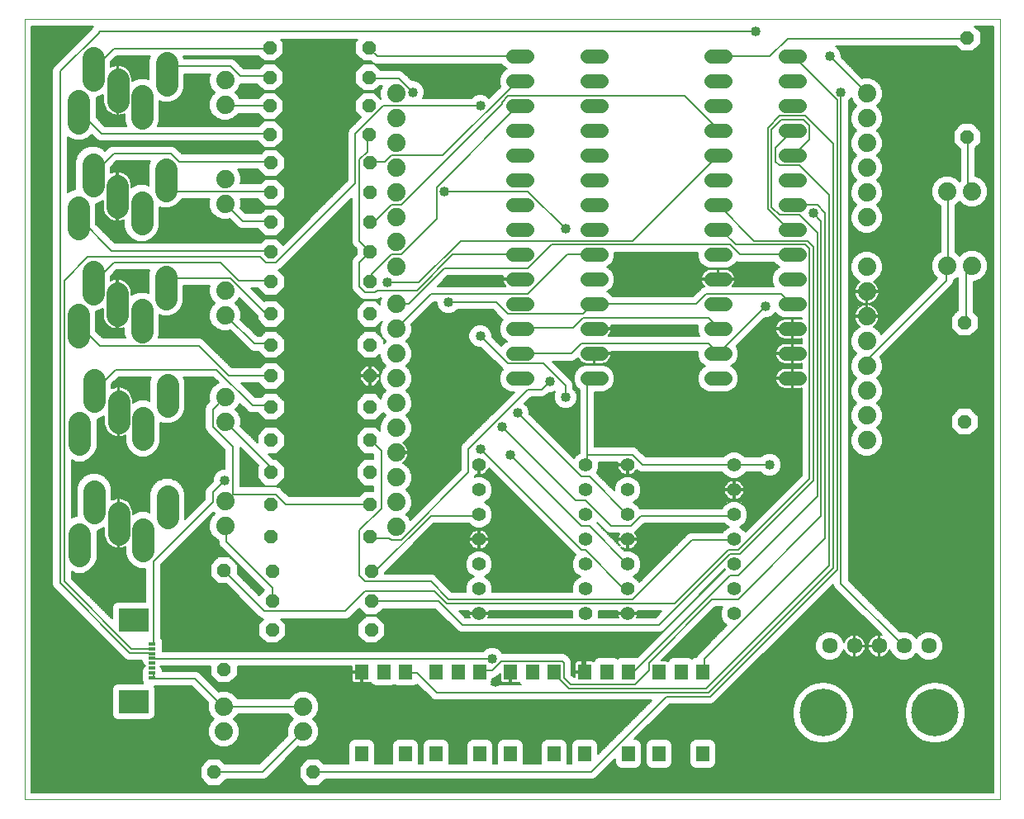
<source format=gtl>
G75*
%MOIN*%
%OFA0B0*%
%FSLAX25Y25*%
%IPPOS*%
%LPD*%
%AMOC8*
5,1,8,0,0,1.08239X$1,22.5*
%
%ADD10C,0.00000*%
%ADD11C,0.07400*%
%ADD12C,0.05600*%
%ADD13OC8,0.05600*%
%ADD14C,0.05494*%
%ADD15C,0.08858*%
%ADD16R,0.03150X0.01181*%
%ADD17R,0.12008X0.09449*%
%ADD18R,0.05512X0.06299*%
%ADD19C,0.06337*%
%ADD20C,0.19193*%
%ADD21C,0.00800*%
%ADD22C,0.04000*%
%ADD23C,0.00600*%
D10*
X0005000Y0005000D02*
X0005000Y0319961D01*
X0398701Y0319961D01*
X0398701Y0005000D01*
X0005000Y0005000D01*
D11*
X0085500Y0032500D03*
X0085500Y0042500D03*
X0117500Y0042500D03*
X0117500Y0032500D03*
X0086000Y0115500D03*
X0086000Y0125500D03*
X0086000Y0157500D03*
X0086000Y0167500D03*
X0086000Y0200500D03*
X0086000Y0210500D03*
X0086000Y0245500D03*
X0086000Y0255500D03*
X0086000Y0285500D03*
X0086000Y0295500D03*
X0155000Y0290000D03*
X0155000Y0280000D03*
X0155000Y0270000D03*
X0155000Y0260000D03*
X0155000Y0250000D03*
X0155000Y0240000D03*
X0155000Y0230000D03*
X0155000Y0220000D03*
X0155000Y0205000D03*
X0155000Y0195000D03*
X0155000Y0185000D03*
X0155000Y0175000D03*
X0155000Y0165000D03*
X0155000Y0155000D03*
X0155000Y0145000D03*
X0155000Y0135000D03*
X0155000Y0125000D03*
X0155000Y0115000D03*
X0345000Y0150000D03*
X0345000Y0160000D03*
X0345000Y0170000D03*
X0345000Y0180000D03*
X0345000Y0190000D03*
X0345000Y0200000D03*
X0345000Y0210000D03*
X0345000Y0220000D03*
X0345000Y0240000D03*
X0345000Y0250000D03*
X0345000Y0260000D03*
X0345000Y0270000D03*
X0345000Y0280000D03*
X0345000Y0290000D03*
X0377500Y0250500D03*
X0387500Y0250500D03*
X0387500Y0220500D03*
X0377500Y0220500D03*
D12*
X0317800Y0225000D02*
X0312200Y0225000D01*
X0312200Y0215000D02*
X0317800Y0215000D01*
X0317800Y0205000D02*
X0312200Y0205000D01*
X0312200Y0195000D02*
X0317800Y0195000D01*
X0317800Y0185000D02*
X0312200Y0185000D01*
X0312200Y0175000D02*
X0317800Y0175000D01*
X0287800Y0175000D02*
X0282200Y0175000D01*
X0282200Y0185000D02*
X0287800Y0185000D01*
X0287800Y0195000D02*
X0282200Y0195000D01*
X0282200Y0205000D02*
X0287800Y0205000D01*
X0287800Y0215000D02*
X0282200Y0215000D01*
X0282200Y0225000D02*
X0287800Y0225000D01*
X0287800Y0235000D02*
X0282200Y0235000D01*
X0282200Y0245000D02*
X0287800Y0245000D01*
X0287800Y0255000D02*
X0282200Y0255000D01*
X0282200Y0265000D02*
X0287800Y0265000D01*
X0287800Y0275000D02*
X0282200Y0275000D01*
X0282200Y0285000D02*
X0287800Y0285000D01*
X0287800Y0295000D02*
X0282200Y0295000D01*
X0282200Y0305000D02*
X0287800Y0305000D01*
X0312200Y0305000D02*
X0317800Y0305000D01*
X0317800Y0295000D02*
X0312200Y0295000D01*
X0312200Y0285000D02*
X0317800Y0285000D01*
X0317800Y0275000D02*
X0312200Y0275000D01*
X0312200Y0265000D02*
X0317800Y0265000D01*
X0317800Y0255000D02*
X0312200Y0255000D01*
X0312200Y0245000D02*
X0317800Y0245000D01*
X0317800Y0235000D02*
X0312200Y0235000D01*
X0237800Y0235000D02*
X0232200Y0235000D01*
X0232200Y0245000D02*
X0237800Y0245000D01*
X0237800Y0255000D02*
X0232200Y0255000D01*
X0232200Y0265000D02*
X0237800Y0265000D01*
X0237800Y0275000D02*
X0232200Y0275000D01*
X0232200Y0285000D02*
X0237800Y0285000D01*
X0237800Y0295000D02*
X0232200Y0295000D01*
X0232200Y0305000D02*
X0237800Y0305000D01*
X0207800Y0305000D02*
X0202200Y0305000D01*
X0202200Y0295000D02*
X0207800Y0295000D01*
X0207800Y0285000D02*
X0202200Y0285000D01*
X0202200Y0275000D02*
X0207800Y0275000D01*
X0207800Y0265000D02*
X0202200Y0265000D01*
X0202200Y0255000D02*
X0207800Y0255000D01*
X0207800Y0245000D02*
X0202200Y0245000D01*
X0202200Y0235000D02*
X0207800Y0235000D01*
X0207800Y0225000D02*
X0202200Y0225000D01*
X0202200Y0215000D02*
X0207800Y0215000D01*
X0207800Y0205000D02*
X0202200Y0205000D01*
X0202200Y0195000D02*
X0207800Y0195000D01*
X0207800Y0185000D02*
X0202200Y0185000D01*
X0202200Y0175000D02*
X0207800Y0175000D01*
X0232200Y0175000D02*
X0237800Y0175000D01*
X0237800Y0185000D02*
X0232200Y0185000D01*
X0232200Y0195000D02*
X0237800Y0195000D01*
X0237800Y0205000D02*
X0232200Y0205000D01*
X0232200Y0215000D02*
X0237800Y0215000D01*
X0237800Y0225000D02*
X0232200Y0225000D01*
D13*
X0144500Y0226000D03*
X0144500Y0214000D03*
X0144500Y0201000D03*
X0144500Y0188500D03*
X0144500Y0176000D03*
X0144500Y0163500D03*
X0144500Y0150000D03*
X0144500Y0137000D03*
X0144500Y0124000D03*
X0144500Y0111000D03*
X0145000Y0097000D03*
X0145000Y0085000D03*
X0145000Y0073500D03*
X0105000Y0073500D03*
X0105000Y0085000D03*
X0105000Y0097000D03*
X0104500Y0111000D03*
X0104500Y0124000D03*
X0104500Y0137000D03*
X0104500Y0150000D03*
X0104500Y0163500D03*
X0104500Y0176000D03*
X0104500Y0188500D03*
X0104500Y0201000D03*
X0104500Y0214000D03*
X0104500Y0226000D03*
X0104500Y0238000D03*
X0104500Y0250000D03*
X0104500Y0262000D03*
X0104000Y0273500D03*
X0104000Y0285000D03*
X0104000Y0296500D03*
X0104000Y0308500D03*
X0144000Y0308500D03*
X0144000Y0296500D03*
X0144000Y0285000D03*
X0144000Y0273500D03*
X0144500Y0262000D03*
X0144500Y0250000D03*
X0144500Y0238000D03*
X0085500Y0097500D03*
X0085500Y0057500D03*
X0081500Y0016000D03*
X0121500Y0016000D03*
X0384500Y0157500D03*
X0384500Y0197500D03*
X0385500Y0272500D03*
X0385500Y0312500D03*
D14*
X0291496Y0140000D03*
X0291496Y0130000D03*
X0291496Y0120000D03*
X0291496Y0110000D03*
X0291496Y0100000D03*
X0291496Y0090000D03*
X0291496Y0080000D03*
X0248504Y0080000D03*
X0248504Y0090000D03*
X0248504Y0100000D03*
X0248504Y0110000D03*
X0248504Y0120000D03*
X0248504Y0130000D03*
X0248504Y0140000D03*
X0231496Y0140000D03*
X0231496Y0130000D03*
X0231496Y0120000D03*
X0231496Y0110000D03*
X0231496Y0100000D03*
X0231496Y0090000D03*
X0231496Y0080000D03*
X0188504Y0080000D03*
X0188504Y0090000D03*
X0188504Y0100000D03*
X0188504Y0110000D03*
X0188504Y0120000D03*
X0188504Y0130000D03*
X0188504Y0140000D03*
D15*
X0062685Y0127622D02*
X0062685Y0118764D01*
X0052843Y0114236D02*
X0052843Y0105378D01*
X0043000Y0112071D02*
X0043000Y0120929D01*
X0033157Y0120732D02*
X0033157Y0129591D01*
X0027252Y0112268D02*
X0027252Y0103409D01*
X0027252Y0148409D02*
X0027252Y0157268D01*
X0033157Y0165732D02*
X0033157Y0174591D01*
X0043000Y0165929D02*
X0043000Y0157071D01*
X0052843Y0159236D02*
X0052843Y0150378D01*
X0062685Y0163764D02*
X0062685Y0172622D01*
X0052343Y0193878D02*
X0052343Y0202736D01*
X0062185Y0207264D02*
X0062185Y0216122D01*
X0042500Y0209429D02*
X0042500Y0200571D01*
X0032657Y0209232D02*
X0032657Y0218091D01*
X0026752Y0200768D02*
X0026752Y0191909D01*
X0026752Y0235409D02*
X0026752Y0244268D01*
X0032657Y0252732D02*
X0032657Y0261591D01*
X0042500Y0252929D02*
X0042500Y0244071D01*
X0052343Y0246236D02*
X0052343Y0237378D01*
X0062185Y0250764D02*
X0062185Y0259622D01*
X0052520Y0280224D02*
X0052520Y0289083D01*
X0062362Y0293610D02*
X0062362Y0302469D01*
X0042677Y0295776D02*
X0042677Y0286917D01*
X0032835Y0295579D02*
X0032835Y0304437D01*
X0026929Y0287114D02*
X0026929Y0278256D01*
D16*
X0056638Y0067874D03*
X0056638Y0065906D03*
X0056638Y0063937D03*
X0056638Y0061969D03*
X0056638Y0060000D03*
X0056638Y0058031D03*
X0056638Y0056063D03*
X0056638Y0054094D03*
D17*
X0049059Y0044449D03*
X0049059Y0077520D03*
D18*
X0141142Y0056535D03*
X0150000Y0056535D03*
X0158858Y0056535D03*
X0171142Y0056535D03*
X0180000Y0056535D03*
X0188858Y0056535D03*
X0201142Y0056535D03*
X0210000Y0056535D03*
X0218858Y0056535D03*
X0231142Y0056535D03*
X0240000Y0056535D03*
X0248858Y0056535D03*
X0261142Y0056535D03*
X0270000Y0056535D03*
X0278858Y0056535D03*
X0278858Y0023465D03*
X0261142Y0023465D03*
X0248858Y0023465D03*
X0231142Y0023465D03*
X0218858Y0023465D03*
X0201142Y0023465D03*
X0188858Y0023465D03*
X0171142Y0023465D03*
X0158858Y0023465D03*
X0141142Y0023465D03*
D19*
X0330000Y0066969D03*
X0340000Y0066969D03*
X0350000Y0066969D03*
X0360000Y0066969D03*
X0370000Y0066969D03*
D20*
X0372638Y0040000D03*
X0327362Y0040000D03*
D21*
X0359400Y0067400D02*
X0360000Y0066969D01*
X0359400Y0067400D02*
X0334600Y0092200D01*
X0334600Y0290600D01*
X0333000Y0287400D02*
X0315400Y0305000D01*
X0315000Y0305000D01*
X0313000Y0312200D02*
X0305800Y0305000D01*
X0285000Y0305000D01*
X0300000Y0315000D02*
X0035000Y0315000D01*
X0035000Y0314563D01*
X0019400Y0298963D01*
X0019400Y0092337D01*
X0047622Y0064115D01*
X0056460Y0064115D01*
X0056638Y0063937D01*
X0056200Y0065800D02*
X0056638Y0065906D01*
X0056200Y0065800D02*
X0048200Y0065800D01*
X0021000Y0093000D01*
X0021000Y0214600D01*
X0030600Y0224200D01*
X0100200Y0224200D01*
X0102600Y0221800D01*
X0106600Y0221800D01*
X0138600Y0253800D01*
X0138600Y0273800D01*
X0149800Y0285000D01*
X0189000Y0285000D01*
X0197800Y0285800D02*
X0197800Y0286600D01*
X0200200Y0289000D01*
X0271400Y0289000D01*
X0285000Y0275400D01*
X0285000Y0275000D01*
X0285000Y0265000D02*
X0250600Y0230600D01*
X0181000Y0230600D01*
X0164200Y0213800D01*
X0151400Y0213800D01*
X0147400Y0210600D02*
X0146600Y0209800D01*
X0142600Y0209800D01*
X0140200Y0212200D01*
X0140200Y0221800D01*
X0144200Y0225800D01*
X0144500Y0226000D01*
X0144200Y0226600D01*
X0140200Y0230600D01*
X0140200Y0263400D01*
X0143400Y0266600D01*
X0143400Y0273000D01*
X0144000Y0273500D01*
X0153000Y0265000D02*
X0173800Y0265000D01*
X0203400Y0294600D01*
X0205000Y0294600D01*
X0205000Y0295000D01*
X0205000Y0285000D02*
X0204200Y0285000D01*
X0171400Y0252200D01*
X0171400Y0239400D01*
X0157000Y0225000D01*
X0153000Y0225000D01*
X0145000Y0217000D01*
X0145000Y0214600D01*
X0144500Y0214000D01*
X0147400Y0210600D02*
X0163400Y0210600D01*
X0177800Y0225000D01*
X0205000Y0225000D01*
X0208200Y0219400D02*
X0174600Y0219400D01*
X0160200Y0205000D01*
X0155400Y0205000D01*
X0155000Y0205000D01*
X0155400Y0195400D02*
X0155000Y0195000D01*
X0155400Y0195400D02*
X0169000Y0209000D01*
X0208200Y0209000D01*
X0224200Y0225000D01*
X0234600Y0225000D01*
X0235000Y0225000D01*
X0223400Y0235400D02*
X0208200Y0250600D01*
X0174600Y0250600D01*
X0157000Y0245000D02*
X0197800Y0285800D01*
X0205000Y0305000D02*
X0147400Y0305000D01*
X0144200Y0308200D01*
X0144000Y0308500D01*
X0144000Y0296500D02*
X0144200Y0296200D01*
X0156200Y0296200D01*
X0161800Y0290600D01*
X0153000Y0265000D02*
X0150600Y0262600D01*
X0145000Y0262600D01*
X0144500Y0262000D01*
X0153000Y0245000D02*
X0157000Y0245000D01*
X0153000Y0245000D02*
X0146600Y0238600D01*
X0145000Y0238600D01*
X0144500Y0238000D01*
X0104500Y0238000D02*
X0104200Y0238600D01*
X0093000Y0238600D01*
X0086600Y0245000D01*
X0086000Y0245500D01*
X0104200Y0250600D02*
X0066600Y0250600D01*
X0062600Y0254600D01*
X0062185Y0255193D01*
X0067400Y0262600D02*
X0064200Y0265800D01*
X0041000Y0265800D01*
X0033000Y0257800D01*
X0032657Y0257161D01*
X0026752Y0239839D02*
X0027400Y0239400D01*
X0040200Y0226600D01*
X0104200Y0226600D01*
X0104500Y0226000D01*
X0104200Y0214600D02*
X0091400Y0214600D01*
X0084200Y0221800D01*
X0041000Y0221800D01*
X0033000Y0213800D01*
X0032657Y0213661D01*
X0027400Y0196200D02*
X0026752Y0196339D01*
X0027400Y0196200D02*
X0035400Y0188200D01*
X0075400Y0188200D01*
X0087400Y0176200D01*
X0104200Y0176200D01*
X0104500Y0176000D01*
X0104200Y0164200D02*
X0097000Y0164200D01*
X0082600Y0178600D01*
X0041800Y0178600D01*
X0033800Y0170600D01*
X0033157Y0170161D01*
X0081000Y0162600D02*
X0081000Y0155400D01*
X0089000Y0147400D01*
X0089000Y0128200D01*
X0086600Y0125800D01*
X0086000Y0125500D01*
X0089000Y0128200D02*
X0106600Y0128200D01*
X0110600Y0124200D01*
X0144200Y0124200D01*
X0144500Y0124000D01*
X0149000Y0122600D02*
X0149000Y0145800D01*
X0145000Y0149800D01*
X0144500Y0150000D01*
X0144500Y0176000D02*
X0142500Y0177500D01*
X0142500Y0176300D01*
X0144800Y0180000D02*
X0145000Y0180000D01*
X0144800Y0180000D01*
X0176200Y0205800D02*
X0195400Y0205800D01*
X0200200Y0201000D01*
X0230600Y0201000D01*
X0234600Y0205000D01*
X0235000Y0205000D01*
X0235400Y0205000D01*
X0276200Y0205000D01*
X0280200Y0209000D01*
X0310600Y0209000D01*
X0314600Y0205000D01*
X0315000Y0205000D01*
X0304200Y0204200D02*
X0285000Y0185000D01*
X0281000Y0189000D01*
X0229800Y0189000D01*
X0225800Y0185000D01*
X0205000Y0185000D01*
X0200200Y0181000D02*
X0189000Y0192200D01*
X0200200Y0181000D02*
X0214600Y0181000D01*
X0223400Y0172200D01*
X0223400Y0167400D01*
X0217000Y0173800D02*
X0213800Y0170600D01*
X0208200Y0170600D01*
X0184200Y0146600D01*
X0184200Y0137000D01*
X0157000Y0109800D01*
X0153000Y0109800D01*
X0152200Y0110600D01*
X0145000Y0110600D01*
X0144500Y0111000D01*
X0140200Y0113800D02*
X0149000Y0122600D01*
X0140200Y0113800D02*
X0140200Y0095400D01*
X0142600Y0093000D01*
X0169000Y0093000D01*
X0176200Y0085800D01*
X0250600Y0085800D01*
X0274600Y0109800D01*
X0291400Y0109800D01*
X0291496Y0110000D01*
X0293000Y0105800D02*
X0289000Y0105800D01*
X0267400Y0084200D01*
X0175400Y0084200D01*
X0170600Y0089000D01*
X0142600Y0089000D01*
X0134600Y0081000D01*
X0101800Y0081000D01*
X0085800Y0097000D01*
X0085500Y0097500D01*
X0086600Y0109000D02*
X0086600Y0115400D01*
X0086000Y0115500D01*
X0086600Y0109000D02*
X0105000Y0090600D01*
X0105000Y0085000D01*
X0145000Y0085000D02*
X0172200Y0085000D01*
X0181800Y0075400D01*
X0261000Y0075400D01*
X0289800Y0104200D01*
X0293800Y0104200D01*
X0323400Y0133800D01*
X0323400Y0228200D01*
X0321000Y0230600D01*
X0299400Y0230600D01*
X0285000Y0245000D01*
X0285000Y0235000D02*
X0285000Y0234600D01*
X0286600Y0234600D01*
X0292200Y0229000D01*
X0320200Y0229000D01*
X0321800Y0227400D01*
X0321800Y0134600D01*
X0293000Y0105800D01*
X0293000Y0095400D02*
X0289800Y0095400D01*
X0251400Y0057000D01*
X0249000Y0057000D01*
X0248858Y0056535D01*
X0251400Y0051400D02*
X0225463Y0051400D01*
X0222814Y0054049D01*
X0222814Y0060182D01*
X0222111Y0060885D01*
X0197915Y0060885D01*
X0197800Y0061000D01*
X0193800Y0057000D01*
X0189000Y0057000D01*
X0188858Y0056535D01*
X0193800Y0061800D02*
X0057000Y0061800D01*
X0056638Y0061969D01*
X0057000Y0056200D02*
X0056638Y0056063D01*
X0057000Y0056200D02*
X0057000Y0054600D01*
X0056638Y0054094D01*
X0057000Y0053800D01*
X0073800Y0053800D01*
X0085000Y0042600D01*
X0085500Y0042500D01*
X0085800Y0042600D01*
X0117000Y0042600D01*
X0117500Y0042500D01*
X0117500Y0032500D02*
X0117000Y0032200D01*
X0101000Y0016200D01*
X0081800Y0016200D01*
X0081500Y0016000D01*
X0121500Y0016000D02*
X0121800Y0016200D01*
X0233800Y0016200D01*
X0264200Y0046600D01*
X0281800Y0046600D01*
X0333000Y0097800D01*
X0333000Y0287400D01*
X0345000Y0290000D02*
X0330000Y0305000D01*
X0313000Y0312200D02*
X0385000Y0312200D01*
X0385500Y0312500D01*
X0385500Y0272500D02*
X0385800Y0272200D01*
X0385800Y0252200D01*
X0387400Y0250600D01*
X0387500Y0250500D01*
X0377800Y0249800D02*
X0377500Y0250500D01*
X0377800Y0249800D02*
X0377800Y0221000D01*
X0377500Y0220500D01*
X0377000Y0220200D01*
X0377000Y0214600D01*
X0345000Y0182600D01*
X0345000Y0180200D01*
X0345000Y0180000D01*
X0315000Y0185000D02*
X0315000Y0175000D01*
X0315000Y0185000D02*
X0315000Y0195000D01*
X0285000Y0195000D02*
X0285000Y0195400D01*
X0281000Y0199400D01*
X0230600Y0199400D01*
X0226600Y0195400D01*
X0205000Y0195400D01*
X0205000Y0195000D01*
X0232200Y0172200D02*
X0234600Y0174600D01*
X0235000Y0175000D01*
X0232200Y0172200D02*
X0232200Y0144200D01*
X0250600Y0144200D01*
X0254600Y0140200D01*
X0291400Y0140200D01*
X0291496Y0140000D01*
X0292200Y0140200D01*
X0305800Y0140200D01*
X0325000Y0127400D02*
X0325000Y0233800D01*
X0317800Y0241000D01*
X0309800Y0241000D01*
X0306600Y0244200D01*
X0306600Y0275400D01*
X0310600Y0279400D01*
X0319400Y0279400D01*
X0321800Y0277000D01*
X0321800Y0271400D01*
X0315400Y0265000D01*
X0315000Y0265000D01*
X0317800Y0261000D02*
X0309800Y0261000D01*
X0308200Y0262600D01*
X0308200Y0268200D01*
X0314600Y0274600D01*
X0315000Y0275000D01*
X0309800Y0281000D02*
X0305000Y0276200D01*
X0305000Y0243400D01*
X0313000Y0235400D01*
X0314600Y0235400D01*
X0315000Y0235000D01*
X0323400Y0241800D02*
X0326600Y0238600D01*
X0326600Y0119400D01*
X0293000Y0085800D01*
X0282600Y0085800D01*
X0257000Y0060200D01*
X0257000Y0057000D01*
X0251400Y0051400D01*
X0231142Y0056535D02*
X0230000Y0057677D01*
X0230000Y0065000D01*
X0218858Y0056535D02*
X0218858Y0055742D01*
X0224800Y0049800D01*
X0280200Y0049800D01*
X0329800Y0099400D01*
X0329800Y0249000D01*
X0317800Y0261000D01*
X0331400Y0269800D02*
X0320200Y0281000D01*
X0309800Y0281000D01*
X0331400Y0269800D02*
X0331400Y0098600D01*
X0281000Y0048200D01*
X0171400Y0048200D01*
X0163400Y0056200D01*
X0159400Y0056200D01*
X0158858Y0056535D01*
X0146600Y0097000D02*
X0145000Y0097000D01*
X0146600Y0097000D02*
X0169000Y0119400D01*
X0188200Y0119400D01*
X0188504Y0120000D01*
X0201000Y0144200D02*
X0229800Y0115400D01*
X0233000Y0115400D01*
X0248200Y0100200D01*
X0248504Y0100000D01*
X0248200Y0090600D02*
X0246600Y0090600D01*
X0231400Y0105800D01*
X0229800Y0105800D01*
X0189000Y0146600D01*
X0197800Y0155400D02*
X0227400Y0125800D01*
X0231400Y0125800D01*
X0241800Y0115400D01*
X0249800Y0115400D01*
X0253800Y0119400D01*
X0291400Y0119400D01*
X0291496Y0120000D01*
X0293000Y0095400D02*
X0325000Y0127400D01*
X0328200Y0110600D02*
X0328200Y0241800D01*
X0325000Y0245000D01*
X0315400Y0245000D01*
X0315000Y0245000D01*
X0293800Y0225000D02*
X0289800Y0229000D01*
X0217800Y0229000D01*
X0208200Y0219400D01*
X0204200Y0161000D02*
X0229800Y0135400D01*
X0233000Y0135400D01*
X0248200Y0120200D01*
X0248504Y0120000D01*
X0232200Y0140200D02*
X0231496Y0140000D01*
X0232200Y0140200D02*
X0232200Y0144200D01*
X0248200Y0090600D02*
X0248504Y0090000D01*
X0279400Y0061800D02*
X0328200Y0110600D01*
X0279400Y0061800D02*
X0279400Y0057000D01*
X0278858Y0056535D01*
X0104500Y0137000D02*
X0104200Y0137000D01*
X0104200Y0139400D01*
X0086600Y0157000D01*
X0086000Y0157500D01*
X0081000Y0162600D02*
X0085800Y0167400D01*
X0086000Y0167500D01*
X0104200Y0164200D02*
X0104500Y0163500D01*
X0104500Y0188500D02*
X0104200Y0189000D01*
X0097800Y0189000D01*
X0086600Y0200200D01*
X0086000Y0200500D01*
X0088200Y0215400D02*
X0065800Y0215400D01*
X0062600Y0212200D01*
X0062185Y0211693D01*
X0088200Y0215400D02*
X0102600Y0201000D01*
X0104200Y0201000D01*
X0104500Y0201000D01*
X0104500Y0214000D02*
X0104200Y0214600D01*
X0104500Y0250000D02*
X0104200Y0250600D01*
X0104500Y0262000D02*
X0104200Y0262600D01*
X0067400Y0262600D01*
X0086600Y0285000D02*
X0086000Y0285500D01*
X0086600Y0285000D02*
X0103400Y0285000D01*
X0104000Y0285000D01*
X0103400Y0273800D02*
X0104000Y0273500D01*
X0103400Y0273800D02*
X0036200Y0273800D01*
X0027400Y0282600D01*
X0026929Y0282685D01*
X0032835Y0300008D02*
X0033000Y0300200D01*
X0041000Y0308200D01*
X0103400Y0308200D01*
X0104000Y0308500D01*
X0103400Y0297000D02*
X0092200Y0297000D01*
X0088200Y0301000D01*
X0065000Y0301000D01*
X0062600Y0298600D01*
X0062362Y0298039D01*
X0103400Y0297000D02*
X0104000Y0296500D01*
X0293800Y0225000D02*
X0314600Y0225000D01*
X0315000Y0225000D01*
X0385000Y0217800D02*
X0385000Y0197800D01*
X0384500Y0197500D01*
X0385000Y0217800D02*
X0387400Y0220200D01*
X0387500Y0220500D01*
X0085800Y0133800D02*
X0081000Y0129000D01*
X0081000Y0125000D01*
X0057000Y0101000D01*
X0057000Y0068200D01*
X0056638Y0067874D01*
D22*
X0085800Y0133800D03*
X0176200Y0205800D03*
X0189000Y0192200D03*
X0217000Y0173800D03*
X0223400Y0167400D03*
X0204200Y0161000D03*
X0197800Y0155400D03*
X0189000Y0146600D03*
X0201000Y0144200D03*
X0151400Y0213800D03*
X0174600Y0250600D03*
X0189000Y0285000D03*
X0161800Y0290600D03*
X0223400Y0235400D03*
X0295500Y0214500D03*
X0304200Y0204200D03*
X0296000Y0188000D03*
X0305800Y0140200D03*
X0275000Y0068000D03*
X0193800Y0061800D03*
X0195000Y0052500D03*
X0323400Y0241800D03*
X0334600Y0290600D03*
X0330000Y0305000D03*
X0300000Y0315000D03*
D23*
X0332383Y0309100D02*
X0381122Y0309100D01*
X0383222Y0307000D01*
X0387778Y0307000D01*
X0391000Y0310222D01*
X0391000Y0314778D01*
X0388518Y0317261D01*
X0396001Y0317261D01*
X0396001Y0007700D01*
X0007700Y0007700D01*
X0007700Y0317261D01*
X0032877Y0317261D01*
X0032372Y0316756D01*
X0032063Y0316010D01*
X0016772Y0300719D01*
X0016300Y0299580D01*
X0016300Y0091721D01*
X0016772Y0090581D01*
X0017644Y0089709D01*
X0045866Y0061487D01*
X0047006Y0061015D01*
X0052363Y0061015D01*
X0052363Y0060841D01*
X0052774Y0059849D01*
X0053534Y0059089D01*
X0053710Y0059016D01*
X0053534Y0058942D01*
X0052774Y0058183D01*
X0052363Y0057191D01*
X0052363Y0052967D01*
X0052774Y0051975D01*
X0052875Y0051873D01*
X0042518Y0051873D01*
X0041526Y0051462D01*
X0040766Y0050703D01*
X0040355Y0049710D01*
X0040355Y0039187D01*
X0040766Y0038195D01*
X0041526Y0037435D01*
X0042518Y0037024D01*
X0055600Y0037024D01*
X0056592Y0037435D01*
X0057352Y0038195D01*
X0057763Y0039187D01*
X0057763Y0049710D01*
X0057353Y0050700D01*
X0072516Y0050700D01*
X0079200Y0044016D01*
X0079100Y0043773D01*
X0079100Y0041227D01*
X0080074Y0038875D01*
X0081449Y0037500D01*
X0080074Y0036125D01*
X0079100Y0033773D01*
X0079100Y0031227D01*
X0080074Y0028875D01*
X0081875Y0027074D01*
X0084227Y0026100D01*
X0086773Y0026100D01*
X0089125Y0027074D01*
X0090926Y0028875D01*
X0091900Y0031227D01*
X0091900Y0033773D01*
X0090926Y0036125D01*
X0089551Y0037500D01*
X0090926Y0038875D01*
X0091185Y0039500D01*
X0111815Y0039500D01*
X0112074Y0038875D01*
X0113449Y0037500D01*
X0112074Y0036125D01*
X0111100Y0033773D01*
X0111100Y0031227D01*
X0111259Y0030843D01*
X0099716Y0019300D01*
X0085978Y0019300D01*
X0083778Y0021500D01*
X0079222Y0021500D01*
X0076000Y0018278D01*
X0076000Y0013722D01*
X0079222Y0010500D01*
X0083778Y0010500D01*
X0086378Y0013100D01*
X0101617Y0013100D01*
X0102756Y0013572D01*
X0115560Y0026376D01*
X0116227Y0026100D01*
X0118773Y0026100D01*
X0121125Y0027074D01*
X0122926Y0028875D01*
X0123900Y0031227D01*
X0123900Y0033773D01*
X0122926Y0036125D01*
X0121551Y0037500D01*
X0122926Y0038875D01*
X0123900Y0041227D01*
X0123900Y0043773D01*
X0122926Y0046125D01*
X0121125Y0047926D01*
X0118773Y0048900D01*
X0116227Y0048900D01*
X0113875Y0047926D01*
X0112074Y0046125D01*
X0111898Y0045700D01*
X0091102Y0045700D01*
X0090926Y0046125D01*
X0089125Y0047926D01*
X0086773Y0048900D01*
X0084227Y0048900D01*
X0083419Y0048565D01*
X0075556Y0056428D01*
X0074417Y0056900D01*
X0060913Y0056900D01*
X0060913Y0057191D01*
X0060502Y0058183D01*
X0059984Y0058700D01*
X0080000Y0058700D01*
X0080000Y0055222D01*
X0083222Y0052000D01*
X0087778Y0052000D01*
X0091000Y0055222D01*
X0091000Y0058700D01*
X0137086Y0058700D01*
X0137086Y0056835D01*
X0140842Y0056835D01*
X0140842Y0056235D01*
X0141442Y0056235D01*
X0141442Y0052086D01*
X0144069Y0052086D01*
X0144399Y0052174D01*
X0144696Y0052346D01*
X0144736Y0052386D01*
X0144955Y0051856D01*
X0145715Y0051097D01*
X0146707Y0050686D01*
X0153293Y0050686D01*
X0154285Y0051097D01*
X0154429Y0051241D01*
X0154573Y0051097D01*
X0155565Y0050686D01*
X0162151Y0050686D01*
X0163144Y0051097D01*
X0163631Y0051585D01*
X0168772Y0046444D01*
X0169644Y0045572D01*
X0170783Y0045100D01*
X0123350Y0045100D01*
X0123598Y0044502D02*
X0257718Y0044502D01*
X0258316Y0045100D02*
X0236598Y0023382D01*
X0236598Y0027151D01*
X0236187Y0028144D01*
X0235427Y0028903D01*
X0234435Y0029314D01*
X0227849Y0029314D01*
X0226856Y0028903D01*
X0226097Y0028144D01*
X0225686Y0027151D01*
X0225686Y0019778D01*
X0225884Y0019300D01*
X0224116Y0019300D01*
X0224314Y0019778D01*
X0224314Y0027151D01*
X0223903Y0028144D01*
X0223144Y0028903D01*
X0222151Y0029314D01*
X0215565Y0029314D01*
X0214573Y0028903D01*
X0213813Y0028144D01*
X0213402Y0027151D01*
X0213402Y0019778D01*
X0213600Y0019300D01*
X0206400Y0019300D01*
X0206598Y0019778D01*
X0206598Y0027151D01*
X0206187Y0028144D01*
X0205427Y0028903D01*
X0204435Y0029314D01*
X0197849Y0029314D01*
X0196856Y0028903D01*
X0196097Y0028144D01*
X0195686Y0027151D01*
X0195686Y0019778D01*
X0195884Y0019300D01*
X0194116Y0019300D01*
X0194314Y0019778D01*
X0194314Y0027151D01*
X0193903Y0028144D01*
X0193144Y0028903D01*
X0192151Y0029314D01*
X0185565Y0029314D01*
X0184573Y0028903D01*
X0183813Y0028144D01*
X0183402Y0027151D01*
X0183402Y0019778D01*
X0183600Y0019300D01*
X0176400Y0019300D01*
X0176598Y0019778D01*
X0176598Y0027151D01*
X0176187Y0028144D01*
X0175427Y0028903D01*
X0174435Y0029314D01*
X0167849Y0029314D01*
X0166856Y0028903D01*
X0166097Y0028144D01*
X0165686Y0027151D01*
X0165686Y0019778D01*
X0165884Y0019300D01*
X0164116Y0019300D01*
X0164314Y0019778D01*
X0164314Y0027151D01*
X0163903Y0028144D01*
X0163144Y0028903D01*
X0162151Y0029314D01*
X0155565Y0029314D01*
X0154573Y0028903D01*
X0153813Y0028144D01*
X0153402Y0027151D01*
X0153402Y0019778D01*
X0153600Y0019300D01*
X0146400Y0019300D01*
X0146598Y0019778D01*
X0146598Y0027151D01*
X0146187Y0028144D01*
X0145427Y0028903D01*
X0144435Y0029314D01*
X0137849Y0029314D01*
X0136856Y0028903D01*
X0136097Y0028144D01*
X0135686Y0027151D01*
X0135686Y0019778D01*
X0135884Y0019300D01*
X0125978Y0019300D01*
X0123778Y0021500D01*
X0119222Y0021500D01*
X0116000Y0018278D01*
X0116000Y0013722D01*
X0119222Y0010500D01*
X0123778Y0010500D01*
X0126378Y0013100D01*
X0234417Y0013100D01*
X0235556Y0013572D01*
X0243402Y0021418D01*
X0243402Y0019778D01*
X0243813Y0018786D01*
X0244573Y0018026D01*
X0245565Y0017615D01*
X0252151Y0017615D01*
X0253144Y0018026D01*
X0253903Y0018786D01*
X0254314Y0019778D01*
X0254314Y0027151D01*
X0253903Y0028144D01*
X0253144Y0028903D01*
X0252151Y0029314D01*
X0251298Y0029314D01*
X0265484Y0043500D01*
X0282417Y0043500D01*
X0283556Y0043972D01*
X0331500Y0091916D01*
X0331500Y0091583D01*
X0331972Y0090444D01*
X0351109Y0071306D01*
X0351046Y0071327D01*
X0350352Y0071437D01*
X0350300Y0071437D01*
X0350300Y0067269D01*
X0349700Y0067269D01*
X0349700Y0071437D01*
X0349648Y0071437D01*
X0348954Y0071327D01*
X0348285Y0071110D01*
X0347658Y0070790D01*
X0347089Y0070377D01*
X0346592Y0069880D01*
X0346178Y0069311D01*
X0345859Y0068684D01*
X0345642Y0068015D01*
X0345531Y0067320D01*
X0345531Y0067268D01*
X0349700Y0067268D01*
X0349700Y0066669D01*
X0345531Y0066669D01*
X0345531Y0066617D01*
X0345642Y0065922D01*
X0345859Y0065253D01*
X0346178Y0064626D01*
X0346592Y0064057D01*
X0347089Y0063560D01*
X0347658Y0063147D01*
X0348285Y0062827D01*
X0348954Y0062610D01*
X0349648Y0062500D01*
X0349700Y0062500D01*
X0349700Y0066668D01*
X0350300Y0066668D01*
X0350300Y0062500D01*
X0350352Y0062500D01*
X0351046Y0062610D01*
X0351715Y0062827D01*
X0352342Y0063147D01*
X0352911Y0063560D01*
X0353408Y0064057D01*
X0353822Y0064626D01*
X0354141Y0065253D01*
X0354237Y0065547D01*
X0355025Y0063644D01*
X0356676Y0061993D01*
X0358833Y0061100D01*
X0361167Y0061100D01*
X0363324Y0061993D01*
X0364975Y0063644D01*
X0365000Y0063704D01*
X0365025Y0063644D01*
X0366676Y0061993D01*
X0368833Y0061100D01*
X0371167Y0061100D01*
X0373324Y0061993D01*
X0374975Y0063644D01*
X0375868Y0065801D01*
X0375868Y0068136D01*
X0374975Y0070293D01*
X0373324Y0071944D01*
X0371167Y0072837D01*
X0368833Y0072837D01*
X0366676Y0071944D01*
X0365025Y0070293D01*
X0365000Y0070233D01*
X0364975Y0070293D01*
X0363324Y0071944D01*
X0361167Y0072837D01*
X0358833Y0072837D01*
X0358489Y0072695D01*
X0337700Y0093484D01*
X0337700Y0287053D01*
X0338584Y0287938D01*
X0338756Y0288351D01*
X0339574Y0286375D01*
X0340949Y0285000D01*
X0339574Y0283625D01*
X0338600Y0281273D01*
X0338600Y0278727D01*
X0339574Y0276375D01*
X0340949Y0275000D01*
X0339574Y0273625D01*
X0338600Y0271273D01*
X0338600Y0268727D01*
X0339574Y0266375D01*
X0340949Y0265000D01*
X0339574Y0263625D01*
X0338600Y0261273D01*
X0338600Y0258727D01*
X0339574Y0256375D01*
X0337700Y0256375D01*
X0337700Y0256973D02*
X0339326Y0256973D01*
X0339574Y0256375D02*
X0340949Y0255000D01*
X0339574Y0253625D01*
X0338600Y0251273D01*
X0338600Y0248727D01*
X0339574Y0246375D01*
X0340949Y0245000D01*
X0339574Y0243625D01*
X0338600Y0241273D01*
X0338600Y0238727D01*
X0339574Y0236375D01*
X0341375Y0234574D01*
X0343727Y0233600D01*
X0346273Y0233600D01*
X0348625Y0234574D01*
X0350426Y0236375D01*
X0351400Y0238727D01*
X0351400Y0241273D01*
X0350426Y0243625D01*
X0349051Y0245000D01*
X0350426Y0246375D01*
X0351400Y0248727D01*
X0351400Y0251273D01*
X0350426Y0253625D01*
X0349051Y0255000D01*
X0350426Y0256375D01*
X0374959Y0256375D01*
X0373875Y0255926D02*
X0372074Y0254125D01*
X0371100Y0251773D01*
X0371100Y0249227D01*
X0372074Y0246875D01*
X0373875Y0245074D01*
X0374700Y0244732D01*
X0374700Y0226268D01*
X0373875Y0225926D01*
X0372074Y0224125D01*
X0371100Y0221773D01*
X0371100Y0219227D01*
X0372074Y0216875D01*
X0373482Y0215467D01*
X0350782Y0192766D01*
X0350426Y0193625D01*
X0348625Y0195426D01*
X0347724Y0195799D01*
X0348257Y0196186D01*
X0348814Y0196743D01*
X0349276Y0197379D01*
X0349634Y0198081D01*
X0349877Y0198829D01*
X0350000Y0199606D01*
X0350000Y0199700D01*
X0345300Y0199700D01*
X0345300Y0200300D01*
X0344700Y0200300D01*
X0344700Y0205000D01*
X0344700Y0209700D01*
X0340000Y0209700D01*
X0340000Y0209606D01*
X0340123Y0208829D01*
X0340366Y0208081D01*
X0340724Y0207379D01*
X0341186Y0206743D01*
X0341743Y0206186D01*
X0342379Y0205724D01*
X0343081Y0205366D01*
X0343829Y0205123D01*
X0344606Y0205000D01*
X0343829Y0204877D01*
X0343081Y0204634D01*
X0342379Y0204276D01*
X0341743Y0203814D01*
X0341186Y0203257D01*
X0340724Y0202621D01*
X0340366Y0201919D01*
X0340123Y0201171D01*
X0340000Y0200394D01*
X0340000Y0200300D01*
X0344700Y0200300D01*
X0344700Y0199700D01*
X0340000Y0199700D01*
X0340000Y0199606D01*
X0340123Y0198829D01*
X0340366Y0198081D01*
X0340724Y0197379D01*
X0341186Y0196743D01*
X0341743Y0196186D01*
X0342276Y0195799D01*
X0341375Y0195426D01*
X0339574Y0193625D01*
X0338600Y0191273D01*
X0338600Y0188727D01*
X0339574Y0186375D01*
X0340949Y0185000D01*
X0339574Y0183625D01*
X0338600Y0181273D01*
X0338600Y0178727D01*
X0339574Y0176375D01*
X0340949Y0175000D01*
X0339574Y0173625D01*
X0338600Y0171273D01*
X0338600Y0168727D01*
X0339574Y0166375D01*
X0340949Y0165000D01*
X0339574Y0163625D01*
X0338600Y0161273D01*
X0338600Y0158727D01*
X0339574Y0156375D01*
X0340949Y0155000D01*
X0339574Y0153625D01*
X0338600Y0151273D01*
X0338600Y0148727D01*
X0339574Y0146375D01*
X0341375Y0144574D01*
X0343727Y0143600D01*
X0346273Y0143600D01*
X0348625Y0144574D01*
X0350426Y0146375D01*
X0351400Y0148727D01*
X0351400Y0151273D01*
X0350426Y0153625D01*
X0349051Y0155000D01*
X0350426Y0156375D01*
X0351400Y0158727D01*
X0351400Y0161273D01*
X0350426Y0163625D01*
X0349051Y0165000D01*
X0350426Y0166375D01*
X0351400Y0168727D01*
X0351400Y0171273D01*
X0350426Y0173625D01*
X0349051Y0175000D01*
X0350426Y0176375D01*
X0351400Y0178727D01*
X0351400Y0181273D01*
X0350426Y0183625D01*
X0350417Y0183633D01*
X0378756Y0211972D01*
X0379628Y0212844D01*
X0380100Y0213983D01*
X0380100Y0214650D01*
X0381125Y0215074D01*
X0381900Y0215849D01*
X0381900Y0202678D01*
X0379000Y0199778D01*
X0379000Y0195222D01*
X0382222Y0192000D01*
X0386778Y0192000D01*
X0390000Y0195222D01*
X0390000Y0199778D01*
X0388100Y0201678D01*
X0388100Y0214100D01*
X0388773Y0214100D01*
X0391125Y0215074D01*
X0392926Y0216875D01*
X0393900Y0219227D01*
X0393900Y0221773D01*
X0392926Y0224125D01*
X0391125Y0225926D01*
X0388773Y0226900D01*
X0386227Y0226900D01*
X0383875Y0225926D01*
X0382500Y0224551D01*
X0381125Y0225926D01*
X0380900Y0226019D01*
X0380900Y0244981D01*
X0381125Y0245074D01*
X0382500Y0246449D01*
X0383875Y0245074D01*
X0386227Y0244100D01*
X0388773Y0244100D01*
X0391125Y0245074D01*
X0392926Y0246875D01*
X0393900Y0249227D01*
X0393900Y0251773D01*
X0392926Y0254125D01*
X0391125Y0255926D01*
X0388900Y0256847D01*
X0388900Y0268122D01*
X0391000Y0270222D01*
X0391000Y0274778D01*
X0387778Y0278000D01*
X0383222Y0278000D01*
X0380000Y0274778D01*
X0380000Y0270222D01*
X0382700Y0267522D01*
X0382700Y0254751D01*
X0382500Y0254551D01*
X0381125Y0255926D01*
X0378773Y0256900D01*
X0376227Y0256900D01*
X0373875Y0255926D01*
X0373725Y0255776D02*
X0349827Y0255776D01*
X0349229Y0255178D02*
X0373127Y0255178D01*
X0372528Y0254579D02*
X0349472Y0254579D01*
X0350070Y0253981D02*
X0372014Y0253981D01*
X0371767Y0253382D02*
X0350526Y0253382D01*
X0350774Y0252784D02*
X0371519Y0252784D01*
X0371271Y0252185D02*
X0351022Y0252185D01*
X0351270Y0251587D02*
X0371100Y0251587D01*
X0371100Y0250988D02*
X0351400Y0250988D01*
X0351400Y0250390D02*
X0371100Y0250390D01*
X0371100Y0249791D02*
X0351400Y0249791D01*
X0351400Y0249193D02*
X0371114Y0249193D01*
X0371362Y0248594D02*
X0351345Y0248594D01*
X0351097Y0247996D02*
X0371610Y0247996D01*
X0371858Y0247397D02*
X0350849Y0247397D01*
X0350601Y0246799D02*
X0372150Y0246799D01*
X0372749Y0246200D02*
X0350251Y0246200D01*
X0349653Y0245602D02*
X0373347Y0245602D01*
X0374047Y0245003D02*
X0349054Y0245003D01*
X0349646Y0244405D02*
X0374700Y0244405D01*
X0374700Y0243806D02*
X0350245Y0243806D01*
X0350599Y0243208D02*
X0374700Y0243208D01*
X0374700Y0242609D02*
X0350847Y0242609D01*
X0351095Y0242010D02*
X0374700Y0242010D01*
X0374700Y0241412D02*
X0351342Y0241412D01*
X0351400Y0240813D02*
X0374700Y0240813D01*
X0374700Y0240215D02*
X0351400Y0240215D01*
X0351400Y0239616D02*
X0374700Y0239616D01*
X0374700Y0239018D02*
X0351400Y0239018D01*
X0351273Y0238419D02*
X0374700Y0238419D01*
X0374700Y0237821D02*
X0351025Y0237821D01*
X0350777Y0237222D02*
X0374700Y0237222D01*
X0374700Y0236624D02*
X0350529Y0236624D01*
X0350076Y0236025D02*
X0374700Y0236025D01*
X0374700Y0235427D02*
X0349478Y0235427D01*
X0348879Y0234828D02*
X0374700Y0234828D01*
X0374700Y0234230D02*
X0347794Y0234230D01*
X0346349Y0233631D02*
X0374700Y0233631D01*
X0374700Y0233033D02*
X0337700Y0233033D01*
X0337700Y0233631D02*
X0343651Y0233631D01*
X0342206Y0234230D02*
X0337700Y0234230D01*
X0337700Y0234828D02*
X0341121Y0234828D01*
X0340522Y0235427D02*
X0337700Y0235427D01*
X0337700Y0236025D02*
X0339924Y0236025D01*
X0339471Y0236624D02*
X0337700Y0236624D01*
X0337700Y0237222D02*
X0339223Y0237222D01*
X0338975Y0237821D02*
X0337700Y0237821D01*
X0337700Y0238419D02*
X0338727Y0238419D01*
X0338600Y0239018D02*
X0337700Y0239018D01*
X0337700Y0239616D02*
X0338600Y0239616D01*
X0338600Y0240215D02*
X0337700Y0240215D01*
X0337700Y0240813D02*
X0338600Y0240813D01*
X0338658Y0241412D02*
X0337700Y0241412D01*
X0337700Y0242010D02*
X0338905Y0242010D01*
X0339153Y0242609D02*
X0337700Y0242609D01*
X0337700Y0243208D02*
X0339401Y0243208D01*
X0339755Y0243806D02*
X0337700Y0243806D01*
X0337700Y0244405D02*
X0340354Y0244405D01*
X0340946Y0245003D02*
X0337700Y0245003D01*
X0337700Y0245602D02*
X0340347Y0245602D01*
X0339749Y0246200D02*
X0337700Y0246200D01*
X0337700Y0246799D02*
X0339399Y0246799D01*
X0339151Y0247397D02*
X0337700Y0247397D01*
X0337700Y0247996D02*
X0338903Y0247996D01*
X0338655Y0248594D02*
X0337700Y0248594D01*
X0337700Y0249193D02*
X0338600Y0249193D01*
X0338600Y0249791D02*
X0337700Y0249791D01*
X0337700Y0250390D02*
X0338600Y0250390D01*
X0338600Y0250988D02*
X0337700Y0250988D01*
X0337700Y0251587D02*
X0338730Y0251587D01*
X0338978Y0252185D02*
X0337700Y0252185D01*
X0337700Y0252784D02*
X0339226Y0252784D01*
X0339474Y0253382D02*
X0337700Y0253382D01*
X0337700Y0253981D02*
X0339930Y0253981D01*
X0340528Y0254579D02*
X0337700Y0254579D01*
X0337700Y0255178D02*
X0340771Y0255178D01*
X0340173Y0255776D02*
X0337700Y0255776D01*
X0337700Y0257572D02*
X0339078Y0257572D01*
X0338831Y0258170D02*
X0337700Y0258170D01*
X0337700Y0258769D02*
X0338600Y0258769D01*
X0338600Y0259367D02*
X0337700Y0259367D01*
X0337700Y0259966D02*
X0338600Y0259966D01*
X0338600Y0260564D02*
X0337700Y0260564D01*
X0337700Y0261163D02*
X0338600Y0261163D01*
X0338802Y0261761D02*
X0337700Y0261761D01*
X0337700Y0262360D02*
X0339050Y0262360D01*
X0339298Y0262958D02*
X0337700Y0262958D01*
X0337700Y0263557D02*
X0339546Y0263557D01*
X0340104Y0264155D02*
X0337700Y0264155D01*
X0337700Y0264754D02*
X0340703Y0264754D01*
X0340597Y0265352D02*
X0337700Y0265352D01*
X0337700Y0265951D02*
X0339998Y0265951D01*
X0339502Y0266549D02*
X0337700Y0266549D01*
X0337700Y0267148D02*
X0339254Y0267148D01*
X0339006Y0267746D02*
X0337700Y0267746D01*
X0337700Y0268345D02*
X0338758Y0268345D01*
X0338600Y0268943D02*
X0337700Y0268943D01*
X0337700Y0269542D02*
X0338600Y0269542D01*
X0338600Y0270141D02*
X0337700Y0270141D01*
X0337700Y0270739D02*
X0338600Y0270739D01*
X0338627Y0271338D02*
X0337700Y0271338D01*
X0337700Y0271936D02*
X0338875Y0271936D01*
X0339123Y0272535D02*
X0337700Y0272535D01*
X0337700Y0273133D02*
X0339370Y0273133D01*
X0339681Y0273732D02*
X0337700Y0273732D01*
X0337700Y0274330D02*
X0340279Y0274330D01*
X0340878Y0274929D02*
X0337700Y0274929D01*
X0337700Y0275527D02*
X0340422Y0275527D01*
X0339823Y0276126D02*
X0337700Y0276126D01*
X0337700Y0276724D02*
X0339430Y0276724D01*
X0339182Y0277323D02*
X0337700Y0277323D01*
X0337700Y0277921D02*
X0338934Y0277921D01*
X0338686Y0278520D02*
X0337700Y0278520D01*
X0337700Y0279118D02*
X0338600Y0279118D01*
X0338600Y0279717D02*
X0337700Y0279717D01*
X0337700Y0280315D02*
X0338600Y0280315D01*
X0338600Y0280914D02*
X0337700Y0280914D01*
X0337700Y0281512D02*
X0338699Y0281512D01*
X0338947Y0282111D02*
X0337700Y0282111D01*
X0337700Y0282709D02*
X0339195Y0282709D01*
X0339443Y0283308D02*
X0337700Y0283308D01*
X0337700Y0283906D02*
X0339855Y0283906D01*
X0340454Y0284505D02*
X0337700Y0284505D01*
X0337700Y0285103D02*
X0340846Y0285103D01*
X0340247Y0285702D02*
X0337700Y0285702D01*
X0337700Y0286300D02*
X0339649Y0286300D01*
X0339357Y0286899D02*
X0337700Y0286899D01*
X0338144Y0287497D02*
X0339109Y0287497D01*
X0338861Y0288096D02*
X0338650Y0288096D01*
X0343202Y0296182D02*
X0334700Y0304684D01*
X0334700Y0305935D01*
X0333984Y0307662D01*
X0332662Y0308984D01*
X0332383Y0309100D01*
X0332519Y0309044D02*
X0381178Y0309044D01*
X0381777Y0308445D02*
X0333202Y0308445D01*
X0333800Y0307847D02*
X0382375Y0307847D01*
X0382974Y0307248D02*
X0334156Y0307248D01*
X0334404Y0306650D02*
X0396001Y0306650D01*
X0396001Y0307248D02*
X0388026Y0307248D01*
X0388625Y0307847D02*
X0396001Y0307847D01*
X0396001Y0308445D02*
X0389223Y0308445D01*
X0389822Y0309044D02*
X0396001Y0309044D01*
X0396001Y0309642D02*
X0390420Y0309642D01*
X0391000Y0310241D02*
X0396001Y0310241D01*
X0396001Y0310839D02*
X0391000Y0310839D01*
X0391000Y0311438D02*
X0396001Y0311438D01*
X0396001Y0312036D02*
X0391000Y0312036D01*
X0391000Y0312635D02*
X0396001Y0312635D01*
X0396001Y0313233D02*
X0391000Y0313233D01*
X0391000Y0313832D02*
X0396001Y0313832D01*
X0396001Y0314430D02*
X0391000Y0314430D01*
X0390749Y0315029D02*
X0396001Y0315029D01*
X0396001Y0315627D02*
X0390151Y0315627D01*
X0389552Y0316226D02*
X0396001Y0316226D01*
X0396001Y0316824D02*
X0388954Y0316824D01*
X0396001Y0306051D02*
X0334652Y0306051D01*
X0334700Y0305453D02*
X0396001Y0305453D01*
X0396001Y0304854D02*
X0334700Y0304854D01*
X0335128Y0304256D02*
X0396001Y0304256D01*
X0396001Y0303657D02*
X0335727Y0303657D01*
X0336325Y0303059D02*
X0396001Y0303059D01*
X0396001Y0302460D02*
X0336924Y0302460D01*
X0337522Y0301862D02*
X0396001Y0301862D01*
X0396001Y0301263D02*
X0338121Y0301263D01*
X0338719Y0300665D02*
X0396001Y0300665D01*
X0396001Y0300066D02*
X0339318Y0300066D01*
X0339916Y0299468D02*
X0396001Y0299468D01*
X0396001Y0298869D02*
X0340515Y0298869D01*
X0341113Y0298271D02*
X0396001Y0298271D01*
X0396001Y0297672D02*
X0341712Y0297672D01*
X0342311Y0297074D02*
X0396001Y0297074D01*
X0396001Y0296475D02*
X0342909Y0296475D01*
X0343202Y0296182D02*
X0343727Y0296400D01*
X0346273Y0296400D01*
X0348625Y0295426D01*
X0350426Y0293625D01*
X0351400Y0291273D01*
X0351400Y0288727D01*
X0350426Y0286375D01*
X0349051Y0285000D01*
X0350426Y0283625D01*
X0351400Y0281273D01*
X0351400Y0278727D01*
X0350426Y0276375D01*
X0349051Y0275000D01*
X0350426Y0273625D01*
X0351400Y0271273D01*
X0351400Y0268727D01*
X0350426Y0266375D01*
X0349051Y0265000D01*
X0350426Y0263625D01*
X0351400Y0261273D01*
X0351400Y0258727D01*
X0350426Y0256375D01*
X0350674Y0256973D02*
X0382700Y0256973D01*
X0382700Y0256375D02*
X0380041Y0256375D01*
X0381275Y0255776D02*
X0382700Y0255776D01*
X0382700Y0255178D02*
X0381873Y0255178D01*
X0382472Y0254579D02*
X0382528Y0254579D01*
X0382700Y0257572D02*
X0350921Y0257572D01*
X0351169Y0258170D02*
X0382700Y0258170D01*
X0382700Y0258769D02*
X0351400Y0258769D01*
X0351400Y0259367D02*
X0382700Y0259367D01*
X0382700Y0259966D02*
X0351400Y0259966D01*
X0351400Y0260564D02*
X0382700Y0260564D01*
X0382700Y0261163D02*
X0351400Y0261163D01*
X0351198Y0261761D02*
X0382700Y0261761D01*
X0382700Y0262360D02*
X0350950Y0262360D01*
X0350702Y0262958D02*
X0382700Y0262958D01*
X0382700Y0263557D02*
X0350454Y0263557D01*
X0349896Y0264155D02*
X0382700Y0264155D01*
X0382700Y0264754D02*
X0349297Y0264754D01*
X0349403Y0265352D02*
X0382700Y0265352D01*
X0382700Y0265951D02*
X0350002Y0265951D01*
X0350498Y0266549D02*
X0382700Y0266549D01*
X0382700Y0267148D02*
X0350746Y0267148D01*
X0350994Y0267746D02*
X0382475Y0267746D01*
X0381877Y0268345D02*
X0351242Y0268345D01*
X0351400Y0268943D02*
X0381278Y0268943D01*
X0380680Y0269542D02*
X0351400Y0269542D01*
X0351400Y0270141D02*
X0380081Y0270141D01*
X0380000Y0270739D02*
X0351400Y0270739D01*
X0351373Y0271338D02*
X0380000Y0271338D01*
X0380000Y0271936D02*
X0351125Y0271936D01*
X0350877Y0272535D02*
X0380000Y0272535D01*
X0380000Y0273133D02*
X0350630Y0273133D01*
X0350319Y0273732D02*
X0380000Y0273732D01*
X0380000Y0274330D02*
X0349721Y0274330D01*
X0349122Y0274929D02*
X0380150Y0274929D01*
X0380749Y0275527D02*
X0349578Y0275527D01*
X0350177Y0276126D02*
X0381347Y0276126D01*
X0381946Y0276724D02*
X0350570Y0276724D01*
X0350818Y0277323D02*
X0382544Y0277323D01*
X0383143Y0277921D02*
X0351066Y0277921D01*
X0351314Y0278520D02*
X0396001Y0278520D01*
X0396001Y0279118D02*
X0351400Y0279118D01*
X0351400Y0279717D02*
X0396001Y0279717D01*
X0396001Y0280315D02*
X0351400Y0280315D01*
X0351400Y0280914D02*
X0396001Y0280914D01*
X0396001Y0281512D02*
X0351301Y0281512D01*
X0351053Y0282111D02*
X0396001Y0282111D01*
X0396001Y0282709D02*
X0350805Y0282709D01*
X0350557Y0283308D02*
X0396001Y0283308D01*
X0396001Y0283906D02*
X0350145Y0283906D01*
X0349546Y0284505D02*
X0396001Y0284505D01*
X0396001Y0285103D02*
X0349154Y0285103D01*
X0349753Y0285702D02*
X0396001Y0285702D01*
X0396001Y0286300D02*
X0350351Y0286300D01*
X0350643Y0286899D02*
X0396001Y0286899D01*
X0396001Y0287497D02*
X0350891Y0287497D01*
X0351139Y0288096D02*
X0396001Y0288096D01*
X0396001Y0288694D02*
X0351386Y0288694D01*
X0351400Y0289293D02*
X0396001Y0289293D01*
X0396001Y0289891D02*
X0351400Y0289891D01*
X0351400Y0290490D02*
X0396001Y0290490D01*
X0396001Y0291088D02*
X0351400Y0291088D01*
X0351229Y0291687D02*
X0396001Y0291687D01*
X0396001Y0292285D02*
X0350981Y0292285D01*
X0350733Y0292884D02*
X0396001Y0292884D01*
X0396001Y0293482D02*
X0350485Y0293482D01*
X0349970Y0294081D02*
X0396001Y0294081D01*
X0396001Y0294679D02*
X0349371Y0294679D01*
X0348773Y0295278D02*
X0396001Y0295278D01*
X0396001Y0295877D02*
X0347537Y0295877D01*
X0387857Y0277921D02*
X0396001Y0277921D01*
X0396001Y0277323D02*
X0388455Y0277323D01*
X0389054Y0276724D02*
X0396001Y0276724D01*
X0396001Y0276126D02*
X0389653Y0276126D01*
X0390251Y0275527D02*
X0396001Y0275527D01*
X0396001Y0274929D02*
X0390850Y0274929D01*
X0391000Y0274330D02*
X0396001Y0274330D01*
X0396001Y0273732D02*
X0391000Y0273732D01*
X0391000Y0273133D02*
X0396001Y0273133D01*
X0396001Y0272535D02*
X0391000Y0272535D01*
X0391000Y0271936D02*
X0396001Y0271936D01*
X0396001Y0271338D02*
X0391000Y0271338D01*
X0391000Y0270739D02*
X0396001Y0270739D01*
X0396001Y0270141D02*
X0390919Y0270141D01*
X0390320Y0269542D02*
X0396001Y0269542D01*
X0396001Y0268943D02*
X0389722Y0268943D01*
X0389123Y0268345D02*
X0396001Y0268345D01*
X0396001Y0267746D02*
X0388900Y0267746D01*
X0388900Y0267148D02*
X0396001Y0267148D01*
X0396001Y0266549D02*
X0388900Y0266549D01*
X0388900Y0265951D02*
X0396001Y0265951D01*
X0396001Y0265352D02*
X0388900Y0265352D01*
X0388900Y0264754D02*
X0396001Y0264754D01*
X0396001Y0264155D02*
X0388900Y0264155D01*
X0388900Y0263557D02*
X0396001Y0263557D01*
X0396001Y0262958D02*
X0388900Y0262958D01*
X0388900Y0262360D02*
X0396001Y0262360D01*
X0396001Y0261761D02*
X0388900Y0261761D01*
X0388900Y0261163D02*
X0396001Y0261163D01*
X0396001Y0260564D02*
X0388900Y0260564D01*
X0388900Y0259966D02*
X0396001Y0259966D01*
X0396001Y0259367D02*
X0388900Y0259367D01*
X0388900Y0258769D02*
X0396001Y0258769D01*
X0396001Y0258170D02*
X0388900Y0258170D01*
X0388900Y0257572D02*
X0396001Y0257572D01*
X0396001Y0256973D02*
X0388900Y0256973D01*
X0390041Y0256375D02*
X0396001Y0256375D01*
X0396001Y0255776D02*
X0391275Y0255776D01*
X0391873Y0255178D02*
X0396001Y0255178D01*
X0396001Y0254579D02*
X0392472Y0254579D01*
X0392986Y0253981D02*
X0396001Y0253981D01*
X0396001Y0253382D02*
X0393233Y0253382D01*
X0393481Y0252784D02*
X0396001Y0252784D01*
X0396001Y0252185D02*
X0393729Y0252185D01*
X0393900Y0251587D02*
X0396001Y0251587D01*
X0396001Y0250988D02*
X0393900Y0250988D01*
X0393900Y0250390D02*
X0396001Y0250390D01*
X0396001Y0249791D02*
X0393900Y0249791D01*
X0393886Y0249193D02*
X0396001Y0249193D01*
X0396001Y0248594D02*
X0393638Y0248594D01*
X0393390Y0247996D02*
X0396001Y0247996D01*
X0396001Y0247397D02*
X0393142Y0247397D01*
X0392850Y0246799D02*
X0396001Y0246799D01*
X0396001Y0246200D02*
X0392251Y0246200D01*
X0391653Y0245602D02*
X0396001Y0245602D01*
X0396001Y0245003D02*
X0390953Y0245003D01*
X0389508Y0244405D02*
X0396001Y0244405D01*
X0396001Y0243806D02*
X0380900Y0243806D01*
X0380900Y0243208D02*
X0396001Y0243208D01*
X0396001Y0242609D02*
X0380900Y0242609D01*
X0380900Y0242010D02*
X0396001Y0242010D01*
X0396001Y0241412D02*
X0380900Y0241412D01*
X0380900Y0240813D02*
X0396001Y0240813D01*
X0396001Y0240215D02*
X0380900Y0240215D01*
X0380900Y0239616D02*
X0396001Y0239616D01*
X0396001Y0239018D02*
X0380900Y0239018D01*
X0380900Y0238419D02*
X0396001Y0238419D01*
X0396001Y0237821D02*
X0380900Y0237821D01*
X0380900Y0237222D02*
X0396001Y0237222D01*
X0396001Y0236624D02*
X0380900Y0236624D01*
X0380900Y0236025D02*
X0396001Y0236025D01*
X0396001Y0235427D02*
X0380900Y0235427D01*
X0380900Y0234828D02*
X0396001Y0234828D01*
X0396001Y0234230D02*
X0380900Y0234230D01*
X0380900Y0233631D02*
X0396001Y0233631D01*
X0396001Y0233033D02*
X0380900Y0233033D01*
X0380900Y0232434D02*
X0396001Y0232434D01*
X0396001Y0231836D02*
X0380900Y0231836D01*
X0380900Y0231237D02*
X0396001Y0231237D01*
X0396001Y0230639D02*
X0380900Y0230639D01*
X0380900Y0230040D02*
X0396001Y0230040D01*
X0396001Y0229442D02*
X0380900Y0229442D01*
X0380900Y0228843D02*
X0396001Y0228843D01*
X0396001Y0228245D02*
X0380900Y0228245D01*
X0380900Y0227646D02*
X0396001Y0227646D01*
X0396001Y0227048D02*
X0380900Y0227048D01*
X0380900Y0226449D02*
X0385139Y0226449D01*
X0383800Y0225851D02*
X0381200Y0225851D01*
X0381799Y0225252D02*
X0383201Y0225252D01*
X0382603Y0224654D02*
X0382397Y0224654D01*
X0389861Y0226449D02*
X0396001Y0226449D01*
X0396001Y0225851D02*
X0391200Y0225851D01*
X0391799Y0225252D02*
X0396001Y0225252D01*
X0396001Y0224654D02*
X0392397Y0224654D01*
X0392955Y0224055D02*
X0396001Y0224055D01*
X0396001Y0223457D02*
X0393203Y0223457D01*
X0393451Y0222858D02*
X0396001Y0222858D01*
X0396001Y0222260D02*
X0393698Y0222260D01*
X0393900Y0221661D02*
X0396001Y0221661D01*
X0396001Y0221063D02*
X0393900Y0221063D01*
X0393900Y0220464D02*
X0396001Y0220464D01*
X0396001Y0219866D02*
X0393900Y0219866D01*
X0393900Y0219267D02*
X0396001Y0219267D01*
X0396001Y0218669D02*
X0393669Y0218669D01*
X0393421Y0218070D02*
X0396001Y0218070D01*
X0396001Y0217472D02*
X0393173Y0217472D01*
X0392924Y0216873D02*
X0396001Y0216873D01*
X0396001Y0216274D02*
X0392325Y0216274D01*
X0391727Y0215676D02*
X0396001Y0215676D01*
X0396001Y0215077D02*
X0391128Y0215077D01*
X0389688Y0214479D02*
X0396001Y0214479D01*
X0396001Y0213880D02*
X0388100Y0213880D01*
X0388100Y0213282D02*
X0396001Y0213282D01*
X0396001Y0212683D02*
X0388100Y0212683D01*
X0388100Y0212085D02*
X0396001Y0212085D01*
X0396001Y0211486D02*
X0388100Y0211486D01*
X0388100Y0210888D02*
X0396001Y0210888D01*
X0396001Y0210289D02*
X0388100Y0210289D01*
X0388100Y0209691D02*
X0396001Y0209691D01*
X0396001Y0209092D02*
X0388100Y0209092D01*
X0388100Y0208494D02*
X0396001Y0208494D01*
X0396001Y0207895D02*
X0388100Y0207895D01*
X0388100Y0207297D02*
X0396001Y0207297D01*
X0396001Y0206698D02*
X0388100Y0206698D01*
X0388100Y0206100D02*
X0396001Y0206100D01*
X0396001Y0205501D02*
X0388100Y0205501D01*
X0388100Y0204903D02*
X0396001Y0204903D01*
X0396001Y0204304D02*
X0388100Y0204304D01*
X0388100Y0203706D02*
X0396001Y0203706D01*
X0396001Y0203107D02*
X0388100Y0203107D01*
X0388100Y0202509D02*
X0396001Y0202509D01*
X0396001Y0201910D02*
X0388100Y0201910D01*
X0388466Y0201312D02*
X0396001Y0201312D01*
X0396001Y0200713D02*
X0389065Y0200713D01*
X0389663Y0200115D02*
X0396001Y0200115D01*
X0396001Y0199516D02*
X0390000Y0199516D01*
X0390000Y0198918D02*
X0396001Y0198918D01*
X0396001Y0198319D02*
X0390000Y0198319D01*
X0390000Y0197721D02*
X0396001Y0197721D01*
X0396001Y0197122D02*
X0390000Y0197122D01*
X0390000Y0196524D02*
X0396001Y0196524D01*
X0396001Y0195925D02*
X0390000Y0195925D01*
X0390000Y0195327D02*
X0396001Y0195327D01*
X0396001Y0194728D02*
X0389506Y0194728D01*
X0388908Y0194130D02*
X0396001Y0194130D01*
X0396001Y0193531D02*
X0388309Y0193531D01*
X0387711Y0192933D02*
X0396001Y0192933D01*
X0396001Y0192334D02*
X0387112Y0192334D01*
X0381888Y0192334D02*
X0359118Y0192334D01*
X0358520Y0191736D02*
X0396001Y0191736D01*
X0396001Y0191137D02*
X0357921Y0191137D01*
X0357323Y0190539D02*
X0396001Y0190539D01*
X0396001Y0189940D02*
X0356724Y0189940D01*
X0356126Y0189341D02*
X0396001Y0189341D01*
X0396001Y0188743D02*
X0355527Y0188743D01*
X0354929Y0188144D02*
X0396001Y0188144D01*
X0396001Y0187546D02*
X0354330Y0187546D01*
X0353731Y0186947D02*
X0396001Y0186947D01*
X0396001Y0186349D02*
X0353133Y0186349D01*
X0352534Y0185750D02*
X0396001Y0185750D01*
X0396001Y0185152D02*
X0351936Y0185152D01*
X0351337Y0184553D02*
X0396001Y0184553D01*
X0396001Y0183955D02*
X0350739Y0183955D01*
X0350537Y0183356D02*
X0396001Y0183356D01*
X0396001Y0182758D02*
X0350785Y0182758D01*
X0351033Y0182159D02*
X0396001Y0182159D01*
X0396001Y0181561D02*
X0351281Y0181561D01*
X0351400Y0180962D02*
X0396001Y0180962D01*
X0396001Y0180364D02*
X0351400Y0180364D01*
X0351400Y0179765D02*
X0396001Y0179765D01*
X0396001Y0179167D02*
X0351400Y0179167D01*
X0351334Y0178568D02*
X0396001Y0178568D01*
X0396001Y0177970D02*
X0351086Y0177970D01*
X0350838Y0177371D02*
X0396001Y0177371D01*
X0396001Y0176773D02*
X0350591Y0176773D01*
X0350225Y0176174D02*
X0396001Y0176174D01*
X0396001Y0175576D02*
X0349627Y0175576D01*
X0349074Y0174977D02*
X0396001Y0174977D01*
X0396001Y0174379D02*
X0349672Y0174379D01*
X0350271Y0173780D02*
X0396001Y0173780D01*
X0396001Y0173182D02*
X0350609Y0173182D01*
X0350857Y0172583D02*
X0396001Y0172583D01*
X0396001Y0171985D02*
X0351105Y0171985D01*
X0351353Y0171386D02*
X0396001Y0171386D01*
X0396001Y0170788D02*
X0351400Y0170788D01*
X0351400Y0170189D02*
X0396001Y0170189D01*
X0396001Y0169591D02*
X0351400Y0169591D01*
X0351400Y0168992D02*
X0396001Y0168992D01*
X0396001Y0168394D02*
X0351262Y0168394D01*
X0351014Y0167795D02*
X0396001Y0167795D01*
X0396001Y0167197D02*
X0350766Y0167197D01*
X0350518Y0166598D02*
X0396001Y0166598D01*
X0396001Y0166000D02*
X0350051Y0166000D01*
X0349452Y0165401D02*
X0396001Y0165401D01*
X0396001Y0164803D02*
X0349248Y0164803D01*
X0349847Y0164204D02*
X0396001Y0164204D01*
X0396001Y0163605D02*
X0350434Y0163605D01*
X0350682Y0163007D02*
X0396001Y0163007D01*
X0396001Y0162408D02*
X0387370Y0162408D01*
X0386778Y0163000D02*
X0382222Y0163000D01*
X0379000Y0159778D01*
X0379000Y0155222D01*
X0382222Y0152000D01*
X0386778Y0152000D01*
X0390000Y0155222D01*
X0390000Y0159778D01*
X0386778Y0163000D01*
X0387968Y0161810D02*
X0396001Y0161810D01*
X0396001Y0161211D02*
X0388567Y0161211D01*
X0389165Y0160613D02*
X0396001Y0160613D01*
X0396001Y0160014D02*
X0389764Y0160014D01*
X0390000Y0159416D02*
X0396001Y0159416D01*
X0396001Y0158817D02*
X0390000Y0158817D01*
X0390000Y0158219D02*
X0396001Y0158219D01*
X0396001Y0157620D02*
X0390000Y0157620D01*
X0390000Y0157022D02*
X0396001Y0157022D01*
X0396001Y0156423D02*
X0390000Y0156423D01*
X0390000Y0155825D02*
X0396001Y0155825D01*
X0396001Y0155226D02*
X0390000Y0155226D01*
X0389406Y0154628D02*
X0396001Y0154628D01*
X0396001Y0154029D02*
X0388807Y0154029D01*
X0388209Y0153431D02*
X0396001Y0153431D01*
X0396001Y0152832D02*
X0387610Y0152832D01*
X0387012Y0152234D02*
X0396001Y0152234D01*
X0396001Y0151635D02*
X0351250Y0151635D01*
X0351400Y0151037D02*
X0396001Y0151037D01*
X0396001Y0150438D02*
X0351400Y0150438D01*
X0351400Y0149840D02*
X0396001Y0149840D01*
X0396001Y0149241D02*
X0351400Y0149241D01*
X0351365Y0148643D02*
X0396001Y0148643D01*
X0396001Y0148044D02*
X0351117Y0148044D01*
X0350869Y0147446D02*
X0396001Y0147446D01*
X0396001Y0146847D02*
X0350621Y0146847D01*
X0350300Y0146249D02*
X0396001Y0146249D01*
X0396001Y0145650D02*
X0349701Y0145650D01*
X0349103Y0145052D02*
X0396001Y0145052D01*
X0396001Y0144453D02*
X0348333Y0144453D01*
X0346888Y0143855D02*
X0396001Y0143855D01*
X0396001Y0143256D02*
X0337700Y0143256D01*
X0337700Y0142658D02*
X0396001Y0142658D01*
X0396001Y0142059D02*
X0337700Y0142059D01*
X0337700Y0141461D02*
X0396001Y0141461D01*
X0396001Y0140862D02*
X0337700Y0140862D01*
X0337700Y0140264D02*
X0396001Y0140264D01*
X0396001Y0139665D02*
X0337700Y0139665D01*
X0337700Y0139067D02*
X0396001Y0139067D01*
X0396001Y0138468D02*
X0337700Y0138468D01*
X0337700Y0137870D02*
X0396001Y0137870D01*
X0396001Y0137271D02*
X0337700Y0137271D01*
X0337700Y0136672D02*
X0396001Y0136672D01*
X0396001Y0136074D02*
X0337700Y0136074D01*
X0337700Y0135475D02*
X0396001Y0135475D01*
X0396001Y0134877D02*
X0337700Y0134877D01*
X0337700Y0134278D02*
X0396001Y0134278D01*
X0396001Y0133680D02*
X0337700Y0133680D01*
X0337700Y0133081D02*
X0396001Y0133081D01*
X0396001Y0132483D02*
X0337700Y0132483D01*
X0337700Y0131884D02*
X0396001Y0131884D01*
X0396001Y0131286D02*
X0337700Y0131286D01*
X0337700Y0130687D02*
X0396001Y0130687D01*
X0396001Y0130089D02*
X0337700Y0130089D01*
X0337700Y0129490D02*
X0396001Y0129490D01*
X0396001Y0128892D02*
X0337700Y0128892D01*
X0337700Y0128293D02*
X0396001Y0128293D01*
X0396001Y0127695D02*
X0337700Y0127695D01*
X0337700Y0127096D02*
X0396001Y0127096D01*
X0396001Y0126498D02*
X0337700Y0126498D01*
X0337700Y0125899D02*
X0396001Y0125899D01*
X0396001Y0125301D02*
X0337700Y0125301D01*
X0337700Y0124702D02*
X0396001Y0124702D01*
X0396001Y0124104D02*
X0337700Y0124104D01*
X0337700Y0123505D02*
X0396001Y0123505D01*
X0396001Y0122907D02*
X0337700Y0122907D01*
X0337700Y0122308D02*
X0396001Y0122308D01*
X0396001Y0121710D02*
X0337700Y0121710D01*
X0337700Y0121111D02*
X0396001Y0121111D01*
X0396001Y0120513D02*
X0337700Y0120513D01*
X0337700Y0119914D02*
X0396001Y0119914D01*
X0396001Y0119316D02*
X0337700Y0119316D01*
X0337700Y0118717D02*
X0396001Y0118717D01*
X0396001Y0118119D02*
X0337700Y0118119D01*
X0337700Y0117520D02*
X0396001Y0117520D01*
X0396001Y0116922D02*
X0337700Y0116922D01*
X0337700Y0116323D02*
X0396001Y0116323D01*
X0396001Y0115725D02*
X0337700Y0115725D01*
X0337700Y0115126D02*
X0396001Y0115126D01*
X0396001Y0114528D02*
X0337700Y0114528D01*
X0337700Y0113929D02*
X0396001Y0113929D01*
X0396001Y0113331D02*
X0337700Y0113331D01*
X0337700Y0112732D02*
X0396001Y0112732D01*
X0396001Y0112134D02*
X0337700Y0112134D01*
X0337700Y0111535D02*
X0396001Y0111535D01*
X0396001Y0110937D02*
X0337700Y0110937D01*
X0337700Y0110338D02*
X0396001Y0110338D01*
X0396001Y0109739D02*
X0337700Y0109739D01*
X0337700Y0109141D02*
X0396001Y0109141D01*
X0396001Y0108542D02*
X0337700Y0108542D01*
X0337700Y0107944D02*
X0396001Y0107944D01*
X0396001Y0107345D02*
X0337700Y0107345D01*
X0337700Y0106747D02*
X0396001Y0106747D01*
X0396001Y0106148D02*
X0337700Y0106148D01*
X0337700Y0105550D02*
X0396001Y0105550D01*
X0396001Y0104951D02*
X0337700Y0104951D01*
X0337700Y0104353D02*
X0396001Y0104353D01*
X0396001Y0103754D02*
X0337700Y0103754D01*
X0337700Y0103156D02*
X0396001Y0103156D01*
X0396001Y0102557D02*
X0337700Y0102557D01*
X0337700Y0101959D02*
X0396001Y0101959D01*
X0396001Y0101360D02*
X0337700Y0101360D01*
X0337700Y0100762D02*
X0396001Y0100762D01*
X0396001Y0100163D02*
X0337700Y0100163D01*
X0337700Y0099565D02*
X0396001Y0099565D01*
X0396001Y0098966D02*
X0337700Y0098966D01*
X0337700Y0098368D02*
X0396001Y0098368D01*
X0396001Y0097769D02*
X0337700Y0097769D01*
X0337700Y0097171D02*
X0396001Y0097171D01*
X0396001Y0096572D02*
X0337700Y0096572D01*
X0337700Y0095974D02*
X0396001Y0095974D01*
X0396001Y0095375D02*
X0337700Y0095375D01*
X0337700Y0094777D02*
X0396001Y0094777D01*
X0396001Y0094178D02*
X0337700Y0094178D01*
X0337700Y0093580D02*
X0396001Y0093580D01*
X0396001Y0092981D02*
X0338203Y0092981D01*
X0338801Y0092383D02*
X0396001Y0092383D01*
X0396001Y0091784D02*
X0339400Y0091784D01*
X0339998Y0091186D02*
X0396001Y0091186D01*
X0396001Y0090587D02*
X0340597Y0090587D01*
X0341195Y0089989D02*
X0396001Y0089989D01*
X0396001Y0089390D02*
X0341794Y0089390D01*
X0342392Y0088792D02*
X0396001Y0088792D01*
X0396001Y0088193D02*
X0342991Y0088193D01*
X0343589Y0087595D02*
X0396001Y0087595D01*
X0396001Y0086996D02*
X0344188Y0086996D01*
X0344787Y0086398D02*
X0396001Y0086398D01*
X0396001Y0085799D02*
X0345385Y0085799D01*
X0345984Y0085201D02*
X0396001Y0085201D01*
X0396001Y0084602D02*
X0346582Y0084602D01*
X0347181Y0084003D02*
X0396001Y0084003D01*
X0396001Y0083405D02*
X0347779Y0083405D01*
X0348378Y0082806D02*
X0396001Y0082806D01*
X0396001Y0082208D02*
X0348976Y0082208D01*
X0349575Y0081609D02*
X0396001Y0081609D01*
X0396001Y0081011D02*
X0350173Y0081011D01*
X0350772Y0080412D02*
X0396001Y0080412D01*
X0396001Y0079814D02*
X0351370Y0079814D01*
X0351969Y0079215D02*
X0396001Y0079215D01*
X0396001Y0078617D02*
X0352567Y0078617D01*
X0353166Y0078018D02*
X0396001Y0078018D01*
X0396001Y0077420D02*
X0353764Y0077420D01*
X0354363Y0076821D02*
X0396001Y0076821D01*
X0396001Y0076223D02*
X0354961Y0076223D01*
X0355560Y0075624D02*
X0396001Y0075624D01*
X0396001Y0075026D02*
X0356158Y0075026D01*
X0356757Y0074427D02*
X0396001Y0074427D01*
X0396001Y0073829D02*
X0357355Y0073829D01*
X0357954Y0073230D02*
X0396001Y0073230D01*
X0396001Y0072632D02*
X0371663Y0072632D01*
X0373108Y0072033D02*
X0396001Y0072033D01*
X0396001Y0071435D02*
X0373833Y0071435D01*
X0374432Y0070836D02*
X0396001Y0070836D01*
X0396001Y0070238D02*
X0374998Y0070238D01*
X0375246Y0069639D02*
X0396001Y0069639D01*
X0396001Y0069041D02*
X0375494Y0069041D01*
X0375742Y0068442D02*
X0396001Y0068442D01*
X0396001Y0067844D02*
X0375868Y0067844D01*
X0375868Y0067245D02*
X0396001Y0067245D01*
X0396001Y0066647D02*
X0375868Y0066647D01*
X0375868Y0066048D02*
X0396001Y0066048D01*
X0396001Y0065450D02*
X0375723Y0065450D01*
X0375475Y0064851D02*
X0396001Y0064851D01*
X0396001Y0064253D02*
X0375227Y0064253D01*
X0374979Y0063654D02*
X0396001Y0063654D01*
X0396001Y0063056D02*
X0374386Y0063056D01*
X0373788Y0062457D02*
X0396001Y0062457D01*
X0396001Y0061859D02*
X0372999Y0061859D01*
X0371554Y0061260D02*
X0396001Y0061260D01*
X0396001Y0060662D02*
X0300246Y0060662D01*
X0300844Y0061260D02*
X0328446Y0061260D01*
X0328833Y0061100D02*
X0331167Y0061100D01*
X0333324Y0061993D01*
X0334975Y0063644D01*
X0335763Y0065547D01*
X0335859Y0065253D01*
X0336178Y0064626D01*
X0336592Y0064057D01*
X0337089Y0063560D01*
X0337658Y0063147D01*
X0338285Y0062827D01*
X0338954Y0062610D01*
X0339648Y0062500D01*
X0339700Y0062500D01*
X0339700Y0066668D01*
X0340300Y0066668D01*
X0340300Y0062500D01*
X0340352Y0062500D01*
X0341046Y0062610D01*
X0341715Y0062827D01*
X0342342Y0063147D01*
X0342911Y0063560D01*
X0343408Y0064057D01*
X0343822Y0064626D01*
X0344141Y0065253D01*
X0344358Y0065922D01*
X0344468Y0066617D01*
X0344468Y0066669D01*
X0340300Y0066669D01*
X0340300Y0067268D01*
X0344468Y0067268D01*
X0344468Y0067320D01*
X0344358Y0068015D01*
X0344141Y0068684D01*
X0343822Y0069311D01*
X0343408Y0069880D01*
X0342911Y0070377D01*
X0342342Y0070790D01*
X0341715Y0071110D01*
X0341046Y0071327D01*
X0340352Y0071437D01*
X0340300Y0071437D01*
X0340300Y0067269D01*
X0339700Y0067269D01*
X0339700Y0071437D01*
X0339648Y0071437D01*
X0338954Y0071327D01*
X0338285Y0071110D01*
X0337658Y0070790D01*
X0337089Y0070377D01*
X0336592Y0069880D01*
X0336178Y0069311D01*
X0335859Y0068684D01*
X0335763Y0068390D01*
X0334975Y0070293D01*
X0333324Y0071944D01*
X0331167Y0072837D01*
X0328833Y0072837D01*
X0326676Y0071944D01*
X0325025Y0070293D01*
X0324131Y0068136D01*
X0324131Y0065801D01*
X0325025Y0063644D01*
X0326676Y0061993D01*
X0328833Y0061100D01*
X0327001Y0061859D02*
X0301443Y0061859D01*
X0302041Y0062457D02*
X0326212Y0062457D01*
X0325614Y0063056D02*
X0302640Y0063056D01*
X0303238Y0063654D02*
X0325021Y0063654D01*
X0324773Y0064253D02*
X0303837Y0064253D01*
X0304435Y0064851D02*
X0324525Y0064851D01*
X0324277Y0065450D02*
X0305034Y0065450D01*
X0305632Y0066048D02*
X0324131Y0066048D01*
X0324131Y0066647D02*
X0306231Y0066647D01*
X0306829Y0067245D02*
X0324131Y0067245D01*
X0324131Y0067844D02*
X0307428Y0067844D01*
X0308026Y0068442D02*
X0324258Y0068442D01*
X0324506Y0069041D02*
X0308625Y0069041D01*
X0309223Y0069639D02*
X0324754Y0069639D01*
X0325002Y0070238D02*
X0309822Y0070238D01*
X0310420Y0070836D02*
X0325568Y0070836D01*
X0326167Y0071435D02*
X0311019Y0071435D01*
X0311617Y0072033D02*
X0326892Y0072033D01*
X0328337Y0072632D02*
X0312216Y0072632D01*
X0312814Y0073230D02*
X0349186Y0073230D01*
X0349784Y0072632D02*
X0331663Y0072632D01*
X0333108Y0072033D02*
X0350383Y0072033D01*
X0350366Y0071435D02*
X0350981Y0071435D01*
X0350300Y0071435D02*
X0349700Y0071435D01*
X0349634Y0071435D02*
X0340366Y0071435D01*
X0340300Y0071435D02*
X0339700Y0071435D01*
X0339634Y0071435D02*
X0333833Y0071435D01*
X0334432Y0070836D02*
X0337748Y0070836D01*
X0336950Y0070238D02*
X0334998Y0070238D01*
X0335246Y0069639D02*
X0336417Y0069639D01*
X0336041Y0069041D02*
X0335494Y0069041D01*
X0335742Y0068442D02*
X0335780Y0068442D01*
X0335723Y0065450D02*
X0335795Y0065450D01*
X0336064Y0064851D02*
X0335475Y0064851D01*
X0335227Y0064253D02*
X0336450Y0064253D01*
X0336995Y0063654D02*
X0334979Y0063654D01*
X0334386Y0063056D02*
X0337837Y0063056D01*
X0339700Y0063056D02*
X0340300Y0063056D01*
X0340300Y0063654D02*
X0339700Y0063654D01*
X0339700Y0064253D02*
X0340300Y0064253D01*
X0340300Y0064851D02*
X0339700Y0064851D01*
X0339700Y0065450D02*
X0340300Y0065450D01*
X0340300Y0066048D02*
X0339700Y0066048D01*
X0339700Y0066647D02*
X0340300Y0066647D01*
X0340300Y0067245D02*
X0349700Y0067245D01*
X0349700Y0066647D02*
X0350300Y0066647D01*
X0350300Y0066048D02*
X0349700Y0066048D01*
X0349700Y0065450D02*
X0350300Y0065450D01*
X0350300Y0064851D02*
X0349700Y0064851D01*
X0349700Y0064253D02*
X0350300Y0064253D01*
X0350300Y0063654D02*
X0349700Y0063654D01*
X0349700Y0063056D02*
X0350300Y0063056D01*
X0352163Y0063056D02*
X0355614Y0063056D01*
X0355021Y0063654D02*
X0353005Y0063654D01*
X0353550Y0064253D02*
X0354773Y0064253D01*
X0354525Y0064851D02*
X0353936Y0064851D01*
X0354205Y0065450D02*
X0354277Y0065450D01*
X0356212Y0062457D02*
X0333788Y0062457D01*
X0332999Y0061859D02*
X0357001Y0061859D01*
X0358446Y0061260D02*
X0331554Y0061260D01*
X0339700Y0067844D02*
X0340300Y0067844D01*
X0340300Y0068442D02*
X0339700Y0068442D01*
X0339700Y0069041D02*
X0340300Y0069041D01*
X0340300Y0069639D02*
X0339700Y0069639D01*
X0339700Y0070238D02*
X0340300Y0070238D01*
X0340300Y0070836D02*
X0339700Y0070836D01*
X0342252Y0070836D02*
X0347748Y0070836D01*
X0346950Y0070238D02*
X0343050Y0070238D01*
X0343583Y0069639D02*
X0346417Y0069639D01*
X0346041Y0069041D02*
X0343959Y0069041D01*
X0344220Y0068442D02*
X0345780Y0068442D01*
X0345614Y0067844D02*
X0344386Y0067844D01*
X0344468Y0066647D02*
X0345531Y0066647D01*
X0345622Y0066048D02*
X0344378Y0066048D01*
X0344205Y0065450D02*
X0345795Y0065450D01*
X0346064Y0064851D02*
X0343936Y0064851D01*
X0343550Y0064253D02*
X0346450Y0064253D01*
X0346995Y0063654D02*
X0343005Y0063654D01*
X0342163Y0063056D02*
X0347837Y0063056D01*
X0349700Y0067844D02*
X0350300Y0067844D01*
X0350300Y0068442D02*
X0349700Y0068442D01*
X0349700Y0069041D02*
X0350300Y0069041D01*
X0350300Y0069639D02*
X0349700Y0069639D01*
X0349700Y0070238D02*
X0350300Y0070238D01*
X0350300Y0070836D02*
X0349700Y0070836D01*
X0348587Y0073829D02*
X0313413Y0073829D01*
X0314011Y0074427D02*
X0347989Y0074427D01*
X0347390Y0075026D02*
X0314610Y0075026D01*
X0315208Y0075624D02*
X0346792Y0075624D01*
X0346193Y0076223D02*
X0315807Y0076223D01*
X0316405Y0076821D02*
X0345595Y0076821D01*
X0344996Y0077420D02*
X0317004Y0077420D01*
X0317602Y0078018D02*
X0344398Y0078018D01*
X0343799Y0078617D02*
X0318201Y0078617D01*
X0318799Y0079215D02*
X0343201Y0079215D01*
X0342602Y0079814D02*
X0319398Y0079814D01*
X0319996Y0080412D02*
X0342004Y0080412D01*
X0341405Y0081011D02*
X0320595Y0081011D01*
X0321193Y0081609D02*
X0340806Y0081609D01*
X0340208Y0082208D02*
X0321792Y0082208D01*
X0322391Y0082806D02*
X0339609Y0082806D01*
X0339011Y0083405D02*
X0322989Y0083405D01*
X0323588Y0084003D02*
X0338412Y0084003D01*
X0337814Y0084602D02*
X0324186Y0084602D01*
X0324785Y0085201D02*
X0337215Y0085201D01*
X0336617Y0085799D02*
X0325383Y0085799D01*
X0325982Y0086398D02*
X0336018Y0086398D01*
X0335420Y0086996D02*
X0326580Y0086996D01*
X0327179Y0087595D02*
X0334821Y0087595D01*
X0334223Y0088193D02*
X0327777Y0088193D01*
X0328376Y0088792D02*
X0333624Y0088792D01*
X0333026Y0089390D02*
X0328974Y0089390D01*
X0329573Y0089989D02*
X0332427Y0089989D01*
X0331913Y0090587D02*
X0330171Y0090587D01*
X0330770Y0091186D02*
X0331665Y0091186D01*
X0331500Y0091784D02*
X0331368Y0091784D01*
X0361663Y0072632D02*
X0368337Y0072632D01*
X0366892Y0072033D02*
X0363108Y0072033D01*
X0363833Y0071435D02*
X0366167Y0071435D01*
X0365568Y0070836D02*
X0364432Y0070836D01*
X0364998Y0070238D02*
X0365002Y0070238D01*
X0364979Y0063654D02*
X0365021Y0063654D01*
X0365614Y0063056D02*
X0364386Y0063056D01*
X0363788Y0062457D02*
X0366212Y0062457D01*
X0367001Y0061859D02*
X0362999Y0061859D01*
X0361554Y0061260D02*
X0368446Y0061260D01*
X0370966Y0052282D02*
X0329034Y0052282D01*
X0328981Y0052296D02*
X0325743Y0052296D01*
X0322616Y0051458D01*
X0319812Y0049840D01*
X0317523Y0047550D01*
X0315904Y0044746D01*
X0315066Y0041619D01*
X0315066Y0038381D01*
X0315904Y0035254D01*
X0317523Y0032450D01*
X0319812Y0030160D01*
X0322616Y0028542D01*
X0325743Y0027704D01*
X0328981Y0027704D01*
X0332108Y0028542D01*
X0334912Y0030160D01*
X0337202Y0032450D01*
X0338821Y0035254D01*
X0339659Y0038381D01*
X0339659Y0041619D01*
X0338821Y0044746D01*
X0337202Y0047550D01*
X0334912Y0049840D01*
X0332108Y0051458D01*
X0328981Y0052296D01*
X0331267Y0051684D02*
X0368733Y0051684D01*
X0367892Y0051458D02*
X0371019Y0052296D01*
X0374257Y0052296D01*
X0377384Y0051458D01*
X0380188Y0049840D01*
X0382477Y0047550D01*
X0384096Y0044746D01*
X0384934Y0041619D01*
X0384934Y0038381D01*
X0384096Y0035254D01*
X0382477Y0032450D01*
X0380188Y0030160D01*
X0377384Y0028542D01*
X0374257Y0027704D01*
X0371019Y0027704D01*
X0367892Y0028542D01*
X0365088Y0030160D01*
X0362798Y0032450D01*
X0361179Y0035254D01*
X0360341Y0038381D01*
X0360341Y0041619D01*
X0361179Y0044746D01*
X0362798Y0047550D01*
X0365088Y0049840D01*
X0367892Y0051458D01*
X0367245Y0051085D02*
X0332755Y0051085D01*
X0333791Y0050487D02*
X0366209Y0050487D01*
X0365172Y0049888D02*
X0334828Y0049888D01*
X0335462Y0049290D02*
X0364538Y0049290D01*
X0363939Y0048691D02*
X0336061Y0048691D01*
X0336659Y0048093D02*
X0363341Y0048093D01*
X0362766Y0047494D02*
X0337234Y0047494D01*
X0337580Y0046896D02*
X0362420Y0046896D01*
X0362075Y0046297D02*
X0337925Y0046297D01*
X0338271Y0045699D02*
X0361729Y0045699D01*
X0361384Y0045100D02*
X0338616Y0045100D01*
X0338886Y0044502D02*
X0361114Y0044502D01*
X0360953Y0043903D02*
X0339047Y0043903D01*
X0339207Y0043305D02*
X0360793Y0043305D01*
X0360633Y0042706D02*
X0339367Y0042706D01*
X0339528Y0042108D02*
X0360472Y0042108D01*
X0360341Y0041509D02*
X0339659Y0041509D01*
X0339659Y0040911D02*
X0360341Y0040911D01*
X0360341Y0040312D02*
X0339659Y0040312D01*
X0339659Y0039714D02*
X0360341Y0039714D01*
X0360341Y0039115D02*
X0339659Y0039115D01*
X0339659Y0038517D02*
X0360341Y0038517D01*
X0360465Y0037918D02*
X0339535Y0037918D01*
X0339374Y0037320D02*
X0360626Y0037320D01*
X0360786Y0036721D02*
X0339214Y0036721D01*
X0339053Y0036123D02*
X0360947Y0036123D01*
X0361107Y0035524D02*
X0338893Y0035524D01*
X0338631Y0034926D02*
X0361369Y0034926D01*
X0361714Y0034327D02*
X0338286Y0034327D01*
X0337940Y0033729D02*
X0362060Y0033729D01*
X0362405Y0033130D02*
X0337595Y0033130D01*
X0337249Y0032532D02*
X0362751Y0032532D01*
X0363315Y0031933D02*
X0336685Y0031933D01*
X0336087Y0031334D02*
X0363913Y0031334D01*
X0364512Y0030736D02*
X0335488Y0030736D01*
X0334873Y0030137D02*
X0365127Y0030137D01*
X0366164Y0029539D02*
X0333836Y0029539D01*
X0332799Y0028940D02*
X0367201Y0028940D01*
X0368636Y0028342D02*
X0331364Y0028342D01*
X0329130Y0027743D02*
X0370870Y0027743D01*
X0374406Y0027743D02*
X0396001Y0027743D01*
X0396001Y0027145D02*
X0284314Y0027145D01*
X0284314Y0027151D02*
X0283903Y0028144D01*
X0283144Y0028903D01*
X0282151Y0029314D01*
X0275565Y0029314D01*
X0274573Y0028903D01*
X0273813Y0028144D01*
X0273402Y0027151D01*
X0273402Y0019778D01*
X0273813Y0018786D01*
X0274573Y0018026D01*
X0275565Y0017615D01*
X0282151Y0017615D01*
X0283144Y0018026D01*
X0283903Y0018786D01*
X0284314Y0019778D01*
X0284314Y0027151D01*
X0284314Y0026546D02*
X0396001Y0026546D01*
X0396001Y0025948D02*
X0284314Y0025948D01*
X0284314Y0025349D02*
X0396001Y0025349D01*
X0396001Y0024751D02*
X0284314Y0024751D01*
X0284314Y0024152D02*
X0396001Y0024152D01*
X0396001Y0023554D02*
X0284314Y0023554D01*
X0284314Y0022955D02*
X0396001Y0022955D01*
X0396001Y0022357D02*
X0284314Y0022357D01*
X0284314Y0021758D02*
X0396001Y0021758D01*
X0396001Y0021160D02*
X0284314Y0021160D01*
X0284314Y0020561D02*
X0396001Y0020561D01*
X0396001Y0019963D02*
X0284314Y0019963D01*
X0284143Y0019364D02*
X0396001Y0019364D01*
X0396001Y0018766D02*
X0283883Y0018766D01*
X0283285Y0018167D02*
X0396001Y0018167D01*
X0396001Y0017569D02*
X0239553Y0017569D01*
X0240151Y0018167D02*
X0244432Y0018167D01*
X0243833Y0018766D02*
X0240750Y0018766D01*
X0241348Y0019364D02*
X0243574Y0019364D01*
X0243402Y0019963D02*
X0241947Y0019963D01*
X0242545Y0020561D02*
X0243402Y0020561D01*
X0243402Y0021160D02*
X0243144Y0021160D01*
X0238954Y0016970D02*
X0396001Y0016970D01*
X0396001Y0016372D02*
X0238356Y0016372D01*
X0237757Y0015773D02*
X0396001Y0015773D01*
X0396001Y0015175D02*
X0237159Y0015175D01*
X0236560Y0014576D02*
X0396001Y0014576D01*
X0396001Y0013978D02*
X0235962Y0013978D01*
X0235091Y0013379D02*
X0396001Y0013379D01*
X0396001Y0012781D02*
X0126059Y0012781D01*
X0125460Y0012182D02*
X0396001Y0012182D01*
X0396001Y0011584D02*
X0124862Y0011584D01*
X0124263Y0010985D02*
X0396001Y0010985D01*
X0396001Y0010387D02*
X0007700Y0010387D01*
X0007700Y0010985D02*
X0078737Y0010985D01*
X0078138Y0011584D02*
X0007700Y0011584D01*
X0007700Y0012182D02*
X0077540Y0012182D01*
X0076941Y0012781D02*
X0007700Y0012781D01*
X0007700Y0013379D02*
X0076343Y0013379D01*
X0076000Y0013978D02*
X0007700Y0013978D01*
X0007700Y0014576D02*
X0076000Y0014576D01*
X0076000Y0015175D02*
X0007700Y0015175D01*
X0007700Y0015773D02*
X0076000Y0015773D01*
X0076000Y0016372D02*
X0007700Y0016372D01*
X0007700Y0016970D02*
X0076000Y0016970D01*
X0076000Y0017569D02*
X0007700Y0017569D01*
X0007700Y0018167D02*
X0076000Y0018167D01*
X0076488Y0018766D02*
X0007700Y0018766D01*
X0007700Y0019364D02*
X0077086Y0019364D01*
X0077685Y0019963D02*
X0007700Y0019963D01*
X0007700Y0020561D02*
X0078283Y0020561D01*
X0078882Y0021160D02*
X0007700Y0021160D01*
X0007700Y0021758D02*
X0102174Y0021758D01*
X0101576Y0021160D02*
X0084118Y0021160D01*
X0084717Y0020561D02*
X0100977Y0020561D01*
X0100379Y0019963D02*
X0085315Y0019963D01*
X0085914Y0019364D02*
X0099780Y0019364D01*
X0102773Y0022357D02*
X0007700Y0022357D01*
X0007700Y0022955D02*
X0103371Y0022955D01*
X0103970Y0023554D02*
X0007700Y0023554D01*
X0007700Y0024152D02*
X0104568Y0024152D01*
X0105167Y0024751D02*
X0007700Y0024751D01*
X0007700Y0025349D02*
X0105765Y0025349D01*
X0106364Y0025948D02*
X0007700Y0025948D01*
X0007700Y0026546D02*
X0083149Y0026546D01*
X0081804Y0027145D02*
X0007700Y0027145D01*
X0007700Y0027743D02*
X0081206Y0027743D01*
X0080607Y0028342D02*
X0007700Y0028342D01*
X0007700Y0028940D02*
X0080047Y0028940D01*
X0079799Y0029539D02*
X0007700Y0029539D01*
X0007700Y0030137D02*
X0079551Y0030137D01*
X0079303Y0030736D02*
X0007700Y0030736D01*
X0007700Y0031334D02*
X0079100Y0031334D01*
X0079100Y0031933D02*
X0007700Y0031933D01*
X0007700Y0032532D02*
X0079100Y0032532D01*
X0079100Y0033130D02*
X0007700Y0033130D01*
X0007700Y0033729D02*
X0079100Y0033729D01*
X0079329Y0034327D02*
X0007700Y0034327D01*
X0007700Y0034926D02*
X0079577Y0034926D01*
X0079825Y0035524D02*
X0007700Y0035524D01*
X0007700Y0036123D02*
X0080073Y0036123D01*
X0080670Y0036721D02*
X0007700Y0036721D01*
X0007700Y0037320D02*
X0041805Y0037320D01*
X0041043Y0037918D02*
X0007700Y0037918D01*
X0007700Y0038517D02*
X0040633Y0038517D01*
X0040385Y0039115D02*
X0007700Y0039115D01*
X0007700Y0039714D02*
X0040355Y0039714D01*
X0040355Y0040312D02*
X0007700Y0040312D01*
X0007700Y0040911D02*
X0040355Y0040911D01*
X0040355Y0041509D02*
X0007700Y0041509D01*
X0007700Y0042108D02*
X0040355Y0042108D01*
X0040355Y0042706D02*
X0007700Y0042706D01*
X0007700Y0043305D02*
X0040355Y0043305D01*
X0040355Y0043903D02*
X0007700Y0043903D01*
X0007700Y0044502D02*
X0040355Y0044502D01*
X0040355Y0045100D02*
X0007700Y0045100D01*
X0007700Y0045699D02*
X0040355Y0045699D01*
X0040355Y0046297D02*
X0007700Y0046297D01*
X0007700Y0046896D02*
X0040355Y0046896D01*
X0040355Y0047494D02*
X0007700Y0047494D01*
X0007700Y0048093D02*
X0040355Y0048093D01*
X0040355Y0048691D02*
X0007700Y0048691D01*
X0007700Y0049290D02*
X0040355Y0049290D01*
X0040429Y0049888D02*
X0007700Y0049888D01*
X0007700Y0050487D02*
X0040677Y0050487D01*
X0041149Y0051085D02*
X0007700Y0051085D01*
X0007700Y0051684D02*
X0042061Y0051684D01*
X0052399Y0052881D02*
X0007700Y0052881D01*
X0007700Y0053479D02*
X0052363Y0053479D01*
X0052363Y0054078D02*
X0007700Y0054078D01*
X0007700Y0054676D02*
X0052363Y0054676D01*
X0052363Y0055275D02*
X0007700Y0055275D01*
X0007700Y0055873D02*
X0052363Y0055873D01*
X0052363Y0056472D02*
X0007700Y0056472D01*
X0007700Y0057070D02*
X0052363Y0057070D01*
X0052561Y0057669D02*
X0007700Y0057669D01*
X0007700Y0058268D02*
X0052859Y0058268D01*
X0053457Y0058866D02*
X0007700Y0058866D01*
X0007700Y0059465D02*
X0053158Y0059465D01*
X0052685Y0060063D02*
X0007700Y0060063D01*
X0007700Y0060662D02*
X0052437Y0060662D01*
X0046414Y0061260D02*
X0007700Y0061260D01*
X0007700Y0061859D02*
X0045495Y0061859D01*
X0044896Y0062457D02*
X0007700Y0062457D01*
X0007700Y0063056D02*
X0044298Y0063056D01*
X0043699Y0063654D02*
X0007700Y0063654D01*
X0007700Y0064253D02*
X0043101Y0064253D01*
X0042502Y0064851D02*
X0007700Y0064851D01*
X0007700Y0065450D02*
X0041904Y0065450D01*
X0041305Y0066048D02*
X0007700Y0066048D01*
X0007700Y0066647D02*
X0040707Y0066647D01*
X0040108Y0067245D02*
X0007700Y0067245D01*
X0007700Y0067844D02*
X0039509Y0067844D01*
X0038911Y0068442D02*
X0007700Y0068442D01*
X0007700Y0069041D02*
X0038312Y0069041D01*
X0037714Y0069639D02*
X0007700Y0069639D01*
X0007700Y0070238D02*
X0037115Y0070238D01*
X0036517Y0070836D02*
X0007700Y0070836D01*
X0007700Y0071435D02*
X0035918Y0071435D01*
X0035320Y0072033D02*
X0007700Y0072033D01*
X0007700Y0072632D02*
X0034721Y0072632D01*
X0034123Y0073230D02*
X0007700Y0073230D01*
X0007700Y0073829D02*
X0033524Y0073829D01*
X0032926Y0074427D02*
X0007700Y0074427D01*
X0007700Y0075026D02*
X0032327Y0075026D01*
X0031729Y0075624D02*
X0007700Y0075624D01*
X0007700Y0076223D02*
X0031130Y0076223D01*
X0030532Y0076821D02*
X0007700Y0076821D01*
X0007700Y0077420D02*
X0029933Y0077420D01*
X0029335Y0078018D02*
X0007700Y0078018D01*
X0007700Y0078617D02*
X0028736Y0078617D01*
X0028138Y0079215D02*
X0007700Y0079215D01*
X0007700Y0079814D02*
X0027539Y0079814D01*
X0026941Y0080412D02*
X0007700Y0080412D01*
X0007700Y0081011D02*
X0026342Y0081011D01*
X0025744Y0081609D02*
X0007700Y0081609D01*
X0007700Y0082208D02*
X0025145Y0082208D01*
X0024547Y0082806D02*
X0007700Y0082806D01*
X0007700Y0083405D02*
X0023948Y0083405D01*
X0023350Y0084003D02*
X0007700Y0084003D01*
X0007700Y0084602D02*
X0022751Y0084602D01*
X0022153Y0085201D02*
X0007700Y0085201D01*
X0007700Y0085799D02*
X0021554Y0085799D01*
X0020956Y0086398D02*
X0007700Y0086398D01*
X0007700Y0086996D02*
X0020357Y0086996D01*
X0019759Y0087595D02*
X0007700Y0087595D01*
X0007700Y0088193D02*
X0019160Y0088193D01*
X0018562Y0088792D02*
X0007700Y0088792D01*
X0007700Y0089390D02*
X0017963Y0089390D01*
X0017365Y0089989D02*
X0007700Y0089989D01*
X0007700Y0090587D02*
X0016770Y0090587D01*
X0016522Y0091186D02*
X0007700Y0091186D01*
X0007700Y0091784D02*
X0016300Y0091784D01*
X0016300Y0092383D02*
X0007700Y0092383D01*
X0007700Y0092981D02*
X0016300Y0092981D01*
X0016300Y0093580D02*
X0007700Y0093580D01*
X0007700Y0094178D02*
X0016300Y0094178D01*
X0016300Y0094777D02*
X0007700Y0094777D01*
X0007700Y0095375D02*
X0016300Y0095375D01*
X0016300Y0095974D02*
X0007700Y0095974D01*
X0007700Y0096572D02*
X0016300Y0096572D01*
X0016300Y0097171D02*
X0007700Y0097171D01*
X0007700Y0097769D02*
X0016300Y0097769D01*
X0016300Y0098368D02*
X0007700Y0098368D01*
X0007700Y0098966D02*
X0016300Y0098966D01*
X0016300Y0099565D02*
X0007700Y0099565D01*
X0007700Y0100163D02*
X0016300Y0100163D01*
X0016300Y0100762D02*
X0007700Y0100762D01*
X0007700Y0101360D02*
X0016300Y0101360D01*
X0016300Y0101959D02*
X0007700Y0101959D01*
X0007700Y0102557D02*
X0016300Y0102557D01*
X0016300Y0103156D02*
X0007700Y0103156D01*
X0007700Y0103754D02*
X0016300Y0103754D01*
X0016300Y0104353D02*
X0007700Y0104353D01*
X0007700Y0104951D02*
X0016300Y0104951D01*
X0016300Y0105550D02*
X0007700Y0105550D01*
X0007700Y0106148D02*
X0016300Y0106148D01*
X0016300Y0106747D02*
X0007700Y0106747D01*
X0007700Y0107345D02*
X0016300Y0107345D01*
X0016300Y0107944D02*
X0007700Y0107944D01*
X0007700Y0108542D02*
X0016300Y0108542D01*
X0016300Y0109141D02*
X0007700Y0109141D01*
X0007700Y0109739D02*
X0016300Y0109739D01*
X0016300Y0110338D02*
X0007700Y0110338D01*
X0007700Y0110937D02*
X0016300Y0110937D01*
X0016300Y0111535D02*
X0007700Y0111535D01*
X0007700Y0112134D02*
X0016300Y0112134D01*
X0016300Y0112732D02*
X0007700Y0112732D01*
X0007700Y0113331D02*
X0016300Y0113331D01*
X0016300Y0113929D02*
X0007700Y0113929D01*
X0007700Y0114528D02*
X0016300Y0114528D01*
X0016300Y0115126D02*
X0007700Y0115126D01*
X0007700Y0115725D02*
X0016300Y0115725D01*
X0016300Y0116323D02*
X0007700Y0116323D01*
X0007700Y0116922D02*
X0016300Y0116922D01*
X0016300Y0117520D02*
X0007700Y0117520D01*
X0007700Y0118119D02*
X0016300Y0118119D01*
X0016300Y0118717D02*
X0007700Y0118717D01*
X0007700Y0119316D02*
X0016300Y0119316D01*
X0016300Y0119914D02*
X0007700Y0119914D01*
X0007700Y0120513D02*
X0016300Y0120513D01*
X0016300Y0121111D02*
X0007700Y0121111D01*
X0007700Y0121710D02*
X0016300Y0121710D01*
X0016300Y0122308D02*
X0007700Y0122308D01*
X0007700Y0122907D02*
X0016300Y0122907D01*
X0016300Y0123505D02*
X0007700Y0123505D01*
X0007700Y0124104D02*
X0016300Y0124104D01*
X0016300Y0124702D02*
X0007700Y0124702D01*
X0007700Y0125301D02*
X0016300Y0125301D01*
X0016300Y0125899D02*
X0007700Y0125899D01*
X0007700Y0126498D02*
X0016300Y0126498D01*
X0016300Y0127096D02*
X0007700Y0127096D01*
X0007700Y0127695D02*
X0016300Y0127695D01*
X0016300Y0128293D02*
X0007700Y0128293D01*
X0007700Y0128892D02*
X0016300Y0128892D01*
X0016300Y0129490D02*
X0007700Y0129490D01*
X0007700Y0130089D02*
X0016300Y0130089D01*
X0016300Y0130687D02*
X0007700Y0130687D01*
X0007700Y0131286D02*
X0016300Y0131286D01*
X0016300Y0131884D02*
X0007700Y0131884D01*
X0007700Y0132483D02*
X0016300Y0132483D01*
X0016300Y0133081D02*
X0007700Y0133081D01*
X0007700Y0133680D02*
X0016300Y0133680D01*
X0016300Y0134278D02*
X0007700Y0134278D01*
X0007700Y0134877D02*
X0016300Y0134877D01*
X0016300Y0135475D02*
X0007700Y0135475D01*
X0007700Y0136074D02*
X0016300Y0136074D01*
X0016300Y0136672D02*
X0007700Y0136672D01*
X0007700Y0137271D02*
X0016300Y0137271D01*
X0016300Y0137870D02*
X0007700Y0137870D01*
X0007700Y0138468D02*
X0016300Y0138468D01*
X0016300Y0139067D02*
X0007700Y0139067D01*
X0007700Y0139665D02*
X0016300Y0139665D01*
X0016300Y0140264D02*
X0007700Y0140264D01*
X0007700Y0140862D02*
X0016300Y0140862D01*
X0016300Y0141461D02*
X0007700Y0141461D01*
X0007700Y0142059D02*
X0016300Y0142059D01*
X0016300Y0142658D02*
X0007700Y0142658D01*
X0007700Y0143256D02*
X0016300Y0143256D01*
X0016300Y0143855D02*
X0007700Y0143855D01*
X0007700Y0144453D02*
X0016300Y0144453D01*
X0016300Y0145052D02*
X0007700Y0145052D01*
X0007700Y0145650D02*
X0016300Y0145650D01*
X0016300Y0146249D02*
X0007700Y0146249D01*
X0007700Y0146847D02*
X0016300Y0146847D01*
X0016300Y0147446D02*
X0007700Y0147446D01*
X0007700Y0148044D02*
X0016300Y0148044D01*
X0016300Y0148643D02*
X0007700Y0148643D01*
X0007700Y0149241D02*
X0016300Y0149241D01*
X0016300Y0149840D02*
X0007700Y0149840D01*
X0007700Y0150438D02*
X0016300Y0150438D01*
X0016300Y0151037D02*
X0007700Y0151037D01*
X0007700Y0151635D02*
X0016300Y0151635D01*
X0016300Y0152234D02*
X0007700Y0152234D01*
X0007700Y0152832D02*
X0016300Y0152832D01*
X0016300Y0153431D02*
X0007700Y0153431D01*
X0007700Y0154029D02*
X0016300Y0154029D01*
X0016300Y0154628D02*
X0007700Y0154628D01*
X0007700Y0155226D02*
X0016300Y0155226D01*
X0016300Y0155825D02*
X0007700Y0155825D01*
X0007700Y0156423D02*
X0016300Y0156423D01*
X0016300Y0157022D02*
X0007700Y0157022D01*
X0007700Y0157620D02*
X0016300Y0157620D01*
X0016300Y0158219D02*
X0007700Y0158219D01*
X0007700Y0158817D02*
X0016300Y0158817D01*
X0016300Y0159416D02*
X0007700Y0159416D01*
X0007700Y0160014D02*
X0016300Y0160014D01*
X0016300Y0160613D02*
X0007700Y0160613D01*
X0007700Y0161211D02*
X0016300Y0161211D01*
X0016300Y0161810D02*
X0007700Y0161810D01*
X0007700Y0162408D02*
X0016300Y0162408D01*
X0016300Y0163007D02*
X0007700Y0163007D01*
X0007700Y0163605D02*
X0016300Y0163605D01*
X0016300Y0164204D02*
X0007700Y0164204D01*
X0007700Y0164803D02*
X0016300Y0164803D01*
X0016300Y0165401D02*
X0007700Y0165401D01*
X0007700Y0166000D02*
X0016300Y0166000D01*
X0016300Y0166598D02*
X0007700Y0166598D01*
X0007700Y0167197D02*
X0016300Y0167197D01*
X0016300Y0167795D02*
X0007700Y0167795D01*
X0007700Y0168394D02*
X0016300Y0168394D01*
X0016300Y0168992D02*
X0007700Y0168992D01*
X0007700Y0169591D02*
X0016300Y0169591D01*
X0016300Y0170189D02*
X0007700Y0170189D01*
X0007700Y0170788D02*
X0016300Y0170788D01*
X0016300Y0171386D02*
X0007700Y0171386D01*
X0007700Y0171985D02*
X0016300Y0171985D01*
X0016300Y0172583D02*
X0007700Y0172583D01*
X0007700Y0173182D02*
X0016300Y0173182D01*
X0016300Y0173780D02*
X0007700Y0173780D01*
X0007700Y0174379D02*
X0016300Y0174379D01*
X0016300Y0174977D02*
X0007700Y0174977D01*
X0007700Y0175576D02*
X0016300Y0175576D01*
X0016300Y0176174D02*
X0007700Y0176174D01*
X0007700Y0176773D02*
X0016300Y0176773D01*
X0016300Y0177371D02*
X0007700Y0177371D01*
X0007700Y0177970D02*
X0016300Y0177970D01*
X0016300Y0178568D02*
X0007700Y0178568D01*
X0007700Y0179167D02*
X0016300Y0179167D01*
X0016300Y0179765D02*
X0007700Y0179765D01*
X0007700Y0180364D02*
X0016300Y0180364D01*
X0016300Y0180962D02*
X0007700Y0180962D01*
X0007700Y0181561D02*
X0016300Y0181561D01*
X0016300Y0182159D02*
X0007700Y0182159D01*
X0007700Y0182758D02*
X0016300Y0182758D01*
X0016300Y0183356D02*
X0007700Y0183356D01*
X0007700Y0183955D02*
X0016300Y0183955D01*
X0016300Y0184553D02*
X0007700Y0184553D01*
X0007700Y0185152D02*
X0016300Y0185152D01*
X0016300Y0185750D02*
X0007700Y0185750D01*
X0007700Y0186349D02*
X0016300Y0186349D01*
X0016300Y0186947D02*
X0007700Y0186947D01*
X0007700Y0187546D02*
X0016300Y0187546D01*
X0016300Y0188144D02*
X0007700Y0188144D01*
X0007700Y0188743D02*
X0016300Y0188743D01*
X0016300Y0189341D02*
X0007700Y0189341D01*
X0007700Y0189940D02*
X0016300Y0189940D01*
X0016300Y0190539D02*
X0007700Y0190539D01*
X0007700Y0191137D02*
X0016300Y0191137D01*
X0016300Y0191736D02*
X0007700Y0191736D01*
X0007700Y0192334D02*
X0016300Y0192334D01*
X0016300Y0192933D02*
X0007700Y0192933D01*
X0007700Y0193531D02*
X0016300Y0193531D01*
X0016300Y0194130D02*
X0007700Y0194130D01*
X0007700Y0194728D02*
X0016300Y0194728D01*
X0016300Y0195327D02*
X0007700Y0195327D01*
X0007700Y0195925D02*
X0016300Y0195925D01*
X0016300Y0196524D02*
X0007700Y0196524D01*
X0007700Y0197122D02*
X0016300Y0197122D01*
X0016300Y0197721D02*
X0007700Y0197721D01*
X0007700Y0198319D02*
X0016300Y0198319D01*
X0016300Y0198918D02*
X0007700Y0198918D01*
X0007700Y0199516D02*
X0016300Y0199516D01*
X0016300Y0200115D02*
X0007700Y0200115D01*
X0007700Y0200713D02*
X0016300Y0200713D01*
X0016300Y0201312D02*
X0007700Y0201312D01*
X0007700Y0201910D02*
X0016300Y0201910D01*
X0016300Y0202509D02*
X0007700Y0202509D01*
X0007700Y0203107D02*
X0016300Y0203107D01*
X0016300Y0203706D02*
X0007700Y0203706D01*
X0007700Y0204304D02*
X0016300Y0204304D01*
X0016300Y0204903D02*
X0007700Y0204903D01*
X0007700Y0205501D02*
X0016300Y0205501D01*
X0016300Y0206100D02*
X0007700Y0206100D01*
X0007700Y0206698D02*
X0016300Y0206698D01*
X0016300Y0207297D02*
X0007700Y0207297D01*
X0007700Y0207895D02*
X0016300Y0207895D01*
X0016300Y0208494D02*
X0007700Y0208494D01*
X0007700Y0209092D02*
X0016300Y0209092D01*
X0016300Y0209691D02*
X0007700Y0209691D01*
X0007700Y0210289D02*
X0016300Y0210289D01*
X0016300Y0210888D02*
X0007700Y0210888D01*
X0007700Y0211486D02*
X0016300Y0211486D01*
X0016300Y0212085D02*
X0007700Y0212085D01*
X0007700Y0212683D02*
X0016300Y0212683D01*
X0016300Y0213282D02*
X0007700Y0213282D01*
X0007700Y0213880D02*
X0016300Y0213880D01*
X0016300Y0214479D02*
X0007700Y0214479D01*
X0007700Y0215077D02*
X0016300Y0215077D01*
X0016300Y0215676D02*
X0007700Y0215676D01*
X0007700Y0216274D02*
X0016300Y0216274D01*
X0016300Y0216873D02*
X0007700Y0216873D01*
X0007700Y0217472D02*
X0016300Y0217472D01*
X0016300Y0218070D02*
X0007700Y0218070D01*
X0007700Y0218669D02*
X0016300Y0218669D01*
X0016300Y0219267D02*
X0007700Y0219267D01*
X0007700Y0219866D02*
X0016300Y0219866D01*
X0016300Y0220464D02*
X0007700Y0220464D01*
X0007700Y0221063D02*
X0016300Y0221063D01*
X0016300Y0221661D02*
X0007700Y0221661D01*
X0007700Y0222260D02*
X0016300Y0222260D01*
X0016300Y0222858D02*
X0007700Y0222858D01*
X0007700Y0223457D02*
X0016300Y0223457D01*
X0016300Y0224055D02*
X0007700Y0224055D01*
X0007700Y0224654D02*
X0016300Y0224654D01*
X0016300Y0225252D02*
X0007700Y0225252D01*
X0007700Y0225851D02*
X0016300Y0225851D01*
X0016300Y0226449D02*
X0007700Y0226449D01*
X0007700Y0227048D02*
X0016300Y0227048D01*
X0016300Y0227646D02*
X0007700Y0227646D01*
X0007700Y0228245D02*
X0016300Y0228245D01*
X0016300Y0228843D02*
X0007700Y0228843D01*
X0007700Y0229442D02*
X0016300Y0229442D01*
X0016300Y0230040D02*
X0007700Y0230040D01*
X0007700Y0230639D02*
X0016300Y0230639D01*
X0016300Y0231237D02*
X0007700Y0231237D01*
X0007700Y0231836D02*
X0016300Y0231836D01*
X0016300Y0232434D02*
X0007700Y0232434D01*
X0007700Y0233033D02*
X0016300Y0233033D01*
X0016300Y0233631D02*
X0007700Y0233631D01*
X0007700Y0234230D02*
X0016300Y0234230D01*
X0016300Y0234828D02*
X0007700Y0234828D01*
X0007700Y0235427D02*
X0016300Y0235427D01*
X0016300Y0236025D02*
X0007700Y0236025D01*
X0007700Y0236624D02*
X0016300Y0236624D01*
X0016300Y0237222D02*
X0007700Y0237222D01*
X0007700Y0237821D02*
X0016300Y0237821D01*
X0016300Y0238419D02*
X0007700Y0238419D01*
X0007700Y0239018D02*
X0016300Y0239018D01*
X0016300Y0239616D02*
X0007700Y0239616D01*
X0007700Y0240215D02*
X0016300Y0240215D01*
X0016300Y0240813D02*
X0007700Y0240813D01*
X0007700Y0241412D02*
X0016300Y0241412D01*
X0016300Y0242010D02*
X0007700Y0242010D01*
X0007700Y0242609D02*
X0016300Y0242609D01*
X0016300Y0243208D02*
X0007700Y0243208D01*
X0007700Y0243806D02*
X0016300Y0243806D01*
X0016300Y0244405D02*
X0007700Y0244405D01*
X0007700Y0245003D02*
X0016300Y0245003D01*
X0016300Y0245602D02*
X0007700Y0245602D01*
X0007700Y0246200D02*
X0016300Y0246200D01*
X0016300Y0246799D02*
X0007700Y0246799D01*
X0007700Y0247397D02*
X0016300Y0247397D01*
X0016300Y0247996D02*
X0007700Y0247996D01*
X0007700Y0248594D02*
X0016300Y0248594D01*
X0016300Y0249193D02*
X0007700Y0249193D01*
X0007700Y0249791D02*
X0016300Y0249791D01*
X0016300Y0250390D02*
X0007700Y0250390D01*
X0007700Y0250988D02*
X0016300Y0250988D01*
X0016300Y0251587D02*
X0007700Y0251587D01*
X0007700Y0252185D02*
X0016300Y0252185D01*
X0016300Y0252784D02*
X0007700Y0252784D01*
X0007700Y0253382D02*
X0016300Y0253382D01*
X0016300Y0253981D02*
X0007700Y0253981D01*
X0007700Y0254579D02*
X0016300Y0254579D01*
X0016300Y0255178D02*
X0007700Y0255178D01*
X0007700Y0255776D02*
X0016300Y0255776D01*
X0016300Y0256375D02*
X0007700Y0256375D01*
X0007700Y0256973D02*
X0016300Y0256973D01*
X0016300Y0257572D02*
X0007700Y0257572D01*
X0007700Y0258170D02*
X0016300Y0258170D01*
X0016300Y0258769D02*
X0007700Y0258769D01*
X0007700Y0259367D02*
X0016300Y0259367D01*
X0016300Y0259966D02*
X0007700Y0259966D01*
X0007700Y0260564D02*
X0016300Y0260564D01*
X0016300Y0261163D02*
X0007700Y0261163D01*
X0007700Y0261761D02*
X0016300Y0261761D01*
X0016300Y0262360D02*
X0007700Y0262360D01*
X0007700Y0262958D02*
X0016300Y0262958D01*
X0016300Y0263557D02*
X0007700Y0263557D01*
X0007700Y0264155D02*
X0016300Y0264155D01*
X0016300Y0264754D02*
X0007700Y0264754D01*
X0007700Y0265352D02*
X0016300Y0265352D01*
X0016300Y0265951D02*
X0007700Y0265951D01*
X0007700Y0266549D02*
X0016300Y0266549D01*
X0016300Y0267148D02*
X0007700Y0267148D01*
X0007700Y0267746D02*
X0016300Y0267746D01*
X0016300Y0268345D02*
X0007700Y0268345D01*
X0007700Y0268943D02*
X0016300Y0268943D01*
X0016300Y0269542D02*
X0007700Y0269542D01*
X0007700Y0270141D02*
X0016300Y0270141D01*
X0016300Y0270739D02*
X0007700Y0270739D01*
X0007700Y0271338D02*
X0016300Y0271338D01*
X0016300Y0271936D02*
X0007700Y0271936D01*
X0007700Y0272535D02*
X0016300Y0272535D01*
X0016300Y0273133D02*
X0007700Y0273133D01*
X0007700Y0273732D02*
X0016300Y0273732D01*
X0016300Y0274330D02*
X0007700Y0274330D01*
X0007700Y0274929D02*
X0016300Y0274929D01*
X0016300Y0275527D02*
X0007700Y0275527D01*
X0007700Y0276126D02*
X0016300Y0276126D01*
X0016300Y0276724D02*
X0007700Y0276724D01*
X0007700Y0277323D02*
X0016300Y0277323D01*
X0016300Y0277921D02*
X0007700Y0277921D01*
X0007700Y0278520D02*
X0016300Y0278520D01*
X0016300Y0279118D02*
X0007700Y0279118D01*
X0007700Y0279717D02*
X0016300Y0279717D01*
X0016300Y0280315D02*
X0007700Y0280315D01*
X0007700Y0280914D02*
X0016300Y0280914D01*
X0016300Y0281512D02*
X0007700Y0281512D01*
X0007700Y0282111D02*
X0016300Y0282111D01*
X0016300Y0282709D02*
X0007700Y0282709D01*
X0007700Y0283308D02*
X0016300Y0283308D01*
X0016300Y0283906D02*
X0007700Y0283906D01*
X0007700Y0284505D02*
X0016300Y0284505D01*
X0016300Y0285103D02*
X0007700Y0285103D01*
X0007700Y0285702D02*
X0016300Y0285702D01*
X0016300Y0286300D02*
X0007700Y0286300D01*
X0007700Y0286899D02*
X0016300Y0286899D01*
X0016300Y0287497D02*
X0007700Y0287497D01*
X0007700Y0288096D02*
X0016300Y0288096D01*
X0016300Y0288694D02*
X0007700Y0288694D01*
X0007700Y0289293D02*
X0016300Y0289293D01*
X0016300Y0289891D02*
X0007700Y0289891D01*
X0007700Y0290490D02*
X0016300Y0290490D01*
X0016300Y0291088D02*
X0007700Y0291088D01*
X0007700Y0291687D02*
X0016300Y0291687D01*
X0016300Y0292285D02*
X0007700Y0292285D01*
X0007700Y0292884D02*
X0016300Y0292884D01*
X0016300Y0293482D02*
X0007700Y0293482D01*
X0007700Y0294081D02*
X0016300Y0294081D01*
X0016300Y0294679D02*
X0007700Y0294679D01*
X0007700Y0295278D02*
X0016300Y0295278D01*
X0016300Y0295877D02*
X0007700Y0295877D01*
X0007700Y0296475D02*
X0016300Y0296475D01*
X0016300Y0297074D02*
X0007700Y0297074D01*
X0007700Y0297672D02*
X0016300Y0297672D01*
X0016300Y0298271D02*
X0007700Y0298271D01*
X0007700Y0298869D02*
X0016300Y0298869D01*
X0016300Y0299468D02*
X0007700Y0299468D01*
X0007700Y0300066D02*
X0016501Y0300066D01*
X0016749Y0300665D02*
X0007700Y0300665D01*
X0007700Y0301263D02*
X0017316Y0301263D01*
X0017914Y0301862D02*
X0007700Y0301862D01*
X0007700Y0302460D02*
X0018513Y0302460D01*
X0019111Y0303059D02*
X0007700Y0303059D01*
X0007700Y0303657D02*
X0019710Y0303657D01*
X0020308Y0304256D02*
X0007700Y0304256D01*
X0007700Y0304854D02*
X0020907Y0304854D01*
X0021505Y0305453D02*
X0007700Y0305453D01*
X0007700Y0306051D02*
X0022104Y0306051D01*
X0022702Y0306650D02*
X0007700Y0306650D01*
X0007700Y0307248D02*
X0023301Y0307248D01*
X0023900Y0307847D02*
X0007700Y0307847D01*
X0007700Y0308445D02*
X0024498Y0308445D01*
X0025097Y0309044D02*
X0007700Y0309044D01*
X0007700Y0309642D02*
X0025695Y0309642D01*
X0026294Y0310241D02*
X0007700Y0310241D01*
X0007700Y0310839D02*
X0026892Y0310839D01*
X0027491Y0311438D02*
X0007700Y0311438D01*
X0007700Y0312036D02*
X0028089Y0312036D01*
X0028688Y0312635D02*
X0007700Y0312635D01*
X0007700Y0313233D02*
X0029286Y0313233D01*
X0029885Y0313832D02*
X0007700Y0313832D01*
X0007700Y0314430D02*
X0030483Y0314430D01*
X0031082Y0315029D02*
X0007700Y0315029D01*
X0007700Y0315627D02*
X0031680Y0315627D01*
X0032152Y0316226D02*
X0007700Y0316226D01*
X0007700Y0316824D02*
X0032440Y0316824D01*
X0042284Y0305100D02*
X0039964Y0302780D01*
X0039964Y0300823D01*
X0040478Y0301085D01*
X0041336Y0301364D01*
X0042226Y0301505D01*
X0042377Y0301505D01*
X0042377Y0291647D01*
X0042977Y0291647D01*
X0042977Y0301505D01*
X0043128Y0301505D01*
X0044019Y0301364D01*
X0044876Y0301085D01*
X0045680Y0300676D01*
X0046409Y0300146D01*
X0047047Y0299508D01*
X0047577Y0298778D01*
X0047987Y0297975D01*
X0048265Y0297117D01*
X0048406Y0296226D01*
X0048406Y0295051D01*
X0048481Y0295126D01*
X0051102Y0296212D01*
X0053938Y0296212D01*
X0055233Y0295675D01*
X0055233Y0303887D01*
X0055736Y0305100D01*
X0042284Y0305100D01*
X0042038Y0304854D02*
X0055634Y0304854D01*
X0055386Y0304256D02*
X0041440Y0304256D01*
X0040841Y0303657D02*
X0055233Y0303657D01*
X0055233Y0303059D02*
X0040243Y0303059D01*
X0039964Y0302460D02*
X0055233Y0302460D01*
X0055233Y0301862D02*
X0039964Y0301862D01*
X0039964Y0301263D02*
X0041026Y0301263D01*
X0042377Y0301263D02*
X0042977Y0301263D01*
X0042977Y0300665D02*
X0042377Y0300665D01*
X0042377Y0300066D02*
X0042977Y0300066D01*
X0042977Y0299468D02*
X0042377Y0299468D01*
X0042377Y0298869D02*
X0042977Y0298869D01*
X0042977Y0298271D02*
X0042377Y0298271D01*
X0042377Y0297672D02*
X0042977Y0297672D01*
X0042977Y0297074D02*
X0042377Y0297074D01*
X0042377Y0296475D02*
X0042977Y0296475D01*
X0042977Y0295877D02*
X0042377Y0295877D01*
X0042377Y0295278D02*
X0042977Y0295278D01*
X0042977Y0294679D02*
X0042377Y0294679D01*
X0042377Y0294081D02*
X0042977Y0294081D01*
X0042977Y0293482D02*
X0042377Y0293482D01*
X0042377Y0292884D02*
X0042977Y0292884D01*
X0042977Y0292285D02*
X0042377Y0292285D01*
X0042377Y0291687D02*
X0042977Y0291687D01*
X0042977Y0291046D02*
X0042977Y0281188D01*
X0043128Y0281188D01*
X0044019Y0281329D01*
X0044876Y0281608D01*
X0045391Y0281870D01*
X0045391Y0278806D01*
X0046180Y0276900D01*
X0037484Y0276900D01*
X0034058Y0280326D01*
X0034058Y0288450D01*
X0034253Y0288450D01*
X0036873Y0289535D01*
X0036948Y0289610D01*
X0036948Y0286466D01*
X0037089Y0285576D01*
X0037368Y0284718D01*
X0037777Y0283915D01*
X0038307Y0283185D01*
X0038945Y0282547D01*
X0039674Y0282017D01*
X0040478Y0281608D01*
X0041336Y0281329D01*
X0042226Y0281188D01*
X0042377Y0281188D01*
X0042377Y0291046D01*
X0042977Y0291046D01*
X0042977Y0290490D02*
X0042377Y0290490D01*
X0042377Y0289891D02*
X0042977Y0289891D01*
X0042977Y0289293D02*
X0042377Y0289293D01*
X0042377Y0288694D02*
X0042977Y0288694D01*
X0042977Y0288096D02*
X0042377Y0288096D01*
X0042377Y0287497D02*
X0042977Y0287497D01*
X0042977Y0286899D02*
X0042377Y0286899D01*
X0042377Y0286300D02*
X0042977Y0286300D01*
X0042977Y0285702D02*
X0042377Y0285702D01*
X0042377Y0285103D02*
X0042977Y0285103D01*
X0042977Y0284505D02*
X0042377Y0284505D01*
X0042377Y0283906D02*
X0042977Y0283906D01*
X0042977Y0283308D02*
X0042377Y0283308D01*
X0042377Y0282709D02*
X0042977Y0282709D01*
X0042977Y0282111D02*
X0042377Y0282111D01*
X0042377Y0281512D02*
X0042977Y0281512D01*
X0044582Y0281512D02*
X0045391Y0281512D01*
X0045391Y0280914D02*
X0034058Y0280914D01*
X0034058Y0281512D02*
X0040772Y0281512D01*
X0039546Y0282111D02*
X0034058Y0282111D01*
X0034058Y0282709D02*
X0038783Y0282709D01*
X0038218Y0283308D02*
X0034058Y0283308D01*
X0034058Y0283906D02*
X0037783Y0283906D01*
X0037476Y0284505D02*
X0034058Y0284505D01*
X0034058Y0285103D02*
X0037243Y0285103D01*
X0037069Y0285702D02*
X0034058Y0285702D01*
X0034058Y0286300D02*
X0036974Y0286300D01*
X0036948Y0286899D02*
X0034058Y0286899D01*
X0034058Y0287497D02*
X0036948Y0287497D01*
X0036948Y0288096D02*
X0034058Y0288096D01*
X0034844Y0288694D02*
X0036948Y0288694D01*
X0036948Y0289293D02*
X0036289Y0289293D01*
X0034069Y0280315D02*
X0045391Y0280315D01*
X0045391Y0279717D02*
X0034667Y0279717D01*
X0035266Y0279118D02*
X0045391Y0279118D01*
X0045509Y0278520D02*
X0035864Y0278520D01*
X0036463Y0277921D02*
X0045757Y0277921D01*
X0046005Y0277323D02*
X0037061Y0277323D01*
X0032186Y0273430D02*
X0034444Y0271172D01*
X0035583Y0270700D01*
X0099022Y0270700D01*
X0101722Y0268000D01*
X0106278Y0268000D01*
X0109500Y0271222D01*
X0109500Y0275778D01*
X0106278Y0279000D01*
X0101722Y0279000D01*
X0099622Y0276900D01*
X0058859Y0276900D01*
X0059649Y0278806D01*
X0059649Y0287018D01*
X0060944Y0286481D01*
X0063780Y0286481D01*
X0066401Y0287566D01*
X0068406Y0289572D01*
X0069491Y0292192D01*
X0069491Y0297900D01*
X0080067Y0297900D01*
X0079600Y0296773D01*
X0079600Y0294227D01*
X0080574Y0291875D01*
X0081949Y0290500D01*
X0080574Y0289125D01*
X0079600Y0286773D01*
X0079600Y0284227D01*
X0080574Y0281875D01*
X0082375Y0280074D01*
X0084727Y0279100D01*
X0087273Y0279100D01*
X0089625Y0280074D01*
X0091426Y0281875D01*
X0091436Y0281900D01*
X0099322Y0281900D01*
X0101722Y0279500D01*
X0106278Y0279500D01*
X0109500Y0282722D01*
X0109500Y0287278D01*
X0106278Y0290500D01*
X0101722Y0290500D01*
X0099322Y0288100D01*
X0091850Y0288100D01*
X0091426Y0289125D01*
X0090051Y0290500D01*
X0091426Y0291875D01*
X0092265Y0293900D01*
X0098822Y0293900D01*
X0101722Y0291000D01*
X0106278Y0291000D01*
X0109500Y0294222D01*
X0109500Y0298778D01*
X0106278Y0302000D01*
X0101722Y0302000D01*
X0099822Y0300100D01*
X0093484Y0300100D01*
X0089956Y0303628D01*
X0088817Y0304100D01*
X0069403Y0304100D01*
X0068989Y0305100D01*
X0099622Y0305100D01*
X0101722Y0303000D01*
X0106278Y0303000D01*
X0109500Y0306222D01*
X0109500Y0310778D01*
X0108378Y0311900D01*
X0139622Y0311900D01*
X0138500Y0310778D01*
X0138500Y0306222D01*
X0141722Y0303000D01*
X0145016Y0303000D01*
X0145644Y0302372D01*
X0146783Y0301900D01*
X0197531Y0301900D01*
X0197537Y0301884D01*
X0199084Y0300337D01*
X0199899Y0300000D01*
X0199084Y0299663D01*
X0197537Y0298115D01*
X0196700Y0296094D01*
X0196700Y0293906D01*
X0197175Y0292759D01*
X0192531Y0288115D01*
X0191662Y0288984D01*
X0189935Y0289700D01*
X0188065Y0289700D01*
X0186338Y0288984D01*
X0185453Y0288100D01*
X0165852Y0288100D01*
X0166500Y0289665D01*
X0166500Y0291535D01*
X0165784Y0293262D01*
X0164462Y0294584D01*
X0162735Y0295300D01*
X0161484Y0295300D01*
X0157956Y0298828D01*
X0156817Y0299300D01*
X0148978Y0299300D01*
X0146278Y0302000D01*
X0141722Y0302000D01*
X0138500Y0298778D01*
X0138500Y0294222D01*
X0141722Y0291000D01*
X0146278Y0291000D01*
X0148378Y0293100D01*
X0149357Y0293100D01*
X0148600Y0291273D01*
X0148600Y0288727D01*
X0148907Y0287986D01*
X0148826Y0287952D01*
X0146278Y0290500D01*
X0141722Y0290500D01*
X0138500Y0287278D01*
X0138500Y0282722D01*
X0140819Y0280403D01*
X0135972Y0275556D01*
X0135500Y0274417D01*
X0135500Y0255084D01*
X0109347Y0228931D01*
X0106778Y0231500D01*
X0102222Y0231500D01*
X0100422Y0229700D01*
X0041484Y0229700D01*
X0033881Y0237303D01*
X0033881Y0245603D01*
X0034076Y0245603D01*
X0036696Y0246688D01*
X0036771Y0246764D01*
X0036771Y0243620D01*
X0036912Y0242729D01*
X0037191Y0241872D01*
X0037600Y0241068D01*
X0038130Y0240339D01*
X0038768Y0239701D01*
X0039497Y0239171D01*
X0040301Y0238761D01*
X0041158Y0238483D01*
X0042049Y0238342D01*
X0042200Y0238342D01*
X0042200Y0248200D01*
X0042800Y0248200D01*
X0042800Y0238342D01*
X0042951Y0238342D01*
X0043842Y0238483D01*
X0044699Y0238761D01*
X0045213Y0239023D01*
X0045213Y0235960D01*
X0046299Y0233340D01*
X0048304Y0231334D01*
X0050924Y0230249D01*
X0053761Y0230249D01*
X0056381Y0231334D01*
X0058386Y0233340D01*
X0059472Y0235960D01*
X0059472Y0244171D01*
X0060767Y0243635D01*
X0063603Y0243635D01*
X0066223Y0244720D01*
X0068229Y0246725D01*
X0068550Y0247500D01*
X0079901Y0247500D01*
X0079600Y0246773D01*
X0079600Y0244227D01*
X0080574Y0241875D01*
X0082375Y0240074D01*
X0084727Y0239100D01*
X0087273Y0239100D01*
X0087869Y0239347D01*
X0091244Y0235972D01*
X0092383Y0235500D01*
X0099222Y0235500D01*
X0102222Y0232500D01*
X0106778Y0232500D01*
X0110000Y0235722D01*
X0110000Y0240278D01*
X0106778Y0243500D01*
X0102222Y0243500D01*
X0100422Y0241700D01*
X0094284Y0241700D01*
X0092212Y0243772D01*
X0092400Y0244227D01*
X0092400Y0246773D01*
X0092099Y0247500D01*
X0099222Y0247500D01*
X0102222Y0244500D01*
X0106778Y0244500D01*
X0110000Y0247722D01*
X0110000Y0252278D01*
X0106778Y0255500D01*
X0102222Y0255500D01*
X0100422Y0253700D01*
X0092182Y0253700D01*
X0092400Y0254227D01*
X0092400Y0256773D01*
X0091426Y0259125D01*
X0091051Y0259500D01*
X0099222Y0259500D01*
X0102222Y0256500D01*
X0106778Y0256500D01*
X0110000Y0259722D01*
X0110000Y0264278D01*
X0106778Y0267500D01*
X0102222Y0267500D01*
X0100422Y0265700D01*
X0068684Y0265700D01*
X0066828Y0267556D01*
X0065956Y0268428D01*
X0064817Y0268900D01*
X0040383Y0268900D01*
X0039244Y0268428D01*
X0037573Y0266757D01*
X0036696Y0267634D01*
X0034076Y0268720D01*
X0031239Y0268720D01*
X0028619Y0267634D01*
X0026614Y0265629D01*
X0025528Y0263009D01*
X0025528Y0251397D01*
X0025334Y0251397D01*
X0022714Y0250311D01*
X0022500Y0250098D01*
X0022500Y0272603D01*
X0022891Y0272212D01*
X0025511Y0271127D01*
X0028347Y0271127D01*
X0030967Y0272212D01*
X0032186Y0273430D01*
X0031888Y0273133D02*
X0032483Y0273133D01*
X0033081Y0272535D02*
X0031290Y0272535D01*
X0030301Y0271936D02*
X0033680Y0271936D01*
X0034278Y0271338D02*
X0028856Y0271338D01*
X0030335Y0268345D02*
X0022500Y0268345D01*
X0022500Y0268943D02*
X0100778Y0268943D01*
X0101377Y0268345D02*
X0066039Y0268345D01*
X0066638Y0267746D02*
X0135500Y0267746D01*
X0135500Y0267148D02*
X0107130Y0267148D01*
X0107729Y0266549D02*
X0135500Y0266549D01*
X0135500Y0265951D02*
X0108327Y0265951D01*
X0108926Y0265352D02*
X0135500Y0265352D01*
X0135500Y0264754D02*
X0109524Y0264754D01*
X0110000Y0264155D02*
X0135500Y0264155D01*
X0135500Y0263557D02*
X0110000Y0263557D01*
X0110000Y0262958D02*
X0135500Y0262958D01*
X0135500Y0262360D02*
X0110000Y0262360D01*
X0110000Y0261761D02*
X0135500Y0261761D01*
X0135500Y0261163D02*
X0110000Y0261163D01*
X0110000Y0260564D02*
X0135500Y0260564D01*
X0135500Y0259966D02*
X0110000Y0259966D01*
X0109645Y0259367D02*
X0135500Y0259367D01*
X0135500Y0258769D02*
X0109047Y0258769D01*
X0108448Y0258170D02*
X0135500Y0258170D01*
X0135500Y0257572D02*
X0107850Y0257572D01*
X0107251Y0256973D02*
X0135500Y0256973D01*
X0135500Y0256375D02*
X0092400Y0256375D01*
X0092400Y0255776D02*
X0135500Y0255776D01*
X0135500Y0255178D02*
X0107100Y0255178D01*
X0107699Y0254579D02*
X0134995Y0254579D01*
X0134397Y0253981D02*
X0108297Y0253981D01*
X0108896Y0253382D02*
X0133798Y0253382D01*
X0133200Y0252784D02*
X0109494Y0252784D01*
X0110000Y0252185D02*
X0132601Y0252185D01*
X0132003Y0251587D02*
X0110000Y0251587D01*
X0110000Y0250988D02*
X0131404Y0250988D01*
X0130806Y0250390D02*
X0110000Y0250390D01*
X0110000Y0249791D02*
X0130207Y0249791D01*
X0129609Y0249193D02*
X0110000Y0249193D01*
X0110000Y0248594D02*
X0129010Y0248594D01*
X0128412Y0247996D02*
X0110000Y0247996D01*
X0109675Y0247397D02*
X0127813Y0247397D01*
X0127215Y0246799D02*
X0109077Y0246799D01*
X0108478Y0246200D02*
X0126616Y0246200D01*
X0126018Y0245602D02*
X0107880Y0245602D01*
X0107281Y0245003D02*
X0125419Y0245003D01*
X0124820Y0244405D02*
X0092400Y0244405D01*
X0092400Y0245003D02*
X0101719Y0245003D01*
X0101120Y0245602D02*
X0092400Y0245602D01*
X0092400Y0246200D02*
X0100522Y0246200D01*
X0099923Y0246799D02*
X0092389Y0246799D01*
X0092141Y0247397D02*
X0099325Y0247397D01*
X0101929Y0243208D02*
X0092777Y0243208D01*
X0092226Y0243806D02*
X0124222Y0243806D01*
X0123623Y0243208D02*
X0107071Y0243208D01*
X0107669Y0242609D02*
X0123025Y0242609D01*
X0122426Y0242010D02*
X0108268Y0242010D01*
X0108866Y0241412D02*
X0121828Y0241412D01*
X0121229Y0240813D02*
X0109465Y0240813D01*
X0110000Y0240215D02*
X0120631Y0240215D01*
X0120032Y0239616D02*
X0110000Y0239616D01*
X0110000Y0239018D02*
X0119434Y0239018D01*
X0118835Y0238419D02*
X0110000Y0238419D01*
X0110000Y0237821D02*
X0118237Y0237821D01*
X0117638Y0237222D02*
X0110000Y0237222D01*
X0110000Y0236624D02*
X0117040Y0236624D01*
X0116441Y0236025D02*
X0110000Y0236025D01*
X0109705Y0235427D02*
X0115843Y0235427D01*
X0115244Y0234828D02*
X0109107Y0234828D01*
X0108508Y0234230D02*
X0114646Y0234230D01*
X0114047Y0233631D02*
X0107909Y0233631D01*
X0107311Y0233033D02*
X0113449Y0233033D01*
X0112850Y0232434D02*
X0057481Y0232434D01*
X0056882Y0231836D02*
X0112252Y0231836D01*
X0111653Y0231237D02*
X0107041Y0231237D01*
X0107639Y0230639D02*
X0111055Y0230639D01*
X0110456Y0230040D02*
X0108238Y0230040D01*
X0108836Y0229442D02*
X0109858Y0229442D01*
X0114436Y0225252D02*
X0139000Y0225252D01*
X0139000Y0224984D02*
X0139000Y0227416D01*
X0137572Y0228844D01*
X0137100Y0229983D01*
X0137100Y0231217D01*
X0137100Y0247916D01*
X0108356Y0219172D01*
X0107472Y0218806D01*
X0110000Y0216278D01*
X0110000Y0211722D01*
X0106778Y0208500D01*
X0102222Y0208500D01*
X0099222Y0211500D01*
X0096484Y0211500D01*
X0101853Y0206131D01*
X0102222Y0206500D01*
X0106778Y0206500D01*
X0110000Y0203278D01*
X0110000Y0198722D01*
X0106778Y0195500D01*
X0102222Y0195500D01*
X0099000Y0198722D01*
X0099000Y0200216D01*
X0091694Y0207522D01*
X0091426Y0206875D01*
X0090051Y0205500D01*
X0091426Y0204125D01*
X0092400Y0201773D01*
X0092400Y0199227D01*
X0092270Y0198914D01*
X0099084Y0192100D01*
X0100322Y0192100D01*
X0102222Y0194000D01*
X0106778Y0194000D01*
X0110000Y0190778D01*
X0110000Y0186222D01*
X0106778Y0183000D01*
X0102222Y0183000D01*
X0099322Y0185900D01*
X0097183Y0185900D01*
X0096044Y0186372D01*
X0088010Y0194405D01*
X0087273Y0194100D01*
X0084727Y0194100D01*
X0082375Y0195074D01*
X0080574Y0196875D01*
X0079600Y0199227D01*
X0079600Y0201773D01*
X0080574Y0204125D01*
X0081949Y0205500D01*
X0080574Y0206875D01*
X0079600Y0209227D01*
X0079600Y0211773D01*
X0079818Y0212300D01*
X0069314Y0212300D01*
X0069314Y0205846D01*
X0068229Y0203225D01*
X0066223Y0201220D01*
X0063603Y0200135D01*
X0060767Y0200135D01*
X0059472Y0200671D01*
X0059472Y0192460D01*
X0058991Y0191300D01*
X0076017Y0191300D01*
X0077156Y0190828D01*
X0078028Y0189956D01*
X0088684Y0179300D01*
X0100022Y0179300D01*
X0102222Y0181500D01*
X0106778Y0181500D01*
X0110000Y0178278D01*
X0110000Y0173722D01*
X0106778Y0170500D01*
X0102222Y0170500D01*
X0099622Y0173100D01*
X0092484Y0173100D01*
X0098284Y0167300D01*
X0100522Y0167300D01*
X0102222Y0169000D01*
X0106778Y0169000D01*
X0110000Y0165778D01*
X0110000Y0161222D01*
X0106778Y0158000D01*
X0102222Y0158000D01*
X0099122Y0161100D01*
X0096383Y0161100D01*
X0095244Y0161572D01*
X0094372Y0162444D01*
X0094372Y0162444D01*
X0091870Y0164946D01*
X0091426Y0163875D01*
X0090051Y0162500D01*
X0091426Y0161125D01*
X0092400Y0158773D01*
X0092400Y0156227D01*
X0092212Y0155772D01*
X0099000Y0148984D01*
X0099000Y0152278D01*
X0102222Y0155500D01*
X0106778Y0155500D01*
X0110000Y0152278D01*
X0110000Y0147722D01*
X0106778Y0144500D01*
X0103484Y0144500D01*
X0105484Y0142500D01*
X0106778Y0142500D01*
X0110000Y0139278D01*
X0110000Y0134722D01*
X0106778Y0131500D01*
X0102222Y0131500D01*
X0099000Y0134722D01*
X0099000Y0139278D01*
X0099469Y0139747D01*
X0092100Y0147116D01*
X0092100Y0131300D01*
X0107217Y0131300D01*
X0108356Y0130828D01*
X0109228Y0129956D01*
X0111884Y0127300D01*
X0140022Y0127300D01*
X0142222Y0129500D01*
X0145900Y0129500D01*
X0145900Y0131500D01*
X0142222Y0131500D01*
X0139000Y0134722D01*
X0139000Y0139278D01*
X0142222Y0142500D01*
X0145900Y0142500D01*
X0145900Y0144500D01*
X0142222Y0144500D01*
X0139000Y0147722D01*
X0139000Y0152278D01*
X0142222Y0155500D01*
X0146778Y0155500D01*
X0148635Y0153644D01*
X0148600Y0153727D01*
X0148600Y0156273D01*
X0149574Y0158625D01*
X0150949Y0160000D01*
X0149864Y0161085D01*
X0146778Y0158000D01*
X0142222Y0158000D01*
X0139000Y0161222D01*
X0139000Y0165778D01*
X0142222Y0169000D01*
X0146778Y0169000D01*
X0148865Y0166913D01*
X0149574Y0168625D01*
X0150949Y0170000D01*
X0149574Y0171375D01*
X0148600Y0173727D01*
X0148600Y0176273D01*
X0149574Y0178625D01*
X0150949Y0180000D01*
X0149574Y0181375D01*
X0148600Y0183727D01*
X0148600Y0184822D01*
X0146778Y0183000D01*
X0142222Y0183000D01*
X0139000Y0186222D01*
X0139000Y0190778D01*
X0142222Y0194000D01*
X0146778Y0194000D01*
X0150000Y0190778D01*
X0150000Y0189051D01*
X0150949Y0190000D01*
X0149574Y0191375D01*
X0148600Y0193727D01*
X0148600Y0196273D01*
X0149342Y0198063D01*
X0146778Y0195500D01*
X0142222Y0195500D01*
X0139000Y0198722D01*
X0139000Y0203278D01*
X0142222Y0206500D01*
X0146778Y0206500D01*
X0148600Y0204678D01*
X0148600Y0206273D01*
X0149108Y0207500D01*
X0148684Y0207500D01*
X0148356Y0207172D01*
X0147217Y0206700D01*
X0141983Y0206700D01*
X0140844Y0207172D01*
X0138444Y0209572D01*
X0137572Y0210444D01*
X0137100Y0211583D01*
X0137100Y0222417D01*
X0137572Y0223556D01*
X0139000Y0224984D01*
X0138670Y0224654D02*
X0113838Y0224654D01*
X0113239Y0224055D02*
X0138071Y0224055D01*
X0137531Y0223457D02*
X0112641Y0223457D01*
X0112042Y0222858D02*
X0137283Y0222858D01*
X0137100Y0222260D02*
X0111444Y0222260D01*
X0110845Y0221661D02*
X0137100Y0221661D01*
X0137100Y0221063D02*
X0110247Y0221063D01*
X0109648Y0220464D02*
X0137100Y0220464D01*
X0137100Y0219866D02*
X0109050Y0219866D01*
X0108451Y0219267D02*
X0137100Y0219267D01*
X0137100Y0218669D02*
X0107610Y0218669D01*
X0108208Y0218070D02*
X0137100Y0218070D01*
X0137100Y0217472D02*
X0108807Y0217472D01*
X0109405Y0216873D02*
X0137100Y0216873D01*
X0137100Y0216274D02*
X0110000Y0216274D01*
X0110000Y0215676D02*
X0137100Y0215676D01*
X0137100Y0215077D02*
X0110000Y0215077D01*
X0110000Y0214479D02*
X0137100Y0214479D01*
X0137100Y0213880D02*
X0110000Y0213880D01*
X0110000Y0213282D02*
X0137100Y0213282D01*
X0137100Y0212683D02*
X0110000Y0212683D01*
X0110000Y0212085D02*
X0137100Y0212085D01*
X0137140Y0211486D02*
X0109765Y0211486D01*
X0109166Y0210888D02*
X0137388Y0210888D01*
X0137727Y0210289D02*
X0108568Y0210289D01*
X0107969Y0209691D02*
X0138325Y0209691D01*
X0138924Y0209092D02*
X0107371Y0209092D01*
X0107178Y0206100D02*
X0141822Y0206100D01*
X0141223Y0205501D02*
X0107777Y0205501D01*
X0108375Y0204903D02*
X0140625Y0204903D01*
X0140026Y0204304D02*
X0108974Y0204304D01*
X0109572Y0203706D02*
X0139428Y0203706D01*
X0139000Y0203107D02*
X0110000Y0203107D01*
X0110000Y0202509D02*
X0139000Y0202509D01*
X0139000Y0201910D02*
X0110000Y0201910D01*
X0110000Y0201312D02*
X0139000Y0201312D01*
X0139000Y0200713D02*
X0110000Y0200713D01*
X0110000Y0200115D02*
X0139000Y0200115D01*
X0139000Y0199516D02*
X0110000Y0199516D01*
X0110000Y0198918D02*
X0139000Y0198918D01*
X0139403Y0198319D02*
X0109597Y0198319D01*
X0108999Y0197721D02*
X0140001Y0197721D01*
X0140600Y0197122D02*
X0108400Y0197122D01*
X0107802Y0196524D02*
X0141198Y0196524D01*
X0141797Y0195925D02*
X0107203Y0195925D01*
X0107247Y0193531D02*
X0141753Y0193531D01*
X0141154Y0192933D02*
X0107846Y0192933D01*
X0108444Y0192334D02*
X0140556Y0192334D01*
X0139957Y0191736D02*
X0109043Y0191736D01*
X0109641Y0191137D02*
X0139359Y0191137D01*
X0139000Y0190539D02*
X0110000Y0190539D01*
X0110000Y0189940D02*
X0139000Y0189940D01*
X0139000Y0189341D02*
X0110000Y0189341D01*
X0110000Y0188743D02*
X0139000Y0188743D01*
X0139000Y0188144D02*
X0110000Y0188144D01*
X0110000Y0187546D02*
X0139000Y0187546D01*
X0139000Y0186947D02*
X0110000Y0186947D01*
X0110000Y0186349D02*
X0139000Y0186349D01*
X0139471Y0185750D02*
X0109529Y0185750D01*
X0108930Y0185152D02*
X0140070Y0185152D01*
X0140668Y0184553D02*
X0108332Y0184553D01*
X0107733Y0183955D02*
X0141267Y0183955D01*
X0141865Y0183356D02*
X0107135Y0183356D01*
X0107316Y0180962D02*
X0149987Y0180962D01*
X0149497Y0181561D02*
X0086423Y0181561D01*
X0085825Y0182159D02*
X0149249Y0182159D01*
X0149001Y0182758D02*
X0085226Y0182758D01*
X0084628Y0183356D02*
X0101865Y0183356D01*
X0101267Y0183955D02*
X0084029Y0183955D01*
X0083431Y0184553D02*
X0100668Y0184553D01*
X0100070Y0185152D02*
X0082832Y0185152D01*
X0082234Y0185750D02*
X0099471Y0185750D01*
X0096100Y0186349D02*
X0081635Y0186349D01*
X0081037Y0186947D02*
X0095468Y0186947D01*
X0094870Y0187546D02*
X0080438Y0187546D01*
X0079840Y0188144D02*
X0094271Y0188144D01*
X0093673Y0188743D02*
X0079241Y0188743D01*
X0078643Y0189341D02*
X0093074Y0189341D01*
X0092476Y0189940D02*
X0078044Y0189940D01*
X0077446Y0190539D02*
X0091877Y0190539D01*
X0091279Y0191137D02*
X0076410Y0191137D01*
X0081524Y0195925D02*
X0059472Y0195925D01*
X0059472Y0195327D02*
X0082122Y0195327D01*
X0083211Y0194728D02*
X0059472Y0194728D01*
X0059472Y0194130D02*
X0084656Y0194130D01*
X0087344Y0194130D02*
X0088286Y0194130D01*
X0088885Y0193531D02*
X0059472Y0193531D01*
X0059472Y0192933D02*
X0089483Y0192933D01*
X0090082Y0192334D02*
X0059420Y0192334D01*
X0059172Y0191736D02*
X0090680Y0191736D01*
X0095259Y0195925D02*
X0101797Y0195925D01*
X0101198Y0196524D02*
X0094660Y0196524D01*
X0094062Y0197122D02*
X0100600Y0197122D01*
X0100001Y0197721D02*
X0093463Y0197721D01*
X0092865Y0198319D02*
X0099403Y0198319D01*
X0099000Y0198918D02*
X0092272Y0198918D01*
X0092400Y0199516D02*
X0099000Y0199516D01*
X0099000Y0200115D02*
X0092400Y0200115D01*
X0092400Y0200713D02*
X0098503Y0200713D01*
X0097904Y0201312D02*
X0092400Y0201312D01*
X0092343Y0201910D02*
X0097306Y0201910D01*
X0096707Y0202509D02*
X0092095Y0202509D01*
X0091847Y0203107D02*
X0096109Y0203107D01*
X0095510Y0203706D02*
X0091599Y0203706D01*
X0091247Y0204304D02*
X0094912Y0204304D01*
X0094313Y0204903D02*
X0090648Y0204903D01*
X0090052Y0205501D02*
X0093715Y0205501D01*
X0093116Y0206100D02*
X0090651Y0206100D01*
X0091249Y0206698D02*
X0092518Y0206698D01*
X0091919Y0207297D02*
X0091601Y0207297D01*
X0096498Y0211486D02*
X0099235Y0211486D01*
X0099834Y0210888D02*
X0097096Y0210888D01*
X0097695Y0210289D02*
X0100432Y0210289D01*
X0101031Y0209691D02*
X0098293Y0209691D01*
X0098892Y0209092D02*
X0101629Y0209092D01*
X0100089Y0207895D02*
X0140121Y0207895D01*
X0140719Y0207297D02*
X0100687Y0207297D01*
X0101286Y0206698D02*
X0148776Y0206698D01*
X0148600Y0206100D02*
X0147178Y0206100D01*
X0147777Y0205501D02*
X0148600Y0205501D01*
X0148600Y0204903D02*
X0148375Y0204903D01*
X0148481Y0207297D02*
X0149024Y0207297D01*
X0148999Y0197721D02*
X0149200Y0197721D01*
X0148952Y0197122D02*
X0148400Y0197122D01*
X0148704Y0196524D02*
X0147802Y0196524D01*
X0147203Y0195925D02*
X0148600Y0195925D01*
X0148600Y0195327D02*
X0095857Y0195327D01*
X0096456Y0194728D02*
X0148600Y0194728D01*
X0148600Y0194130D02*
X0097054Y0194130D01*
X0097653Y0193531D02*
X0101753Y0193531D01*
X0101154Y0192933D02*
X0098251Y0192933D01*
X0098850Y0192334D02*
X0100556Y0192334D01*
X0101684Y0180962D02*
X0087022Y0180962D01*
X0087620Y0180364D02*
X0101086Y0180364D01*
X0100487Y0179765D02*
X0088219Y0179765D01*
X0082437Y0174379D02*
X0069674Y0174379D01*
X0069814Y0174040D02*
X0069209Y0175500D01*
X0081316Y0175500D01*
X0083446Y0173370D01*
X0082375Y0172926D01*
X0080574Y0171125D01*
X0079600Y0168773D01*
X0079600Y0166227D01*
X0079788Y0165772D01*
X0078372Y0164356D01*
X0077900Y0163217D01*
X0077900Y0154783D01*
X0078372Y0153644D01*
X0079244Y0152772D01*
X0085900Y0146116D01*
X0085900Y0138500D01*
X0084865Y0138500D01*
X0083138Y0137784D01*
X0081816Y0136462D01*
X0081100Y0134735D01*
X0081100Y0133484D01*
X0078372Y0130756D01*
X0077900Y0129617D01*
X0077900Y0126284D01*
X0069814Y0118198D01*
X0069814Y0129040D01*
X0068729Y0131660D01*
X0066723Y0133666D01*
X0064103Y0134751D01*
X0061267Y0134751D01*
X0058647Y0133666D01*
X0056641Y0131660D01*
X0055556Y0129040D01*
X0055556Y0120829D01*
X0054261Y0121365D01*
X0051424Y0121365D01*
X0048804Y0120280D01*
X0048729Y0120205D01*
X0048729Y0121380D01*
X0048588Y0122271D01*
X0048309Y0123128D01*
X0047900Y0123932D01*
X0047370Y0124661D01*
X0046732Y0125299D01*
X0046003Y0125829D01*
X0045199Y0126239D01*
X0044342Y0126517D01*
X0043451Y0126658D01*
X0043300Y0126658D01*
X0043300Y0116800D01*
X0042700Y0116800D01*
X0042700Y0126658D01*
X0042549Y0126658D01*
X0041658Y0126517D01*
X0040801Y0126239D01*
X0040287Y0125977D01*
X0040287Y0131009D01*
X0039201Y0133629D01*
X0037196Y0135634D01*
X0034576Y0136720D01*
X0031739Y0136720D01*
X0029119Y0135634D01*
X0027114Y0133629D01*
X0026028Y0131009D01*
X0026028Y0119397D01*
X0025834Y0119397D01*
X0024100Y0118679D01*
X0024100Y0141999D01*
X0025834Y0141280D01*
X0028670Y0141280D01*
X0031290Y0142366D01*
X0033296Y0144371D01*
X0034381Y0146991D01*
X0034381Y0158603D01*
X0034576Y0158603D01*
X0037196Y0159688D01*
X0037271Y0159764D01*
X0037271Y0156620D01*
X0037412Y0155729D01*
X0037691Y0154872D01*
X0038100Y0154068D01*
X0038630Y0153339D01*
X0039268Y0152701D01*
X0039997Y0152171D01*
X0040801Y0151761D01*
X0041658Y0151483D01*
X0042549Y0151342D01*
X0042700Y0151342D01*
X0042700Y0161200D01*
X0043300Y0161200D01*
X0043300Y0151342D01*
X0043451Y0151342D01*
X0044342Y0151483D01*
X0045199Y0151761D01*
X0045713Y0152023D01*
X0045713Y0148960D01*
X0046799Y0146340D01*
X0048804Y0144334D01*
X0051424Y0143249D01*
X0054261Y0143249D01*
X0056881Y0144334D01*
X0058886Y0146340D01*
X0059972Y0148960D01*
X0059972Y0157171D01*
X0061267Y0156635D01*
X0064103Y0156635D01*
X0066723Y0157720D01*
X0068729Y0159725D01*
X0069814Y0162346D01*
X0069814Y0174040D01*
X0069814Y0173780D02*
X0083036Y0173780D01*
X0082993Y0173182D02*
X0069814Y0173182D01*
X0069814Y0172583D02*
X0082032Y0172583D01*
X0081434Y0171985D02*
X0069814Y0171985D01*
X0069814Y0171386D02*
X0080835Y0171386D01*
X0080434Y0170788D02*
X0069814Y0170788D01*
X0069814Y0170189D02*
X0080187Y0170189D01*
X0079939Y0169591D02*
X0069814Y0169591D01*
X0069814Y0168992D02*
X0079691Y0168992D01*
X0079600Y0168394D02*
X0069814Y0168394D01*
X0069814Y0167795D02*
X0079600Y0167795D01*
X0079600Y0167197D02*
X0069814Y0167197D01*
X0069814Y0166598D02*
X0079600Y0166598D01*
X0079694Y0166000D02*
X0069814Y0166000D01*
X0069814Y0165401D02*
X0079417Y0165401D01*
X0078818Y0164803D02*
X0069814Y0164803D01*
X0069814Y0164204D02*
X0078309Y0164204D01*
X0078061Y0163605D02*
X0069814Y0163605D01*
X0069814Y0163007D02*
X0077900Y0163007D01*
X0077900Y0162408D02*
X0069814Y0162408D01*
X0069592Y0161810D02*
X0077900Y0161810D01*
X0077900Y0161211D02*
X0069344Y0161211D01*
X0069096Y0160613D02*
X0077900Y0160613D01*
X0077900Y0160014D02*
X0068849Y0160014D01*
X0068419Y0159416D02*
X0077900Y0159416D01*
X0077900Y0158817D02*
X0067821Y0158817D01*
X0067222Y0158219D02*
X0077900Y0158219D01*
X0077900Y0157620D02*
X0066483Y0157620D01*
X0065038Y0157022D02*
X0077900Y0157022D01*
X0077900Y0156423D02*
X0059972Y0156423D01*
X0059972Y0155825D02*
X0077900Y0155825D01*
X0077900Y0155226D02*
X0059972Y0155226D01*
X0059972Y0154628D02*
X0077964Y0154628D01*
X0078212Y0154029D02*
X0059972Y0154029D01*
X0059972Y0153431D02*
X0078585Y0153431D01*
X0079184Y0152832D02*
X0059972Y0152832D01*
X0059972Y0152234D02*
X0079782Y0152234D01*
X0080381Y0151635D02*
X0059972Y0151635D01*
X0059972Y0151037D02*
X0080979Y0151037D01*
X0081578Y0150438D02*
X0059972Y0150438D01*
X0059972Y0149840D02*
X0082176Y0149840D01*
X0082775Y0149241D02*
X0059972Y0149241D01*
X0059840Y0148643D02*
X0083373Y0148643D01*
X0083972Y0148044D02*
X0059592Y0148044D01*
X0059344Y0147446D02*
X0084570Y0147446D01*
X0085169Y0146847D02*
X0059097Y0146847D01*
X0058795Y0146249D02*
X0085767Y0146249D01*
X0085900Y0145650D02*
X0058197Y0145650D01*
X0057598Y0145052D02*
X0085900Y0145052D01*
X0085900Y0144453D02*
X0057000Y0144453D01*
X0055723Y0143855D02*
X0085900Y0143855D01*
X0085900Y0143256D02*
X0054278Y0143256D01*
X0051407Y0143256D02*
X0032181Y0143256D01*
X0032779Y0143855D02*
X0049962Y0143855D01*
X0048685Y0144453D02*
X0033330Y0144453D01*
X0033578Y0145052D02*
X0048087Y0145052D01*
X0047488Y0145650D02*
X0033826Y0145650D01*
X0034073Y0146249D02*
X0046890Y0146249D01*
X0046588Y0146847D02*
X0034321Y0146847D01*
X0034381Y0147446D02*
X0046341Y0147446D01*
X0046093Y0148044D02*
X0034381Y0148044D01*
X0034381Y0148643D02*
X0045845Y0148643D01*
X0045713Y0149241D02*
X0034381Y0149241D01*
X0034381Y0149840D02*
X0045713Y0149840D01*
X0045713Y0150438D02*
X0034381Y0150438D01*
X0034381Y0151037D02*
X0045713Y0151037D01*
X0045713Y0151635D02*
X0044811Y0151635D01*
X0043300Y0151635D02*
X0042700Y0151635D01*
X0042700Y0152234D02*
X0043300Y0152234D01*
X0043300Y0152832D02*
X0042700Y0152832D01*
X0042700Y0153431D02*
X0043300Y0153431D01*
X0043300Y0154029D02*
X0042700Y0154029D01*
X0042700Y0154628D02*
X0043300Y0154628D01*
X0043300Y0155226D02*
X0042700Y0155226D01*
X0042700Y0155825D02*
X0043300Y0155825D01*
X0043300Y0156423D02*
X0042700Y0156423D01*
X0042700Y0157022D02*
X0043300Y0157022D01*
X0043300Y0157620D02*
X0042700Y0157620D01*
X0042700Y0158219D02*
X0043300Y0158219D01*
X0043300Y0158817D02*
X0042700Y0158817D01*
X0042700Y0159416D02*
X0043300Y0159416D01*
X0043300Y0160014D02*
X0042700Y0160014D01*
X0042700Y0160613D02*
X0043300Y0160613D01*
X0043300Y0161800D02*
X0042700Y0161800D01*
X0042700Y0171658D01*
X0042549Y0171658D01*
X0041658Y0171517D01*
X0040801Y0171239D01*
X0040287Y0170977D01*
X0040287Y0172703D01*
X0043084Y0175500D01*
X0056161Y0175500D01*
X0055556Y0174040D01*
X0055556Y0165829D01*
X0054261Y0166365D01*
X0051424Y0166365D01*
X0048804Y0165280D01*
X0048729Y0165205D01*
X0048729Y0166380D01*
X0048588Y0167271D01*
X0048309Y0168128D01*
X0047900Y0168932D01*
X0047370Y0169661D01*
X0046732Y0170299D01*
X0046003Y0170829D01*
X0045199Y0171239D01*
X0044342Y0171517D01*
X0043451Y0171658D01*
X0043300Y0171658D01*
X0043300Y0161800D01*
X0043300Y0161810D02*
X0042700Y0161810D01*
X0042700Y0162408D02*
X0043300Y0162408D01*
X0043300Y0163007D02*
X0042700Y0163007D01*
X0042700Y0163605D02*
X0043300Y0163605D01*
X0043300Y0164204D02*
X0042700Y0164204D01*
X0042700Y0164803D02*
X0043300Y0164803D01*
X0043300Y0165401D02*
X0042700Y0165401D01*
X0042700Y0166000D02*
X0043300Y0166000D01*
X0043300Y0166598D02*
X0042700Y0166598D01*
X0042700Y0167197D02*
X0043300Y0167197D01*
X0043300Y0167795D02*
X0042700Y0167795D01*
X0042700Y0168394D02*
X0043300Y0168394D01*
X0043300Y0168992D02*
X0042700Y0168992D01*
X0042700Y0169591D02*
X0043300Y0169591D01*
X0043300Y0170189D02*
X0042700Y0170189D01*
X0042700Y0170788D02*
X0043300Y0170788D01*
X0043300Y0171386D02*
X0042700Y0171386D01*
X0041255Y0171386D02*
X0040287Y0171386D01*
X0040287Y0171985D02*
X0055556Y0171985D01*
X0055556Y0172583D02*
X0040287Y0172583D01*
X0040766Y0173182D02*
X0055556Y0173182D01*
X0055556Y0173780D02*
X0041364Y0173780D01*
X0041963Y0174379D02*
X0055696Y0174379D01*
X0055944Y0174977D02*
X0042561Y0174977D01*
X0044745Y0171386D02*
X0055556Y0171386D01*
X0055556Y0170788D02*
X0046060Y0170788D01*
X0046842Y0170189D02*
X0055556Y0170189D01*
X0055556Y0169591D02*
X0047421Y0169591D01*
X0047856Y0168992D02*
X0055556Y0168992D01*
X0055556Y0168394D02*
X0048174Y0168394D01*
X0048418Y0167795D02*
X0055556Y0167795D01*
X0055556Y0167197D02*
X0048600Y0167197D01*
X0048695Y0166598D02*
X0055556Y0166598D01*
X0055556Y0166000D02*
X0055144Y0166000D01*
X0050541Y0166000D02*
X0048729Y0166000D01*
X0048729Y0165401D02*
X0049096Y0165401D01*
X0037271Y0159416D02*
X0036538Y0159416D01*
X0037271Y0158817D02*
X0035093Y0158817D01*
X0034381Y0158219D02*
X0037271Y0158219D01*
X0037271Y0157620D02*
X0034381Y0157620D01*
X0034381Y0157022D02*
X0037271Y0157022D01*
X0037302Y0156423D02*
X0034381Y0156423D01*
X0034381Y0155825D02*
X0037397Y0155825D01*
X0037575Y0155226D02*
X0034381Y0155226D01*
X0034381Y0154628D02*
X0037815Y0154628D01*
X0038128Y0154029D02*
X0034381Y0154029D01*
X0034381Y0153431D02*
X0038563Y0153431D01*
X0039136Y0152832D02*
X0034381Y0152832D01*
X0034381Y0152234D02*
X0039911Y0152234D01*
X0041189Y0151635D02*
X0034381Y0151635D01*
X0031582Y0142658D02*
X0085900Y0142658D01*
X0085900Y0142059D02*
X0030550Y0142059D01*
X0029105Y0141461D02*
X0085900Y0141461D01*
X0085900Y0140862D02*
X0024100Y0140862D01*
X0024100Y0140264D02*
X0085900Y0140264D01*
X0085900Y0139665D02*
X0024100Y0139665D01*
X0024100Y0139067D02*
X0085900Y0139067D01*
X0084788Y0138468D02*
X0024100Y0138468D01*
X0024100Y0137870D02*
X0083343Y0137870D01*
X0082624Y0137271D02*
X0024100Y0137271D01*
X0024100Y0136672D02*
X0031625Y0136672D01*
X0030181Y0136074D02*
X0024100Y0136074D01*
X0024100Y0135475D02*
X0028960Y0135475D01*
X0028362Y0134877D02*
X0024100Y0134877D01*
X0024100Y0134278D02*
X0027763Y0134278D01*
X0027165Y0133680D02*
X0024100Y0133680D01*
X0024100Y0133081D02*
X0026887Y0133081D01*
X0026639Y0132483D02*
X0024100Y0132483D01*
X0024100Y0131884D02*
X0026391Y0131884D01*
X0026143Y0131286D02*
X0024100Y0131286D01*
X0024100Y0130687D02*
X0026028Y0130687D01*
X0026028Y0130089D02*
X0024100Y0130089D01*
X0024100Y0129490D02*
X0026028Y0129490D01*
X0026028Y0128892D02*
X0024100Y0128892D01*
X0024100Y0128293D02*
X0026028Y0128293D01*
X0026028Y0127695D02*
X0024100Y0127695D01*
X0024100Y0127096D02*
X0026028Y0127096D01*
X0026028Y0126498D02*
X0024100Y0126498D01*
X0024100Y0125899D02*
X0026028Y0125899D01*
X0026028Y0125301D02*
X0024100Y0125301D01*
X0024100Y0124702D02*
X0026028Y0124702D01*
X0026028Y0124104D02*
X0024100Y0124104D01*
X0024100Y0123505D02*
X0026028Y0123505D01*
X0026028Y0122907D02*
X0024100Y0122907D01*
X0024100Y0122308D02*
X0026028Y0122308D01*
X0026028Y0121710D02*
X0024100Y0121710D01*
X0024100Y0121111D02*
X0026028Y0121111D01*
X0026028Y0120513D02*
X0024100Y0120513D01*
X0024100Y0119914D02*
X0026028Y0119914D01*
X0025638Y0119316D02*
X0024100Y0119316D01*
X0024100Y0118717D02*
X0024193Y0118717D01*
X0034381Y0113603D02*
X0034576Y0113603D01*
X0037196Y0114688D01*
X0037271Y0114764D01*
X0037271Y0111620D01*
X0037412Y0110729D01*
X0037691Y0109872D01*
X0038100Y0109068D01*
X0038630Y0108339D01*
X0039268Y0107701D01*
X0039997Y0107171D01*
X0040801Y0106761D01*
X0041658Y0106483D01*
X0042549Y0106342D01*
X0042700Y0106342D01*
X0042700Y0116200D01*
X0043300Y0116200D01*
X0043300Y0106342D01*
X0043451Y0106342D01*
X0044342Y0106483D01*
X0045199Y0106761D01*
X0045713Y0107023D01*
X0045713Y0103960D01*
X0046799Y0101340D01*
X0048804Y0099334D01*
X0051424Y0098249D01*
X0053900Y0098249D01*
X0053900Y0084944D01*
X0042518Y0084944D01*
X0041526Y0084533D01*
X0040766Y0083774D01*
X0040355Y0082781D01*
X0040355Y0078029D01*
X0024100Y0094284D01*
X0024100Y0096999D01*
X0025834Y0096280D01*
X0028670Y0096280D01*
X0031290Y0097366D01*
X0033296Y0099371D01*
X0034381Y0101991D01*
X0034381Y0113603D01*
X0034381Y0113331D02*
X0037271Y0113331D01*
X0037271Y0113929D02*
X0035362Y0113929D01*
X0034381Y0112732D02*
X0037271Y0112732D01*
X0037271Y0112134D02*
X0034381Y0112134D01*
X0034381Y0111535D02*
X0037284Y0111535D01*
X0037379Y0110937D02*
X0034381Y0110937D01*
X0034381Y0110338D02*
X0037539Y0110338D01*
X0037758Y0109739D02*
X0034381Y0109739D01*
X0034381Y0109141D02*
X0038063Y0109141D01*
X0038482Y0108542D02*
X0034381Y0108542D01*
X0034381Y0107944D02*
X0039025Y0107944D01*
X0039757Y0107345D02*
X0034381Y0107345D01*
X0034381Y0106747D02*
X0040846Y0106747D01*
X0042700Y0106747D02*
X0043300Y0106747D01*
X0043300Y0107345D02*
X0042700Y0107345D01*
X0042700Y0107944D02*
X0043300Y0107944D01*
X0043300Y0108542D02*
X0042700Y0108542D01*
X0042700Y0109141D02*
X0043300Y0109141D01*
X0043300Y0109739D02*
X0042700Y0109739D01*
X0042700Y0110338D02*
X0043300Y0110338D01*
X0043300Y0110937D02*
X0042700Y0110937D01*
X0042700Y0111535D02*
X0043300Y0111535D01*
X0043300Y0112134D02*
X0042700Y0112134D01*
X0042700Y0112732D02*
X0043300Y0112732D01*
X0043300Y0113331D02*
X0042700Y0113331D01*
X0042700Y0113929D02*
X0043300Y0113929D01*
X0043300Y0114528D02*
X0042700Y0114528D01*
X0042700Y0115126D02*
X0043300Y0115126D01*
X0043300Y0115725D02*
X0042700Y0115725D01*
X0042700Y0116922D02*
X0043300Y0116922D01*
X0043300Y0117520D02*
X0042700Y0117520D01*
X0042700Y0118119D02*
X0043300Y0118119D01*
X0043300Y0118717D02*
X0042700Y0118717D01*
X0042700Y0119316D02*
X0043300Y0119316D01*
X0043300Y0119914D02*
X0042700Y0119914D01*
X0042700Y0120513D02*
X0043300Y0120513D01*
X0043300Y0121111D02*
X0042700Y0121111D01*
X0042700Y0121710D02*
X0043300Y0121710D01*
X0043300Y0122308D02*
X0042700Y0122308D01*
X0042700Y0122907D02*
X0043300Y0122907D01*
X0043300Y0123505D02*
X0042700Y0123505D01*
X0042700Y0124104D02*
X0043300Y0124104D01*
X0043300Y0124702D02*
X0042700Y0124702D01*
X0042700Y0125301D02*
X0043300Y0125301D01*
X0043300Y0125899D02*
X0042700Y0125899D01*
X0042700Y0126498D02*
X0043300Y0126498D01*
X0044401Y0126498D02*
X0055556Y0126498D01*
X0055556Y0127096D02*
X0040287Y0127096D01*
X0040287Y0126498D02*
X0041599Y0126498D01*
X0040287Y0127695D02*
X0055556Y0127695D01*
X0055556Y0128293D02*
X0040287Y0128293D01*
X0040287Y0128892D02*
X0055556Y0128892D01*
X0055742Y0129490D02*
X0040287Y0129490D01*
X0040287Y0130089D02*
X0055990Y0130089D01*
X0056238Y0130687D02*
X0040287Y0130687D01*
X0040172Y0131286D02*
X0056486Y0131286D01*
X0056865Y0131884D02*
X0039924Y0131884D01*
X0039676Y0132483D02*
X0057464Y0132483D01*
X0058062Y0133081D02*
X0039428Y0133081D01*
X0039150Y0133680D02*
X0058681Y0133680D01*
X0060126Y0134278D02*
X0038552Y0134278D01*
X0037953Y0134877D02*
X0081159Y0134877D01*
X0081100Y0134278D02*
X0065244Y0134278D01*
X0066689Y0133680D02*
X0081100Y0133680D01*
X0080697Y0133081D02*
X0067308Y0133081D01*
X0067906Y0132483D02*
X0080099Y0132483D01*
X0079500Y0131884D02*
X0068505Y0131884D01*
X0068884Y0131286D02*
X0078902Y0131286D01*
X0078344Y0130687D02*
X0069132Y0130687D01*
X0069380Y0130089D02*
X0078096Y0130089D01*
X0077900Y0129490D02*
X0069628Y0129490D01*
X0069814Y0128892D02*
X0077900Y0128892D01*
X0077900Y0128293D02*
X0069814Y0128293D01*
X0069814Y0127695D02*
X0077900Y0127695D01*
X0077900Y0127096D02*
X0069814Y0127096D01*
X0069814Y0126498D02*
X0077900Y0126498D01*
X0077515Y0125899D02*
X0069814Y0125899D01*
X0069814Y0125301D02*
X0076917Y0125301D01*
X0076318Y0124702D02*
X0069814Y0124702D01*
X0069814Y0124104D02*
X0075720Y0124104D01*
X0075121Y0123505D02*
X0069814Y0123505D01*
X0069814Y0122907D02*
X0074523Y0122907D01*
X0073924Y0122308D02*
X0069814Y0122308D01*
X0069814Y0121710D02*
X0073326Y0121710D01*
X0072727Y0121111D02*
X0069814Y0121111D01*
X0069814Y0120513D02*
X0072129Y0120513D01*
X0071530Y0119914D02*
X0069814Y0119914D01*
X0069814Y0119316D02*
X0070932Y0119316D01*
X0070333Y0118717D02*
X0069814Y0118717D01*
X0074313Y0113929D02*
X0079723Y0113929D01*
X0079600Y0114227D02*
X0080574Y0111875D01*
X0082375Y0110074D01*
X0083500Y0109608D01*
X0083500Y0108383D01*
X0083972Y0107244D01*
X0084844Y0106372D01*
X0101719Y0089497D01*
X0099703Y0087481D01*
X0091000Y0096184D01*
X0091000Y0099778D01*
X0087778Y0103000D01*
X0083222Y0103000D01*
X0080000Y0099778D01*
X0080000Y0095222D01*
X0083222Y0092000D01*
X0086416Y0092000D01*
X0099172Y0079244D01*
X0100044Y0078372D01*
X0101183Y0077900D01*
X0101622Y0077900D01*
X0099500Y0075778D01*
X0099500Y0071222D01*
X0102722Y0068000D01*
X0107278Y0068000D01*
X0110500Y0071222D01*
X0110500Y0075778D01*
X0108378Y0077900D01*
X0135217Y0077900D01*
X0136356Y0078372D01*
X0140103Y0082119D01*
X0142722Y0079500D01*
X0147278Y0079500D01*
X0149678Y0081900D01*
X0170916Y0081900D01*
X0179172Y0073644D01*
X0180044Y0072772D01*
X0181183Y0072300D01*
X0261617Y0072300D01*
X0262756Y0072772D01*
X0287973Y0097988D01*
X0287985Y0097969D01*
X0287172Y0097156D01*
X0252328Y0062312D01*
X0252151Y0062385D01*
X0245565Y0062385D01*
X0244573Y0061974D01*
X0244429Y0061830D01*
X0244285Y0061974D01*
X0243293Y0062385D01*
X0236707Y0062385D01*
X0235715Y0061974D01*
X0234955Y0061214D01*
X0234736Y0060685D01*
X0234696Y0060725D01*
X0234399Y0060896D01*
X0234069Y0060985D01*
X0231442Y0060985D01*
X0231442Y0056835D01*
X0230842Y0056835D01*
X0230842Y0056235D01*
X0227086Y0056235D01*
X0227086Y0054500D01*
X0226747Y0054500D01*
X0225914Y0055333D01*
X0225914Y0060799D01*
X0225442Y0061938D01*
X0224739Y0062641D01*
X0223867Y0063513D01*
X0222728Y0063985D01*
X0198694Y0063985D01*
X0198417Y0064100D01*
X0197935Y0064100D01*
X0197784Y0064462D01*
X0196462Y0065784D01*
X0194735Y0066500D01*
X0192865Y0066500D01*
X0191138Y0065784D01*
X0190253Y0064900D01*
X0060913Y0064900D01*
X0060913Y0069002D01*
X0060502Y0069994D01*
X0060100Y0070396D01*
X0060100Y0099716D01*
X0081417Y0121032D01*
X0081949Y0120500D01*
X0080574Y0119125D01*
X0079600Y0116773D01*
X0079600Y0114227D01*
X0079600Y0114528D02*
X0074912Y0114528D01*
X0075510Y0115126D02*
X0079600Y0115126D01*
X0079600Y0115725D02*
X0076109Y0115725D01*
X0076707Y0116323D02*
X0079600Y0116323D01*
X0079662Y0116922D02*
X0077306Y0116922D01*
X0077904Y0117520D02*
X0079909Y0117520D01*
X0080157Y0118119D02*
X0078503Y0118119D01*
X0079101Y0118717D02*
X0080405Y0118717D01*
X0080765Y0119316D02*
X0079700Y0119316D01*
X0080298Y0119914D02*
X0081363Y0119914D01*
X0080897Y0120513D02*
X0081936Y0120513D01*
X0079971Y0113331D02*
X0073715Y0113331D01*
X0073116Y0112732D02*
X0080219Y0112732D01*
X0080467Y0112134D02*
X0072518Y0112134D01*
X0071919Y0111535D02*
X0080914Y0111535D01*
X0081513Y0110937D02*
X0071321Y0110937D01*
X0070722Y0110338D02*
X0082111Y0110338D01*
X0083183Y0109739D02*
X0070124Y0109739D01*
X0069525Y0109141D02*
X0083500Y0109141D01*
X0083500Y0108542D02*
X0068927Y0108542D01*
X0068328Y0107944D02*
X0083682Y0107944D01*
X0083930Y0107345D02*
X0067729Y0107345D01*
X0067131Y0106747D02*
X0084469Y0106747D01*
X0085068Y0106148D02*
X0066532Y0106148D01*
X0065934Y0105550D02*
X0085666Y0105550D01*
X0086265Y0104951D02*
X0065335Y0104951D01*
X0064737Y0104353D02*
X0086863Y0104353D01*
X0087462Y0103754D02*
X0064138Y0103754D01*
X0063540Y0103156D02*
X0088060Y0103156D01*
X0088221Y0102557D02*
X0088659Y0102557D01*
X0088819Y0101959D02*
X0089257Y0101959D01*
X0089418Y0101360D02*
X0089856Y0101360D01*
X0090016Y0100762D02*
X0090454Y0100762D01*
X0090615Y0100163D02*
X0091053Y0100163D01*
X0091000Y0099565D02*
X0091651Y0099565D01*
X0092250Y0098966D02*
X0091000Y0098966D01*
X0091000Y0098368D02*
X0092848Y0098368D01*
X0093447Y0097769D02*
X0091000Y0097769D01*
X0091000Y0097171D02*
X0094045Y0097171D01*
X0094644Y0096572D02*
X0091000Y0096572D01*
X0091210Y0095974D02*
X0095242Y0095974D01*
X0095841Y0095375D02*
X0091809Y0095375D01*
X0092407Y0094777D02*
X0096439Y0094777D01*
X0097038Y0094178D02*
X0093006Y0094178D01*
X0093604Y0093580D02*
X0097636Y0093580D01*
X0098235Y0092981D02*
X0094203Y0092981D01*
X0094801Y0092383D02*
X0098833Y0092383D01*
X0099432Y0091784D02*
X0095400Y0091784D01*
X0095998Y0091186D02*
X0100030Y0091186D01*
X0100629Y0090587D02*
X0096597Y0090587D01*
X0097195Y0089989D02*
X0101227Y0089989D01*
X0101612Y0089390D02*
X0097794Y0089390D01*
X0098392Y0088792D02*
X0101013Y0088792D01*
X0100415Y0088193D02*
X0098991Y0088193D01*
X0099589Y0087595D02*
X0099816Y0087595D01*
X0094412Y0084003D02*
X0060100Y0084003D01*
X0060100Y0083405D02*
X0095011Y0083405D01*
X0095609Y0082806D02*
X0060100Y0082806D01*
X0060100Y0082208D02*
X0096208Y0082208D01*
X0096806Y0081609D02*
X0060100Y0081609D01*
X0060100Y0081011D02*
X0097405Y0081011D01*
X0098004Y0080412D02*
X0060100Y0080412D01*
X0060100Y0079814D02*
X0098602Y0079814D01*
X0099201Y0079215D02*
X0060100Y0079215D01*
X0060100Y0078617D02*
X0099799Y0078617D01*
X0100898Y0078018D02*
X0060100Y0078018D01*
X0060100Y0077420D02*
X0101142Y0077420D01*
X0100543Y0076821D02*
X0060100Y0076821D01*
X0060100Y0076223D02*
X0099945Y0076223D01*
X0099500Y0075624D02*
X0060100Y0075624D01*
X0060100Y0075026D02*
X0099500Y0075026D01*
X0099500Y0074427D02*
X0060100Y0074427D01*
X0060100Y0073829D02*
X0099500Y0073829D01*
X0099500Y0073230D02*
X0060100Y0073230D01*
X0060100Y0072632D02*
X0099500Y0072632D01*
X0099500Y0072033D02*
X0060100Y0072033D01*
X0060100Y0071435D02*
X0099500Y0071435D01*
X0099886Y0070836D02*
X0060100Y0070836D01*
X0060258Y0070238D02*
X0100484Y0070238D01*
X0101083Y0069639D02*
X0060648Y0069639D01*
X0060896Y0069041D02*
X0101681Y0069041D01*
X0102280Y0068442D02*
X0060913Y0068442D01*
X0060913Y0067844D02*
X0257860Y0067844D01*
X0258458Y0068442D02*
X0147720Y0068442D01*
X0147278Y0068000D02*
X0150500Y0071222D01*
X0150500Y0075778D01*
X0147278Y0079000D01*
X0142722Y0079000D01*
X0139500Y0075778D01*
X0139500Y0071222D01*
X0142722Y0068000D01*
X0147278Y0068000D01*
X0148319Y0069041D02*
X0259057Y0069041D01*
X0259655Y0069639D02*
X0148917Y0069639D01*
X0149516Y0070238D02*
X0260254Y0070238D01*
X0260852Y0070836D02*
X0150114Y0070836D01*
X0150500Y0071435D02*
X0261451Y0071435D01*
X0262049Y0072033D02*
X0150500Y0072033D01*
X0150500Y0072632D02*
X0180382Y0072632D01*
X0179586Y0073230D02*
X0150500Y0073230D01*
X0150500Y0073829D02*
X0178987Y0073829D01*
X0178389Y0074427D02*
X0150500Y0074427D01*
X0150500Y0075026D02*
X0177790Y0075026D01*
X0177192Y0075624D02*
X0150500Y0075624D01*
X0150055Y0076223D02*
X0176593Y0076223D01*
X0175995Y0076821D02*
X0149457Y0076821D01*
X0148858Y0077420D02*
X0175396Y0077420D01*
X0174798Y0078018D02*
X0148260Y0078018D01*
X0147661Y0078617D02*
X0174199Y0078617D01*
X0173601Y0079215D02*
X0137199Y0079215D01*
X0136601Y0078617D02*
X0142339Y0078617D01*
X0141740Y0078018D02*
X0135502Y0078018D01*
X0137798Y0079814D02*
X0142408Y0079814D01*
X0141809Y0080412D02*
X0138396Y0080412D01*
X0138995Y0081011D02*
X0141211Y0081011D01*
X0140612Y0081609D02*
X0139593Y0081609D01*
X0141142Y0077420D02*
X0108858Y0077420D01*
X0109457Y0076821D02*
X0140543Y0076821D01*
X0139945Y0076223D02*
X0110055Y0076223D01*
X0110500Y0075624D02*
X0139500Y0075624D01*
X0139500Y0075026D02*
X0110500Y0075026D01*
X0110500Y0074427D02*
X0139500Y0074427D01*
X0139500Y0073829D02*
X0110500Y0073829D01*
X0110500Y0073230D02*
X0139500Y0073230D01*
X0139500Y0072632D02*
X0110500Y0072632D01*
X0110500Y0072033D02*
X0139500Y0072033D01*
X0139500Y0071435D02*
X0110500Y0071435D01*
X0110114Y0070836D02*
X0139886Y0070836D01*
X0140484Y0070238D02*
X0109516Y0070238D01*
X0108917Y0069639D02*
X0141083Y0069639D01*
X0141681Y0069041D02*
X0108319Y0069041D01*
X0107720Y0068442D02*
X0142280Y0068442D01*
X0137086Y0058268D02*
X0091000Y0058268D01*
X0091000Y0057669D02*
X0137086Y0057669D01*
X0137086Y0057070D02*
X0091000Y0057070D01*
X0091000Y0056472D02*
X0140842Y0056472D01*
X0140842Y0056235D02*
X0137086Y0056235D01*
X0137086Y0053215D01*
X0137174Y0052884D01*
X0137346Y0052588D01*
X0137588Y0052346D01*
X0137884Y0052174D01*
X0138215Y0052086D01*
X0140842Y0052086D01*
X0140842Y0056235D01*
X0140842Y0055873D02*
X0141442Y0055873D01*
X0141442Y0055275D02*
X0140842Y0055275D01*
X0140842Y0054676D02*
X0141442Y0054676D01*
X0141442Y0054078D02*
X0140842Y0054078D01*
X0140842Y0053479D02*
X0141442Y0053479D01*
X0141442Y0052881D02*
X0140842Y0052881D01*
X0140842Y0052282D02*
X0141442Y0052282D01*
X0144586Y0052282D02*
X0144779Y0052282D01*
X0145128Y0051684D02*
X0080300Y0051684D01*
X0079702Y0052282D02*
X0082939Y0052282D01*
X0082341Y0052881D02*
X0079103Y0052881D01*
X0078505Y0053479D02*
X0081742Y0053479D01*
X0081144Y0054078D02*
X0077906Y0054078D01*
X0077308Y0054676D02*
X0080545Y0054676D01*
X0080000Y0055275D02*
X0076709Y0055275D01*
X0076111Y0055873D02*
X0080000Y0055873D01*
X0080000Y0056472D02*
X0075450Y0056472D01*
X0080000Y0057070D02*
X0060913Y0057070D01*
X0060714Y0057669D02*
X0080000Y0057669D01*
X0080000Y0058268D02*
X0060417Y0058268D01*
X0060913Y0065450D02*
X0190803Y0065450D01*
X0191774Y0066048D02*
X0060913Y0066048D01*
X0060913Y0066647D02*
X0256663Y0066647D01*
X0257261Y0067245D02*
X0060913Y0067245D01*
X0052647Y0052282D02*
X0007700Y0052282D01*
X0038570Y0079814D02*
X0040355Y0079814D01*
X0040355Y0080412D02*
X0037972Y0080412D01*
X0037373Y0081011D02*
X0040355Y0081011D01*
X0040355Y0081609D02*
X0036775Y0081609D01*
X0036176Y0082208D02*
X0040355Y0082208D01*
X0040366Y0082806D02*
X0035578Y0082806D01*
X0034979Y0083405D02*
X0040614Y0083405D01*
X0040996Y0084003D02*
X0034381Y0084003D01*
X0033782Y0084602D02*
X0041692Y0084602D01*
X0040355Y0079215D02*
X0039169Y0079215D01*
X0039767Y0078617D02*
X0040355Y0078617D01*
X0033184Y0085201D02*
X0053900Y0085201D01*
X0053900Y0085799D02*
X0032585Y0085799D01*
X0031987Y0086398D02*
X0053900Y0086398D01*
X0053900Y0086996D02*
X0031388Y0086996D01*
X0030789Y0087595D02*
X0053900Y0087595D01*
X0053900Y0088193D02*
X0030191Y0088193D01*
X0029592Y0088792D02*
X0053900Y0088792D01*
X0053900Y0089390D02*
X0028994Y0089390D01*
X0028395Y0089989D02*
X0053900Y0089989D01*
X0053900Y0090587D02*
X0027797Y0090587D01*
X0027198Y0091186D02*
X0053900Y0091186D01*
X0053900Y0091784D02*
X0026600Y0091784D01*
X0026001Y0092383D02*
X0053900Y0092383D01*
X0053900Y0092981D02*
X0025403Y0092981D01*
X0024804Y0093580D02*
X0053900Y0093580D01*
X0053900Y0094178D02*
X0024206Y0094178D01*
X0024100Y0094777D02*
X0053900Y0094777D01*
X0053900Y0095375D02*
X0024100Y0095375D01*
X0024100Y0095974D02*
X0053900Y0095974D01*
X0053900Y0096572D02*
X0029375Y0096572D01*
X0030820Y0097171D02*
X0053900Y0097171D01*
X0053900Y0097769D02*
X0031694Y0097769D01*
X0032292Y0098368D02*
X0051137Y0098368D01*
X0049692Y0098966D02*
X0032891Y0098966D01*
X0033376Y0099565D02*
X0048574Y0099565D01*
X0047975Y0100163D02*
X0033624Y0100163D01*
X0033872Y0100762D02*
X0047377Y0100762D01*
X0046790Y0101360D02*
X0034120Y0101360D01*
X0034368Y0101959D02*
X0046542Y0101959D01*
X0046294Y0102557D02*
X0034381Y0102557D01*
X0034381Y0103156D02*
X0046046Y0103156D01*
X0045798Y0103754D02*
X0034381Y0103754D01*
X0034381Y0104353D02*
X0045713Y0104353D01*
X0045713Y0104951D02*
X0034381Y0104951D01*
X0034381Y0105550D02*
X0045713Y0105550D01*
X0045713Y0106148D02*
X0034381Y0106148D01*
X0036807Y0114528D02*
X0037271Y0114528D01*
X0045154Y0106747D02*
X0045713Y0106747D01*
X0048729Y0120513D02*
X0049366Y0120513D01*
X0048729Y0121111D02*
X0050811Y0121111D01*
X0048677Y0121710D02*
X0055556Y0121710D01*
X0055556Y0122308D02*
X0048576Y0122308D01*
X0048381Y0122907D02*
X0055556Y0122907D01*
X0055556Y0123505D02*
X0048117Y0123505D01*
X0047775Y0124104D02*
X0055556Y0124104D01*
X0055556Y0124702D02*
X0047329Y0124702D01*
X0046730Y0125301D02*
X0055556Y0125301D01*
X0055556Y0125899D02*
X0045865Y0125899D01*
X0054874Y0121111D02*
X0055556Y0121111D01*
X0037355Y0135475D02*
X0081407Y0135475D01*
X0081655Y0136074D02*
X0036134Y0136074D01*
X0034689Y0136672D02*
X0082026Y0136672D01*
X0092100Y0136672D02*
X0099000Y0136672D01*
X0099000Y0136074D02*
X0092100Y0136074D01*
X0092100Y0135475D02*
X0099000Y0135475D01*
X0099000Y0134877D02*
X0092100Y0134877D01*
X0092100Y0134278D02*
X0099443Y0134278D01*
X0100042Y0133680D02*
X0092100Y0133680D01*
X0092100Y0133081D02*
X0100640Y0133081D01*
X0101239Y0132483D02*
X0092100Y0132483D01*
X0092100Y0131884D02*
X0101837Y0131884D01*
X0107163Y0131884D02*
X0141837Y0131884D01*
X0141239Y0132483D02*
X0107761Y0132483D01*
X0108360Y0133081D02*
X0140640Y0133081D01*
X0140042Y0133680D02*
X0108958Y0133680D01*
X0109557Y0134278D02*
X0139443Y0134278D01*
X0139000Y0134877D02*
X0110000Y0134877D01*
X0110000Y0135475D02*
X0139000Y0135475D01*
X0139000Y0136074D02*
X0110000Y0136074D01*
X0110000Y0136672D02*
X0139000Y0136672D01*
X0139000Y0137271D02*
X0110000Y0137271D01*
X0110000Y0137870D02*
X0139000Y0137870D01*
X0139000Y0138468D02*
X0110000Y0138468D01*
X0110000Y0139067D02*
X0139000Y0139067D01*
X0139387Y0139665D02*
X0109613Y0139665D01*
X0109015Y0140264D02*
X0139985Y0140264D01*
X0140584Y0140862D02*
X0108416Y0140862D01*
X0107818Y0141461D02*
X0141182Y0141461D01*
X0141781Y0142059D02*
X0107219Y0142059D01*
X0105326Y0142658D02*
X0145900Y0142658D01*
X0145900Y0143256D02*
X0104728Y0143256D01*
X0104129Y0143855D02*
X0145900Y0143855D01*
X0145900Y0144453D02*
X0103531Y0144453D01*
X0107330Y0145052D02*
X0141670Y0145052D01*
X0141072Y0145650D02*
X0107928Y0145650D01*
X0108527Y0146249D02*
X0140473Y0146249D01*
X0139875Y0146847D02*
X0109125Y0146847D01*
X0109724Y0147446D02*
X0139276Y0147446D01*
X0139000Y0148044D02*
X0110000Y0148044D01*
X0110000Y0148643D02*
X0139000Y0148643D01*
X0139000Y0149241D02*
X0110000Y0149241D01*
X0110000Y0149840D02*
X0139000Y0149840D01*
X0139000Y0150438D02*
X0110000Y0150438D01*
X0110000Y0151037D02*
X0139000Y0151037D01*
X0139000Y0151635D02*
X0110000Y0151635D01*
X0110000Y0152234D02*
X0139000Y0152234D01*
X0139554Y0152832D02*
X0109446Y0152832D01*
X0108847Y0153431D02*
X0140153Y0153431D01*
X0140751Y0154029D02*
X0108249Y0154029D01*
X0107650Y0154628D02*
X0141350Y0154628D01*
X0141948Y0155226D02*
X0107052Y0155226D01*
X0106997Y0158219D02*
X0142003Y0158219D01*
X0141404Y0158817D02*
X0107596Y0158817D01*
X0108194Y0159416D02*
X0140806Y0159416D01*
X0140207Y0160014D02*
X0108793Y0160014D01*
X0109391Y0160613D02*
X0139609Y0160613D01*
X0139010Y0161211D02*
X0109990Y0161211D01*
X0110000Y0161810D02*
X0139000Y0161810D01*
X0139000Y0162408D02*
X0110000Y0162408D01*
X0110000Y0163007D02*
X0139000Y0163007D01*
X0139000Y0163605D02*
X0110000Y0163605D01*
X0110000Y0164204D02*
X0139000Y0164204D01*
X0139000Y0164803D02*
X0110000Y0164803D01*
X0110000Y0165401D02*
X0139000Y0165401D01*
X0139221Y0166000D02*
X0109779Y0166000D01*
X0109180Y0166598D02*
X0139820Y0166598D01*
X0140418Y0167197D02*
X0108582Y0167197D01*
X0107983Y0167795D02*
X0141017Y0167795D01*
X0141615Y0168394D02*
X0107385Y0168394D01*
X0106786Y0168992D02*
X0142214Y0168992D01*
X0142802Y0171900D02*
X0144200Y0171900D01*
X0144200Y0175700D01*
X0144800Y0175700D01*
X0144800Y0176300D01*
X0148600Y0176300D01*
X0148600Y0177698D01*
X0146198Y0180100D01*
X0144800Y0180100D01*
X0144800Y0176300D01*
X0144200Y0176300D01*
X0144200Y0180100D01*
X0142802Y0180100D01*
X0140400Y0177698D01*
X0140400Y0176300D01*
X0144200Y0176300D01*
X0144200Y0175700D01*
X0140400Y0175700D01*
X0140400Y0174302D01*
X0142802Y0171900D01*
X0142717Y0171985D02*
X0108263Y0171985D01*
X0108861Y0172583D02*
X0142119Y0172583D01*
X0141520Y0173182D02*
X0109460Y0173182D01*
X0110000Y0173780D02*
X0140922Y0173780D01*
X0140400Y0174379D02*
X0110000Y0174379D01*
X0110000Y0174977D02*
X0140400Y0174977D01*
X0140400Y0175576D02*
X0110000Y0175576D01*
X0110000Y0176174D02*
X0144200Y0176174D01*
X0144200Y0175576D02*
X0144800Y0175576D01*
X0144800Y0175700D02*
X0144800Y0171900D01*
X0146198Y0171900D01*
X0148600Y0174302D01*
X0148600Y0175700D01*
X0144800Y0175700D01*
X0144800Y0176174D02*
X0148600Y0176174D01*
X0148600Y0175576D02*
X0148600Y0175576D01*
X0148600Y0174977D02*
X0148600Y0174977D01*
X0148600Y0174379D02*
X0148600Y0174379D01*
X0148600Y0173780D02*
X0148078Y0173780D01*
X0147480Y0173182D02*
X0148826Y0173182D01*
X0149074Y0172583D02*
X0146881Y0172583D01*
X0146283Y0171985D02*
X0149322Y0171985D01*
X0149570Y0171386D02*
X0107664Y0171386D01*
X0107066Y0170788D02*
X0150161Y0170788D01*
X0150760Y0170189D02*
X0095395Y0170189D01*
X0095993Y0169591D02*
X0150540Y0169591D01*
X0149941Y0168992D02*
X0146786Y0168992D01*
X0147385Y0168394D02*
X0149478Y0168394D01*
X0149230Y0167795D02*
X0147983Y0167795D01*
X0148582Y0167197D02*
X0148983Y0167197D01*
X0144800Y0171985D02*
X0144200Y0171985D01*
X0144200Y0172583D02*
X0144800Y0172583D01*
X0144800Y0173182D02*
X0144200Y0173182D01*
X0144200Y0173780D02*
X0144800Y0173780D01*
X0144800Y0174379D02*
X0144200Y0174379D01*
X0144200Y0174977D02*
X0144800Y0174977D01*
X0144800Y0176773D02*
X0144200Y0176773D01*
X0144200Y0177371D02*
X0144800Y0177371D01*
X0144800Y0177970D02*
X0144200Y0177970D01*
X0144200Y0178568D02*
X0144800Y0178568D01*
X0144800Y0179167D02*
X0144200Y0179167D01*
X0144200Y0179765D02*
X0144800Y0179765D01*
X0146533Y0179765D02*
X0150714Y0179765D01*
X0150585Y0180364D02*
X0107914Y0180364D01*
X0108513Y0179765D02*
X0142467Y0179765D01*
X0141869Y0179167D02*
X0109111Y0179167D01*
X0109710Y0178568D02*
X0141270Y0178568D01*
X0140672Y0177970D02*
X0110000Y0177970D01*
X0110000Y0177371D02*
X0140400Y0177371D01*
X0140400Y0176773D02*
X0110000Y0176773D01*
X0101934Y0170788D02*
X0094796Y0170788D01*
X0094198Y0171386D02*
X0101336Y0171386D01*
X0100737Y0171985D02*
X0093599Y0171985D01*
X0093001Y0172583D02*
X0100139Y0172583D01*
X0102214Y0168992D02*
X0096592Y0168992D01*
X0097190Y0168394D02*
X0101615Y0168394D01*
X0101017Y0167795D02*
X0097789Y0167795D01*
X0092612Y0164204D02*
X0091562Y0164204D01*
X0091810Y0164803D02*
X0092013Y0164803D01*
X0091156Y0163605D02*
X0093210Y0163605D01*
X0093809Y0163007D02*
X0090558Y0163007D01*
X0090142Y0162408D02*
X0094407Y0162408D01*
X0095006Y0161810D02*
X0090741Y0161810D01*
X0091340Y0161211D02*
X0096114Y0161211D01*
X0099609Y0160613D02*
X0091638Y0160613D01*
X0091886Y0160014D02*
X0100207Y0160014D01*
X0100806Y0159416D02*
X0092134Y0159416D01*
X0092382Y0158817D02*
X0101404Y0158817D01*
X0102003Y0158219D02*
X0092400Y0158219D01*
X0092400Y0157620D02*
X0149158Y0157620D01*
X0148910Y0157022D02*
X0092400Y0157022D01*
X0092400Y0156423D02*
X0148662Y0156423D01*
X0148600Y0155825D02*
X0092233Y0155825D01*
X0092758Y0155226D02*
X0101948Y0155226D01*
X0101350Y0154628D02*
X0093356Y0154628D01*
X0093955Y0154029D02*
X0100751Y0154029D01*
X0100153Y0153431D02*
X0094553Y0153431D01*
X0095152Y0152832D02*
X0099554Y0152832D01*
X0099000Y0152234D02*
X0095750Y0152234D01*
X0096349Y0151635D02*
X0099000Y0151635D01*
X0099000Y0151037D02*
X0096947Y0151037D01*
X0097546Y0150438D02*
X0099000Y0150438D01*
X0099000Y0149840D02*
X0098144Y0149840D01*
X0098743Y0149241D02*
X0099000Y0149241D01*
X0094164Y0145052D02*
X0092100Y0145052D01*
X0092100Y0145650D02*
X0093566Y0145650D01*
X0092967Y0146249D02*
X0092100Y0146249D01*
X0092100Y0146847D02*
X0092369Y0146847D01*
X0092100Y0144453D02*
X0094763Y0144453D01*
X0095361Y0143855D02*
X0092100Y0143855D01*
X0092100Y0143256D02*
X0095960Y0143256D01*
X0096558Y0142658D02*
X0092100Y0142658D01*
X0092100Y0142059D02*
X0097157Y0142059D01*
X0097755Y0141461D02*
X0092100Y0141461D01*
X0092100Y0140862D02*
X0098354Y0140862D01*
X0098952Y0140264D02*
X0092100Y0140264D01*
X0092100Y0139665D02*
X0099387Y0139665D01*
X0099000Y0139067D02*
X0092100Y0139067D01*
X0092100Y0138468D02*
X0099000Y0138468D01*
X0099000Y0137870D02*
X0092100Y0137870D01*
X0092100Y0137271D02*
X0099000Y0137271D01*
X0107251Y0131286D02*
X0145900Y0131286D01*
X0145900Y0130687D02*
X0108497Y0130687D01*
X0109095Y0130089D02*
X0145900Y0130089D01*
X0142212Y0129490D02*
X0109694Y0129490D01*
X0110292Y0128892D02*
X0141614Y0128892D01*
X0141015Y0128293D02*
X0110891Y0128293D01*
X0111489Y0127695D02*
X0140417Y0127695D01*
X0159051Y0130000D02*
X0160426Y0131375D01*
X0161400Y0133727D01*
X0161400Y0136273D01*
X0160426Y0138625D01*
X0158625Y0140426D01*
X0157724Y0140799D01*
X0158257Y0141186D01*
X0158814Y0141743D01*
X0159276Y0142379D01*
X0159634Y0143081D01*
X0159877Y0143829D01*
X0160000Y0144606D01*
X0160000Y0144700D01*
X0155300Y0144700D01*
X0155300Y0145300D01*
X0160000Y0145300D01*
X0160000Y0145394D01*
X0159877Y0146171D01*
X0159634Y0146919D01*
X0159276Y0147621D01*
X0158814Y0148257D01*
X0158257Y0148814D01*
X0157724Y0149201D01*
X0158625Y0149574D01*
X0160426Y0151375D01*
X0161400Y0153727D01*
X0161400Y0156273D01*
X0160426Y0158625D01*
X0159051Y0160000D01*
X0160426Y0161375D01*
X0161400Y0163727D01*
X0161400Y0166273D01*
X0160426Y0168625D01*
X0159051Y0170000D01*
X0160426Y0171375D01*
X0161400Y0173727D01*
X0161400Y0176273D01*
X0160426Y0178625D01*
X0159051Y0180000D01*
X0160426Y0181375D01*
X0161400Y0183727D01*
X0161400Y0186273D01*
X0160426Y0188625D01*
X0159051Y0190000D01*
X0160426Y0191375D01*
X0161400Y0193727D01*
X0161400Y0196273D01*
X0161182Y0196798D01*
X0170284Y0205900D01*
X0171500Y0205900D01*
X0171500Y0204865D01*
X0172216Y0203138D01*
X0173538Y0201816D01*
X0175265Y0201100D01*
X0177135Y0201100D01*
X0178862Y0201816D01*
X0179747Y0202700D01*
X0194116Y0202700D01*
X0197572Y0199244D01*
X0198119Y0198697D01*
X0197537Y0198115D01*
X0196700Y0196094D01*
X0196700Y0193906D01*
X0197537Y0191884D01*
X0199084Y0190337D01*
X0199899Y0190000D01*
X0199084Y0189663D01*
X0197537Y0188115D01*
X0197517Y0188067D01*
X0193700Y0191884D01*
X0193700Y0193135D01*
X0192984Y0194862D01*
X0191662Y0196184D01*
X0189935Y0196900D01*
X0188065Y0196900D01*
X0186338Y0196184D01*
X0185016Y0194862D01*
X0184300Y0193135D01*
X0184300Y0191265D01*
X0185016Y0189538D01*
X0186338Y0188216D01*
X0188065Y0187500D01*
X0189316Y0187500D01*
X0198119Y0178697D01*
X0197537Y0178115D01*
X0196700Y0176094D01*
X0196700Y0173906D01*
X0197537Y0171884D01*
X0199084Y0170337D01*
X0201106Y0169500D01*
X0202716Y0169500D01*
X0181572Y0148356D01*
X0181100Y0147217D01*
X0181100Y0145983D01*
X0181100Y0138284D01*
X0160723Y0117907D01*
X0160426Y0118625D01*
X0159051Y0120000D01*
X0160426Y0121375D01*
X0161400Y0123727D01*
X0161400Y0126273D01*
X0160426Y0128625D01*
X0159051Y0130000D01*
X0159140Y0130089D02*
X0172905Y0130089D01*
X0173503Y0130687D02*
X0159738Y0130687D01*
X0160337Y0131286D02*
X0174102Y0131286D01*
X0174700Y0131884D02*
X0160637Y0131884D01*
X0160885Y0132483D02*
X0175299Y0132483D01*
X0175897Y0133081D02*
X0161133Y0133081D01*
X0161380Y0133680D02*
X0176496Y0133680D01*
X0177094Y0134278D02*
X0161400Y0134278D01*
X0161400Y0134877D02*
X0177693Y0134877D01*
X0178291Y0135475D02*
X0161400Y0135475D01*
X0161400Y0136074D02*
X0178890Y0136074D01*
X0179488Y0136672D02*
X0161235Y0136672D01*
X0160987Y0137271D02*
X0180087Y0137271D01*
X0180685Y0137870D02*
X0160739Y0137870D01*
X0160491Y0138468D02*
X0181100Y0138468D01*
X0181100Y0139067D02*
X0159984Y0139067D01*
X0159386Y0139665D02*
X0181100Y0139665D01*
X0181100Y0140264D02*
X0158787Y0140264D01*
X0157811Y0140862D02*
X0181100Y0140862D01*
X0181100Y0141461D02*
X0158532Y0141461D01*
X0159044Y0142059D02*
X0181100Y0142059D01*
X0181100Y0142658D02*
X0159418Y0142658D01*
X0159691Y0143256D02*
X0181100Y0143256D01*
X0181100Y0143855D02*
X0159881Y0143855D01*
X0159976Y0144453D02*
X0181100Y0144453D01*
X0181100Y0145052D02*
X0155300Y0145052D01*
X0159959Y0145650D02*
X0181100Y0145650D01*
X0181100Y0146249D02*
X0159852Y0146249D01*
X0159657Y0146847D02*
X0181100Y0146847D01*
X0181195Y0147446D02*
X0159365Y0147446D01*
X0158969Y0148044D02*
X0181443Y0148044D01*
X0181859Y0148643D02*
X0158428Y0148643D01*
X0157821Y0149241D02*
X0182457Y0149241D01*
X0183056Y0149840D02*
X0158891Y0149840D01*
X0159489Y0150438D02*
X0183654Y0150438D01*
X0184253Y0151037D02*
X0160088Y0151037D01*
X0160534Y0151635D02*
X0184851Y0151635D01*
X0185450Y0152234D02*
X0160781Y0152234D01*
X0161029Y0152832D02*
X0186048Y0152832D01*
X0186647Y0153431D02*
X0161277Y0153431D01*
X0161400Y0154029D02*
X0187245Y0154029D01*
X0187844Y0154628D02*
X0161400Y0154628D01*
X0161400Y0155226D02*
X0188442Y0155226D01*
X0189041Y0155825D02*
X0161400Y0155825D01*
X0161338Y0156423D02*
X0189639Y0156423D01*
X0190238Y0157022D02*
X0161090Y0157022D01*
X0160842Y0157620D02*
X0190836Y0157620D01*
X0191435Y0158219D02*
X0160594Y0158219D01*
X0160234Y0158817D02*
X0192033Y0158817D01*
X0192632Y0159416D02*
X0159635Y0159416D01*
X0159065Y0160014D02*
X0193230Y0160014D01*
X0193829Y0160613D02*
X0159664Y0160613D01*
X0160262Y0161211D02*
X0194427Y0161211D01*
X0195026Y0161810D02*
X0160606Y0161810D01*
X0160854Y0162408D02*
X0195624Y0162408D01*
X0196223Y0163007D02*
X0161102Y0163007D01*
X0161350Y0163605D02*
X0196821Y0163605D01*
X0197420Y0164204D02*
X0161400Y0164204D01*
X0161400Y0164803D02*
X0198018Y0164803D01*
X0198617Y0165401D02*
X0161400Y0165401D01*
X0161400Y0166000D02*
X0199216Y0166000D01*
X0199814Y0166598D02*
X0161265Y0166598D01*
X0161017Y0167197D02*
X0200413Y0167197D01*
X0201011Y0167795D02*
X0160770Y0167795D01*
X0160522Y0168394D02*
X0201610Y0168394D01*
X0202208Y0168992D02*
X0160059Y0168992D01*
X0159460Y0169591D02*
X0200887Y0169591D01*
X0199442Y0170189D02*
X0159240Y0170189D01*
X0159839Y0170788D02*
X0198634Y0170788D01*
X0198036Y0171386D02*
X0160430Y0171386D01*
X0160678Y0171985D02*
X0197496Y0171985D01*
X0197248Y0172583D02*
X0160926Y0172583D01*
X0161174Y0173182D02*
X0197000Y0173182D01*
X0196752Y0173780D02*
X0161400Y0173780D01*
X0161400Y0174379D02*
X0196700Y0174379D01*
X0196700Y0174977D02*
X0161400Y0174977D01*
X0161400Y0175576D02*
X0196700Y0175576D01*
X0196733Y0176174D02*
X0161400Y0176174D01*
X0161193Y0176773D02*
X0196981Y0176773D01*
X0197229Y0177371D02*
X0160945Y0177371D01*
X0160697Y0177970D02*
X0197477Y0177970D01*
X0197990Y0178568D02*
X0160449Y0178568D01*
X0159884Y0179167D02*
X0197649Y0179167D01*
X0197051Y0179765D02*
X0159286Y0179765D01*
X0159415Y0180364D02*
X0196452Y0180364D01*
X0195854Y0180962D02*
X0160013Y0180962D01*
X0160503Y0181561D02*
X0195255Y0181561D01*
X0194657Y0182159D02*
X0160751Y0182159D01*
X0160999Y0182758D02*
X0194058Y0182758D01*
X0193460Y0183356D02*
X0161246Y0183356D01*
X0161400Y0183955D02*
X0192861Y0183955D01*
X0192263Y0184553D02*
X0161400Y0184553D01*
X0161400Y0185152D02*
X0191664Y0185152D01*
X0191066Y0185750D02*
X0161400Y0185750D01*
X0161369Y0186349D02*
X0190467Y0186349D01*
X0189868Y0186947D02*
X0161121Y0186947D01*
X0160873Y0187546D02*
X0187954Y0187546D01*
X0186509Y0188144D02*
X0160625Y0188144D01*
X0160308Y0188743D02*
X0185810Y0188743D01*
X0185212Y0189341D02*
X0159709Y0189341D01*
X0159111Y0189940D02*
X0184849Y0189940D01*
X0184601Y0190539D02*
X0159589Y0190539D01*
X0160188Y0191137D02*
X0184353Y0191137D01*
X0184300Y0191736D02*
X0160575Y0191736D01*
X0160823Y0192334D02*
X0184300Y0192334D01*
X0184300Y0192933D02*
X0161071Y0192933D01*
X0161319Y0193531D02*
X0184464Y0193531D01*
X0184712Y0194130D02*
X0161400Y0194130D01*
X0161400Y0194728D02*
X0184960Y0194728D01*
X0185480Y0195327D02*
X0161400Y0195327D01*
X0161400Y0195925D02*
X0186078Y0195925D01*
X0187156Y0196524D02*
X0161296Y0196524D01*
X0161506Y0197122D02*
X0197126Y0197122D01*
X0196878Y0196524D02*
X0190844Y0196524D01*
X0191922Y0195925D02*
X0196700Y0195925D01*
X0196700Y0195327D02*
X0192520Y0195327D01*
X0193040Y0194728D02*
X0196700Y0194728D01*
X0196700Y0194130D02*
X0193288Y0194130D01*
X0193536Y0193531D02*
X0196855Y0193531D01*
X0197103Y0192933D02*
X0193700Y0192933D01*
X0193700Y0192334D02*
X0197351Y0192334D01*
X0197686Y0191736D02*
X0193849Y0191736D01*
X0194447Y0191137D02*
X0198285Y0191137D01*
X0198883Y0190539D02*
X0195046Y0190539D01*
X0195644Y0189940D02*
X0199754Y0189940D01*
X0198763Y0189341D02*
X0196243Y0189341D01*
X0196841Y0188743D02*
X0198165Y0188743D01*
X0197566Y0188144D02*
X0197440Y0188144D01*
X0197374Y0197721D02*
X0162105Y0197721D01*
X0162703Y0198319D02*
X0197741Y0198319D01*
X0197898Y0198918D02*
X0163302Y0198918D01*
X0163900Y0199516D02*
X0197300Y0199516D01*
X0196701Y0200115D02*
X0164499Y0200115D01*
X0165097Y0200713D02*
X0196103Y0200713D01*
X0195504Y0201312D02*
X0177646Y0201312D01*
X0178957Y0201910D02*
X0194906Y0201910D01*
X0194307Y0202509D02*
X0179556Y0202509D01*
X0174754Y0201312D02*
X0165696Y0201312D01*
X0166294Y0201910D02*
X0173443Y0201910D01*
X0172844Y0202509D02*
X0166893Y0202509D01*
X0167491Y0203107D02*
X0172246Y0203107D01*
X0171980Y0203706D02*
X0168090Y0203706D01*
X0168688Y0204304D02*
X0171732Y0204304D01*
X0171500Y0204903D02*
X0169287Y0204903D01*
X0169885Y0205501D02*
X0171500Y0205501D01*
X0171684Y0212100D02*
X0175884Y0216300D01*
X0198311Y0216300D01*
X0198201Y0215960D01*
X0198100Y0215323D01*
X0198100Y0215300D01*
X0204700Y0215300D01*
X0204700Y0214700D01*
X0198100Y0214700D01*
X0198100Y0214677D01*
X0198201Y0214040D01*
X0198400Y0213426D01*
X0198693Y0212851D01*
X0199073Y0212329D01*
X0199302Y0212100D01*
X0171684Y0212100D01*
X0172267Y0212683D02*
X0198815Y0212683D01*
X0198474Y0213282D02*
X0172866Y0213282D01*
X0173464Y0213880D02*
X0198253Y0213880D01*
X0198131Y0214479D02*
X0174063Y0214479D01*
X0174662Y0215077D02*
X0204700Y0215077D01*
X0198303Y0216274D02*
X0175859Y0216274D01*
X0175260Y0215676D02*
X0198156Y0215676D01*
X0235300Y0195300D02*
X0241900Y0195300D01*
X0241900Y0195323D01*
X0241799Y0195960D01*
X0241689Y0196300D01*
X0276785Y0196300D01*
X0276700Y0196094D01*
X0276700Y0193906D01*
X0277448Y0192100D01*
X0240698Y0192100D01*
X0240927Y0192329D01*
X0241307Y0192851D01*
X0241600Y0193426D01*
X0241799Y0194040D01*
X0241900Y0194677D01*
X0241900Y0194700D01*
X0235300Y0194700D01*
X0235300Y0195300D01*
X0235300Y0194728D02*
X0276700Y0194728D01*
X0276700Y0194130D02*
X0241813Y0194130D01*
X0241634Y0193531D02*
X0276855Y0193531D01*
X0277103Y0192933D02*
X0241348Y0192933D01*
X0240931Y0192334D02*
X0277351Y0192334D01*
X0276700Y0195327D02*
X0241899Y0195327D01*
X0241805Y0195925D02*
X0276700Y0195925D01*
X0276700Y0185900D02*
X0276700Y0183906D01*
X0277537Y0181884D01*
X0279084Y0180337D01*
X0279899Y0180000D01*
X0279084Y0179663D01*
X0277537Y0178115D01*
X0276700Y0176094D01*
X0276700Y0173906D01*
X0277537Y0171884D01*
X0279084Y0170337D01*
X0281106Y0169500D01*
X0288894Y0169500D01*
X0290915Y0170337D01*
X0292463Y0171884D01*
X0293300Y0173906D01*
X0293300Y0176094D01*
X0292463Y0178115D01*
X0290915Y0179663D01*
X0290101Y0180000D01*
X0290915Y0180337D01*
X0292463Y0181884D01*
X0293300Y0183906D01*
X0293300Y0186094D01*
X0292473Y0188089D01*
X0303884Y0199500D01*
X0305135Y0199500D01*
X0306862Y0200216D01*
X0308034Y0201388D01*
X0309084Y0200337D01*
X0311106Y0199500D01*
X0318700Y0199500D01*
X0318700Y0199009D01*
X0318123Y0199100D01*
X0315300Y0199100D01*
X0315300Y0195300D01*
X0314700Y0195300D01*
X0314700Y0199100D01*
X0311877Y0199100D01*
X0311240Y0198999D01*
X0310626Y0198800D01*
X0310051Y0198507D01*
X0309529Y0198127D01*
X0309073Y0197671D01*
X0308693Y0197149D01*
X0308400Y0196574D01*
X0308201Y0195960D01*
X0308100Y0195323D01*
X0308100Y0195300D01*
X0314700Y0195300D01*
X0314700Y0194700D01*
X0315300Y0194700D01*
X0315300Y0190900D01*
X0318123Y0190900D01*
X0318700Y0190991D01*
X0318700Y0189009D01*
X0318123Y0189100D01*
X0315300Y0189100D01*
X0315300Y0185300D01*
X0314700Y0185300D01*
X0314700Y0189100D01*
X0311877Y0189100D01*
X0311240Y0188999D01*
X0310626Y0188800D01*
X0310051Y0188507D01*
X0309529Y0188127D01*
X0309073Y0187671D01*
X0308693Y0187149D01*
X0308400Y0186574D01*
X0308201Y0185960D01*
X0308100Y0185323D01*
X0308100Y0185300D01*
X0314700Y0185300D01*
X0314700Y0184700D01*
X0315300Y0184700D01*
X0315300Y0180900D01*
X0318123Y0180900D01*
X0318700Y0180991D01*
X0318700Y0179009D01*
X0318123Y0179100D01*
X0315300Y0179100D01*
X0315300Y0175300D01*
X0314700Y0175300D01*
X0314700Y0179100D01*
X0311877Y0179100D01*
X0311240Y0178999D01*
X0310626Y0178800D01*
X0310051Y0178507D01*
X0309529Y0178127D01*
X0309073Y0177671D01*
X0308693Y0177149D01*
X0308400Y0176574D01*
X0308201Y0175960D01*
X0308100Y0175323D01*
X0308100Y0175300D01*
X0314700Y0175300D01*
X0314700Y0174700D01*
X0315300Y0174700D01*
X0315300Y0170900D01*
X0318123Y0170900D01*
X0318700Y0170991D01*
X0318700Y0135884D01*
X0296008Y0113192D01*
X0294582Y0114618D01*
X0293659Y0115000D01*
X0294582Y0115382D01*
X0296114Y0116914D01*
X0296943Y0118916D01*
X0296943Y0121084D01*
X0296114Y0123086D01*
X0294582Y0124618D01*
X0292580Y0125447D01*
X0290413Y0125447D01*
X0288410Y0124618D01*
X0286878Y0123086D01*
X0286636Y0122500D01*
X0253364Y0122500D01*
X0253122Y0123086D01*
X0251590Y0124618D01*
X0250667Y0125000D01*
X0251590Y0125382D01*
X0253122Y0126914D01*
X0253951Y0128916D01*
X0253951Y0131084D01*
X0253122Y0133086D01*
X0251590Y0134618D01*
X0249587Y0135447D01*
X0247420Y0135447D01*
X0245418Y0134618D01*
X0243886Y0133086D01*
X0243057Y0131084D01*
X0243057Y0129727D01*
X0235992Y0136792D01*
X0236114Y0136914D01*
X0236943Y0138916D01*
X0236943Y0141084D01*
X0236936Y0141100D01*
X0244596Y0141100D01*
X0244457Y0140399D01*
X0244457Y0140300D01*
X0248204Y0140300D01*
X0248204Y0139700D01*
X0248804Y0139700D01*
X0248804Y0135953D01*
X0248903Y0135953D01*
X0249684Y0136108D01*
X0250421Y0136413D01*
X0251084Y0136856D01*
X0251648Y0137420D01*
X0252091Y0138083D01*
X0252162Y0138254D01*
X0252844Y0137572D01*
X0253983Y0137100D01*
X0286801Y0137100D01*
X0286878Y0136914D01*
X0288410Y0135382D01*
X0290413Y0134553D01*
X0292580Y0134553D01*
X0294582Y0135382D01*
X0296114Y0136914D01*
X0296191Y0137100D01*
X0302253Y0137100D01*
X0303138Y0136216D01*
X0304865Y0135500D01*
X0306735Y0135500D01*
X0308462Y0136216D01*
X0309784Y0137538D01*
X0310500Y0139265D01*
X0310500Y0141135D01*
X0309784Y0142862D01*
X0308462Y0144184D01*
X0306735Y0144900D01*
X0304865Y0144900D01*
X0303138Y0144184D01*
X0302253Y0143300D01*
X0295900Y0143300D01*
X0294582Y0144618D01*
X0292580Y0145447D01*
X0290413Y0145447D01*
X0288410Y0144618D01*
X0287092Y0143300D01*
X0255884Y0143300D01*
X0253228Y0145956D01*
X0252356Y0146828D01*
X0251217Y0147300D01*
X0235300Y0147300D01*
X0235300Y0169500D01*
X0238894Y0169500D01*
X0240915Y0170337D01*
X0242463Y0171884D01*
X0243300Y0173906D01*
X0243300Y0176094D01*
X0242463Y0178115D01*
X0240915Y0179663D01*
X0238894Y0180500D01*
X0231106Y0180500D01*
X0229084Y0179663D01*
X0227537Y0178115D01*
X0226700Y0176094D01*
X0226700Y0173906D01*
X0227537Y0171884D01*
X0229084Y0170337D01*
X0229100Y0170331D01*
X0229100Y0144904D01*
X0228410Y0144618D01*
X0226878Y0143086D01*
X0226767Y0142817D01*
X0208900Y0160684D01*
X0208900Y0161935D01*
X0208184Y0163662D01*
X0206915Y0164931D01*
X0209484Y0167500D01*
X0214417Y0167500D01*
X0215556Y0167972D01*
X0216428Y0168844D01*
X0216684Y0169100D01*
X0217935Y0169100D01*
X0219241Y0169641D01*
X0218700Y0168335D01*
X0218700Y0166465D01*
X0219416Y0164738D01*
X0220738Y0163416D01*
X0222465Y0162700D01*
X0224335Y0162700D01*
X0226062Y0163416D01*
X0227384Y0164738D01*
X0228100Y0166465D01*
X0228100Y0168335D01*
X0227384Y0170062D01*
X0226500Y0170947D01*
X0226500Y0172817D01*
X0226028Y0173956D01*
X0218084Y0181900D01*
X0226417Y0181900D01*
X0227556Y0182372D01*
X0228471Y0183287D01*
X0228693Y0182851D01*
X0229073Y0182329D01*
X0229529Y0181873D01*
X0230051Y0181493D01*
X0230626Y0181200D01*
X0231240Y0181001D01*
X0231877Y0180900D01*
X0234700Y0180900D01*
X0234700Y0184700D01*
X0235300Y0184700D01*
X0235300Y0185300D01*
X0241900Y0185300D01*
X0241900Y0185323D01*
X0241809Y0185900D01*
X0276700Y0185900D01*
X0276700Y0185750D02*
X0241832Y0185750D01*
X0241900Y0184700D02*
X0235300Y0184700D01*
X0235300Y0180900D01*
X0238123Y0180900D01*
X0238760Y0181001D01*
X0239374Y0181200D01*
X0239949Y0181493D01*
X0240471Y0181873D01*
X0240927Y0182329D01*
X0241307Y0182851D01*
X0241600Y0183426D01*
X0241799Y0184040D01*
X0241900Y0184677D01*
X0241900Y0184700D01*
X0241880Y0184553D02*
X0276700Y0184553D01*
X0276700Y0183955D02*
X0241771Y0183955D01*
X0241564Y0183356D02*
X0276928Y0183356D01*
X0277176Y0182758D02*
X0241239Y0182758D01*
X0240758Y0182159D02*
X0277423Y0182159D01*
X0277861Y0181561D02*
X0240042Y0181561D01*
X0239223Y0180364D02*
X0279058Y0180364D01*
X0279332Y0179765D02*
X0240668Y0179765D01*
X0241411Y0179167D02*
X0278589Y0179167D01*
X0277990Y0178568D02*
X0242010Y0178568D01*
X0242523Y0177970D02*
X0277477Y0177970D01*
X0277229Y0177371D02*
X0242771Y0177371D01*
X0243019Y0176773D02*
X0276981Y0176773D01*
X0276733Y0176174D02*
X0243267Y0176174D01*
X0243300Y0175576D02*
X0276700Y0175576D01*
X0276700Y0174977D02*
X0243300Y0174977D01*
X0243300Y0174379D02*
X0276700Y0174379D01*
X0276752Y0173780D02*
X0243248Y0173780D01*
X0243000Y0173182D02*
X0277000Y0173182D01*
X0277248Y0172583D02*
X0242752Y0172583D01*
X0242504Y0171985D02*
X0277496Y0171985D01*
X0278036Y0171386D02*
X0241964Y0171386D01*
X0241366Y0170788D02*
X0278634Y0170788D01*
X0279442Y0170189D02*
X0240558Y0170189D01*
X0239113Y0169591D02*
X0280887Y0169591D01*
X0289113Y0169591D02*
X0318700Y0169591D01*
X0318700Y0170189D02*
X0290558Y0170189D01*
X0291366Y0170788D02*
X0318700Y0170788D01*
X0318700Y0168992D02*
X0235300Y0168992D01*
X0235300Y0168394D02*
X0318700Y0168394D01*
X0318700Y0167795D02*
X0235300Y0167795D01*
X0235300Y0167197D02*
X0318700Y0167197D01*
X0318700Y0166598D02*
X0235300Y0166598D01*
X0235300Y0166000D02*
X0318700Y0166000D01*
X0318700Y0165401D02*
X0235300Y0165401D01*
X0235300Y0164803D02*
X0318700Y0164803D01*
X0318700Y0164204D02*
X0235300Y0164204D01*
X0235300Y0163605D02*
X0318700Y0163605D01*
X0318700Y0163007D02*
X0235300Y0163007D01*
X0235300Y0162408D02*
X0318700Y0162408D01*
X0318700Y0161810D02*
X0235300Y0161810D01*
X0235300Y0161211D02*
X0318700Y0161211D01*
X0318700Y0160613D02*
X0235300Y0160613D01*
X0235300Y0160014D02*
X0318700Y0160014D01*
X0318700Y0159416D02*
X0235300Y0159416D01*
X0235300Y0158817D02*
X0318700Y0158817D01*
X0318700Y0158219D02*
X0235300Y0158219D01*
X0235300Y0157620D02*
X0318700Y0157620D01*
X0318700Y0157022D02*
X0235300Y0157022D01*
X0235300Y0156423D02*
X0318700Y0156423D01*
X0318700Y0155825D02*
X0235300Y0155825D01*
X0235300Y0155226D02*
X0318700Y0155226D01*
X0318700Y0154628D02*
X0235300Y0154628D01*
X0235300Y0154029D02*
X0318700Y0154029D01*
X0318700Y0153431D02*
X0235300Y0153431D01*
X0235300Y0152832D02*
X0318700Y0152832D01*
X0318700Y0152234D02*
X0235300Y0152234D01*
X0235300Y0151635D02*
X0318700Y0151635D01*
X0318700Y0151037D02*
X0235300Y0151037D01*
X0235300Y0150438D02*
X0318700Y0150438D01*
X0318700Y0149840D02*
X0235300Y0149840D01*
X0235300Y0149241D02*
X0318700Y0149241D01*
X0318700Y0148643D02*
X0235300Y0148643D01*
X0235300Y0148044D02*
X0318700Y0148044D01*
X0318700Y0147446D02*
X0235300Y0147446D01*
X0229100Y0147446D02*
X0222138Y0147446D01*
X0221540Y0148044D02*
X0229100Y0148044D01*
X0229100Y0148643D02*
X0220941Y0148643D01*
X0220343Y0149241D02*
X0229100Y0149241D01*
X0229100Y0149840D02*
X0219744Y0149840D01*
X0219146Y0150438D02*
X0229100Y0150438D01*
X0229100Y0151037D02*
X0218547Y0151037D01*
X0217949Y0151635D02*
X0229100Y0151635D01*
X0229100Y0152234D02*
X0217350Y0152234D01*
X0216752Y0152832D02*
X0229100Y0152832D01*
X0229100Y0153431D02*
X0216153Y0153431D01*
X0215555Y0154029D02*
X0229100Y0154029D01*
X0229100Y0154628D02*
X0214956Y0154628D01*
X0214358Y0155226D02*
X0229100Y0155226D01*
X0229100Y0155825D02*
X0213759Y0155825D01*
X0213161Y0156423D02*
X0229100Y0156423D01*
X0229100Y0157022D02*
X0212562Y0157022D01*
X0211964Y0157620D02*
X0229100Y0157620D01*
X0229100Y0158219D02*
X0211365Y0158219D01*
X0210767Y0158817D02*
X0229100Y0158817D01*
X0229100Y0159416D02*
X0210168Y0159416D01*
X0209570Y0160014D02*
X0229100Y0160014D01*
X0229100Y0160613D02*
X0208971Y0160613D01*
X0208900Y0161211D02*
X0229100Y0161211D01*
X0229100Y0161810D02*
X0208900Y0161810D01*
X0208704Y0162408D02*
X0229100Y0162408D01*
X0229100Y0163007D02*
X0225076Y0163007D01*
X0226252Y0163605D02*
X0229100Y0163605D01*
X0229100Y0164204D02*
X0226851Y0164204D01*
X0227411Y0164803D02*
X0229100Y0164803D01*
X0229100Y0165401D02*
X0227659Y0165401D01*
X0227907Y0166000D02*
X0229100Y0166000D01*
X0229100Y0166598D02*
X0228100Y0166598D01*
X0228100Y0167197D02*
X0229100Y0167197D01*
X0229100Y0167795D02*
X0228100Y0167795D01*
X0228076Y0168394D02*
X0229100Y0168394D01*
X0229100Y0168992D02*
X0227828Y0168992D01*
X0227580Y0169591D02*
X0229100Y0169591D01*
X0229100Y0170189D02*
X0227258Y0170189D01*
X0226659Y0170788D02*
X0228634Y0170788D01*
X0228036Y0171386D02*
X0226500Y0171386D01*
X0226500Y0171985D02*
X0227496Y0171985D01*
X0227248Y0172583D02*
X0226500Y0172583D01*
X0226349Y0173182D02*
X0227000Y0173182D01*
X0226752Y0173780D02*
X0226101Y0173780D01*
X0225605Y0174379D02*
X0226700Y0174379D01*
X0226700Y0174977D02*
X0225007Y0174977D01*
X0224408Y0175576D02*
X0226700Y0175576D01*
X0226733Y0176174D02*
X0223810Y0176174D01*
X0223211Y0176773D02*
X0226981Y0176773D01*
X0227229Y0177371D02*
X0222613Y0177371D01*
X0222014Y0177970D02*
X0227477Y0177970D01*
X0227990Y0178568D02*
X0221416Y0178568D01*
X0220817Y0179167D02*
X0228589Y0179167D01*
X0229332Y0179765D02*
X0220219Y0179765D01*
X0219620Y0180364D02*
X0230777Y0180364D01*
X0231484Y0180962D02*
X0219022Y0180962D01*
X0218423Y0181561D02*
X0229958Y0181561D01*
X0229242Y0182159D02*
X0227043Y0182159D01*
X0227942Y0182758D02*
X0228761Y0182758D01*
X0234700Y0182758D02*
X0235300Y0182758D01*
X0235300Y0183356D02*
X0234700Y0183356D01*
X0234700Y0183955D02*
X0235300Y0183955D01*
X0235300Y0184553D02*
X0234700Y0184553D01*
X0235300Y0185152D02*
X0276700Y0185152D01*
X0278459Y0180962D02*
X0238516Y0180962D01*
X0235300Y0180962D02*
X0234700Y0180962D01*
X0234700Y0181561D02*
X0235300Y0181561D01*
X0235300Y0182159D02*
X0234700Y0182159D01*
X0219220Y0169591D02*
X0219119Y0169591D01*
X0218972Y0168992D02*
X0216576Y0168992D01*
X0216428Y0168844D02*
X0216428Y0168844D01*
X0215978Y0168394D02*
X0218724Y0168394D01*
X0218700Y0167795D02*
X0215129Y0167795D01*
X0218700Y0167197D02*
X0209181Y0167197D01*
X0208582Y0166598D02*
X0218700Y0166598D01*
X0218893Y0166000D02*
X0207984Y0166000D01*
X0207385Y0165401D02*
X0219141Y0165401D01*
X0219389Y0164803D02*
X0207044Y0164803D01*
X0207643Y0164204D02*
X0219949Y0164204D01*
X0220548Y0163605D02*
X0208208Y0163605D01*
X0208456Y0163007D02*
X0221724Y0163007D01*
X0222737Y0146847D02*
X0229100Y0146847D01*
X0229100Y0146249D02*
X0223335Y0146249D01*
X0223934Y0145650D02*
X0229100Y0145650D01*
X0229100Y0145052D02*
X0224532Y0145052D01*
X0225131Y0144453D02*
X0228246Y0144453D01*
X0227647Y0143855D02*
X0225729Y0143855D01*
X0226328Y0143256D02*
X0227049Y0143256D01*
X0236943Y0140862D02*
X0244549Y0140862D01*
X0244457Y0139700D02*
X0244457Y0139601D01*
X0244612Y0138819D01*
X0244917Y0138083D01*
X0245360Y0137420D01*
X0245924Y0136856D01*
X0246587Y0136413D01*
X0247323Y0136108D01*
X0248105Y0135953D01*
X0248204Y0135953D01*
X0248204Y0139700D01*
X0244457Y0139700D01*
X0244457Y0139665D02*
X0236943Y0139665D01*
X0236943Y0139067D02*
X0244563Y0139067D01*
X0244758Y0138468D02*
X0236758Y0138468D01*
X0236510Y0137870D02*
X0245060Y0137870D01*
X0245509Y0137271D02*
X0236262Y0137271D01*
X0236112Y0136672D02*
X0246199Y0136672D01*
X0247496Y0136074D02*
X0236710Y0136074D01*
X0237309Y0135475D02*
X0288317Y0135475D01*
X0287719Y0136074D02*
X0249512Y0136074D01*
X0248804Y0136074D02*
X0248204Y0136074D01*
X0248204Y0136672D02*
X0248804Y0136672D01*
X0248804Y0137271D02*
X0248204Y0137271D01*
X0248204Y0137870D02*
X0248804Y0137870D01*
X0248804Y0138468D02*
X0248204Y0138468D01*
X0248204Y0139067D02*
X0248804Y0139067D01*
X0248804Y0139665D02*
X0248204Y0139665D01*
X0248204Y0140264D02*
X0236943Y0140264D01*
X0237907Y0134877D02*
X0246044Y0134877D01*
X0245079Y0134278D02*
X0238506Y0134278D01*
X0239104Y0133680D02*
X0244480Y0133680D01*
X0243884Y0133081D02*
X0239703Y0133081D01*
X0240301Y0132483D02*
X0243636Y0132483D01*
X0243388Y0131884D02*
X0240900Y0131884D01*
X0241498Y0131286D02*
X0243141Y0131286D01*
X0243057Y0130687D02*
X0242097Y0130687D01*
X0242695Y0130089D02*
X0243057Y0130089D01*
X0250964Y0134877D02*
X0289630Y0134877D01*
X0290316Y0133892D02*
X0289579Y0133587D01*
X0288916Y0133144D01*
X0288352Y0132580D01*
X0287909Y0131917D01*
X0287604Y0131181D01*
X0287449Y0130399D01*
X0287449Y0130300D01*
X0291196Y0130300D01*
X0291196Y0129700D01*
X0287449Y0129700D01*
X0287449Y0129601D01*
X0287604Y0128819D01*
X0287909Y0128083D01*
X0288352Y0127420D01*
X0288916Y0126856D01*
X0289579Y0126413D01*
X0290316Y0126108D01*
X0291097Y0125953D01*
X0291196Y0125953D01*
X0291196Y0129700D01*
X0291796Y0129700D01*
X0291796Y0125953D01*
X0291895Y0125953D01*
X0292677Y0126108D01*
X0293413Y0126413D01*
X0294076Y0126856D01*
X0294640Y0127420D01*
X0295083Y0128083D01*
X0295388Y0128819D01*
X0295543Y0129601D01*
X0295543Y0129700D01*
X0291796Y0129700D01*
X0291796Y0130300D01*
X0291196Y0130300D01*
X0291196Y0134047D01*
X0291097Y0134047D01*
X0290316Y0133892D01*
X0289804Y0133680D02*
X0252528Y0133680D01*
X0253124Y0133081D02*
X0288854Y0133081D01*
X0288288Y0132483D02*
X0253372Y0132483D01*
X0253619Y0131884D02*
X0287896Y0131884D01*
X0287648Y0131286D02*
X0253867Y0131286D01*
X0253951Y0130687D02*
X0287506Y0130687D01*
X0287471Y0129490D02*
X0253951Y0129490D01*
X0253941Y0128892D02*
X0287590Y0128892D01*
X0287822Y0128293D02*
X0253693Y0128293D01*
X0253445Y0127695D02*
X0288169Y0127695D01*
X0288676Y0127096D02*
X0253197Y0127096D01*
X0252705Y0126498D02*
X0289453Y0126498D01*
X0290059Y0125301D02*
X0251393Y0125301D01*
X0251386Y0124702D02*
X0288614Y0124702D01*
X0287896Y0124104D02*
X0252104Y0124104D01*
X0252702Y0123505D02*
X0287298Y0123505D01*
X0286804Y0122907D02*
X0253196Y0122907D01*
X0252107Y0125899D02*
X0308715Y0125899D01*
X0308117Y0125301D02*
X0292933Y0125301D01*
X0293539Y0126498D02*
X0309314Y0126498D01*
X0309912Y0127096D02*
X0294316Y0127096D01*
X0294823Y0127695D02*
X0310511Y0127695D01*
X0311109Y0128293D02*
X0295170Y0128293D01*
X0295402Y0128892D02*
X0311708Y0128892D01*
X0312306Y0129490D02*
X0295521Y0129490D01*
X0295543Y0130300D02*
X0295543Y0130399D01*
X0295388Y0131181D01*
X0295083Y0131917D01*
X0294640Y0132580D01*
X0294076Y0133144D01*
X0293413Y0133587D01*
X0292677Y0133892D01*
X0291895Y0134047D01*
X0291796Y0134047D01*
X0291796Y0130300D01*
X0295543Y0130300D01*
X0295486Y0130687D02*
X0313503Y0130687D01*
X0312905Y0130089D02*
X0291796Y0130089D01*
X0291796Y0130687D02*
X0291196Y0130687D01*
X0291196Y0130089D02*
X0253951Y0130089D01*
X0251929Y0134278D02*
X0317094Y0134278D01*
X0316496Y0133680D02*
X0293188Y0133680D01*
X0294138Y0133081D02*
X0315897Y0133081D01*
X0315299Y0132483D02*
X0294705Y0132483D01*
X0295096Y0131884D02*
X0314700Y0131884D01*
X0314102Y0131286D02*
X0295344Y0131286D01*
X0291796Y0131286D02*
X0291196Y0131286D01*
X0291196Y0131884D02*
X0291796Y0131884D01*
X0291796Y0132483D02*
X0291196Y0132483D01*
X0291196Y0133081D02*
X0291796Y0133081D01*
X0291796Y0133680D02*
X0291196Y0133680D01*
X0293362Y0134877D02*
X0317693Y0134877D01*
X0318291Y0135475D02*
X0294675Y0135475D01*
X0295274Y0136074D02*
X0303479Y0136074D01*
X0302681Y0136672D02*
X0295872Y0136672D01*
X0295345Y0143855D02*
X0302808Y0143855D01*
X0303786Y0144453D02*
X0294746Y0144453D01*
X0293535Y0145052D02*
X0318700Y0145052D01*
X0318700Y0145650D02*
X0253534Y0145650D01*
X0254132Y0145052D02*
X0289458Y0145052D01*
X0288246Y0144453D02*
X0254731Y0144453D01*
X0255329Y0143855D02*
X0287647Y0143855D01*
X0287120Y0136672D02*
X0250809Y0136672D01*
X0251499Y0137271D02*
X0253571Y0137271D01*
X0252546Y0137870D02*
X0251948Y0137870D01*
X0252935Y0146249D02*
X0318700Y0146249D01*
X0318700Y0146847D02*
X0252310Y0146847D01*
X0255084Y0116300D02*
X0287492Y0116300D01*
X0288410Y0115382D01*
X0289333Y0115000D01*
X0288410Y0114618D01*
X0286878Y0113086D01*
X0286801Y0112900D01*
X0273983Y0112900D01*
X0272844Y0112428D01*
X0253233Y0092817D01*
X0253122Y0093086D01*
X0251590Y0094618D01*
X0250667Y0095000D01*
X0251590Y0095382D01*
X0253122Y0096914D01*
X0253951Y0098916D01*
X0253951Y0101084D01*
X0253122Y0103086D01*
X0251590Y0104618D01*
X0249587Y0105447D01*
X0247420Y0105447D01*
X0247361Y0105423D01*
X0245935Y0106849D01*
X0246587Y0106413D01*
X0247323Y0106108D01*
X0248105Y0105953D01*
X0248204Y0105953D01*
X0248204Y0109700D01*
X0248804Y0109700D01*
X0248804Y0110300D01*
X0252551Y0110300D01*
X0252551Y0110399D01*
X0252396Y0111181D01*
X0252091Y0111917D01*
X0251648Y0112580D01*
X0251485Y0112743D01*
X0251556Y0112772D01*
X0252428Y0113644D01*
X0255084Y0116300D01*
X0254509Y0115725D02*
X0288068Y0115725D01*
X0289028Y0115126D02*
X0253910Y0115126D01*
X0253312Y0114528D02*
X0288320Y0114528D01*
X0287722Y0113929D02*
X0252713Y0113929D01*
X0252115Y0113331D02*
X0287123Y0113331D01*
X0293964Y0115126D02*
X0297942Y0115126D01*
X0297344Y0114528D02*
X0294672Y0114528D01*
X0295271Y0113929D02*
X0296745Y0113929D01*
X0296147Y0113331D02*
X0295869Y0113331D01*
X0294924Y0115725D02*
X0298541Y0115725D01*
X0299139Y0116323D02*
X0295523Y0116323D01*
X0296117Y0116922D02*
X0299738Y0116922D01*
X0300336Y0117520D02*
X0296365Y0117520D01*
X0296613Y0118119D02*
X0300935Y0118119D01*
X0301533Y0118717D02*
X0296861Y0118717D01*
X0296943Y0119316D02*
X0302132Y0119316D01*
X0302730Y0119914D02*
X0296943Y0119914D01*
X0296943Y0120513D02*
X0303329Y0120513D01*
X0303927Y0121111D02*
X0296932Y0121111D01*
X0296684Y0121710D02*
X0304526Y0121710D01*
X0305124Y0122308D02*
X0296436Y0122308D01*
X0296188Y0122907D02*
X0305723Y0122907D01*
X0306321Y0123505D02*
X0295694Y0123505D01*
X0295096Y0124104D02*
X0306920Y0124104D01*
X0307518Y0124702D02*
X0294378Y0124702D01*
X0291796Y0126498D02*
X0291196Y0126498D01*
X0291196Y0127096D02*
X0291796Y0127096D01*
X0291796Y0127695D02*
X0291196Y0127695D01*
X0291196Y0128293D02*
X0291796Y0128293D01*
X0291796Y0128892D02*
X0291196Y0128892D01*
X0291196Y0129490D02*
X0291796Y0129490D01*
X0307814Y0144453D02*
X0318700Y0144453D01*
X0318700Y0143855D02*
X0308792Y0143855D01*
X0309391Y0143256D02*
X0318700Y0143256D01*
X0318700Y0142658D02*
X0309869Y0142658D01*
X0310117Y0142059D02*
X0318700Y0142059D01*
X0318700Y0141461D02*
X0310365Y0141461D01*
X0310500Y0140862D02*
X0318700Y0140862D01*
X0318700Y0140264D02*
X0310500Y0140264D01*
X0310500Y0139665D02*
X0318700Y0139665D01*
X0318700Y0139067D02*
X0310418Y0139067D01*
X0310170Y0138468D02*
X0318700Y0138468D01*
X0318700Y0137870D02*
X0309922Y0137870D01*
X0309518Y0137271D02*
X0318700Y0137271D01*
X0318700Y0136672D02*
X0308919Y0136672D01*
X0308121Y0136074D02*
X0318700Y0136074D01*
X0337700Y0143855D02*
X0343112Y0143855D01*
X0341667Y0144453D02*
X0337700Y0144453D01*
X0337700Y0145052D02*
X0340897Y0145052D01*
X0340299Y0145650D02*
X0337700Y0145650D01*
X0337700Y0146249D02*
X0339700Y0146249D01*
X0339379Y0146847D02*
X0337700Y0146847D01*
X0337700Y0147446D02*
X0339131Y0147446D01*
X0338883Y0148044D02*
X0337700Y0148044D01*
X0337700Y0148643D02*
X0338635Y0148643D01*
X0338600Y0149241D02*
X0337700Y0149241D01*
X0337700Y0149840D02*
X0338600Y0149840D01*
X0338600Y0150438D02*
X0337700Y0150438D01*
X0337700Y0151037D02*
X0338600Y0151037D01*
X0338750Y0151635D02*
X0337700Y0151635D01*
X0337700Y0152234D02*
X0338998Y0152234D01*
X0339246Y0152832D02*
X0337700Y0152832D01*
X0337700Y0153431D02*
X0339494Y0153431D01*
X0339978Y0154029D02*
X0337700Y0154029D01*
X0337700Y0154628D02*
X0340577Y0154628D01*
X0340723Y0155226D02*
X0337700Y0155226D01*
X0337700Y0155825D02*
X0340124Y0155825D01*
X0339554Y0156423D02*
X0337700Y0156423D01*
X0337700Y0157022D02*
X0339306Y0157022D01*
X0339058Y0157620D02*
X0337700Y0157620D01*
X0337700Y0158219D02*
X0338810Y0158219D01*
X0338600Y0158817D02*
X0337700Y0158817D01*
X0337700Y0159416D02*
X0338600Y0159416D01*
X0338600Y0160014D02*
X0337700Y0160014D01*
X0337700Y0160613D02*
X0338600Y0160613D01*
X0338600Y0161211D02*
X0337700Y0161211D01*
X0337700Y0161810D02*
X0338822Y0161810D01*
X0339070Y0162408D02*
X0337700Y0162408D01*
X0337700Y0163007D02*
X0339318Y0163007D01*
X0339566Y0163605D02*
X0337700Y0163605D01*
X0337700Y0164204D02*
X0340153Y0164204D01*
X0340752Y0164803D02*
X0337700Y0164803D01*
X0337700Y0165401D02*
X0340548Y0165401D01*
X0339949Y0166000D02*
X0337700Y0166000D01*
X0337700Y0166598D02*
X0339482Y0166598D01*
X0339234Y0167197D02*
X0337700Y0167197D01*
X0337700Y0167795D02*
X0338986Y0167795D01*
X0338738Y0168394D02*
X0337700Y0168394D01*
X0337700Y0168992D02*
X0338600Y0168992D01*
X0338600Y0169591D02*
X0337700Y0169591D01*
X0337700Y0170189D02*
X0338600Y0170189D01*
X0338600Y0170788D02*
X0337700Y0170788D01*
X0337700Y0171386D02*
X0338647Y0171386D01*
X0338895Y0171985D02*
X0337700Y0171985D01*
X0337700Y0172583D02*
X0339143Y0172583D01*
X0339391Y0173182D02*
X0337700Y0173182D01*
X0337700Y0173780D02*
X0339729Y0173780D01*
X0340328Y0174379D02*
X0337700Y0174379D01*
X0337700Y0174977D02*
X0340926Y0174977D01*
X0340373Y0175576D02*
X0337700Y0175576D01*
X0337700Y0176174D02*
X0339775Y0176174D01*
X0339409Y0176773D02*
X0337700Y0176773D01*
X0337700Y0177371D02*
X0339162Y0177371D01*
X0338914Y0177970D02*
X0337700Y0177970D01*
X0337700Y0178568D02*
X0338666Y0178568D01*
X0338600Y0179167D02*
X0337700Y0179167D01*
X0337700Y0179765D02*
X0338600Y0179765D01*
X0338600Y0180364D02*
X0337700Y0180364D01*
X0337700Y0180962D02*
X0338600Y0180962D01*
X0338719Y0181561D02*
X0337700Y0181561D01*
X0337700Y0182159D02*
X0338967Y0182159D01*
X0339215Y0182758D02*
X0337700Y0182758D01*
X0337700Y0183356D02*
X0339463Y0183356D01*
X0339904Y0183955D02*
X0337700Y0183955D01*
X0337700Y0184553D02*
X0340502Y0184553D01*
X0340797Y0185152D02*
X0337700Y0185152D01*
X0337700Y0185750D02*
X0340199Y0185750D01*
X0339600Y0186349D02*
X0337700Y0186349D01*
X0337700Y0186947D02*
X0339337Y0186947D01*
X0339089Y0187546D02*
X0337700Y0187546D01*
X0337700Y0188144D02*
X0338841Y0188144D01*
X0338600Y0188743D02*
X0337700Y0188743D01*
X0337700Y0189341D02*
X0338600Y0189341D01*
X0338600Y0189940D02*
X0337700Y0189940D01*
X0337700Y0190539D02*
X0338600Y0190539D01*
X0338600Y0191137D02*
X0337700Y0191137D01*
X0337700Y0191736D02*
X0338792Y0191736D01*
X0339039Y0192334D02*
X0337700Y0192334D01*
X0337700Y0192933D02*
X0339287Y0192933D01*
X0339535Y0193531D02*
X0337700Y0193531D01*
X0337700Y0194130D02*
X0340079Y0194130D01*
X0340677Y0194728D02*
X0337700Y0194728D01*
X0337700Y0195327D02*
X0341276Y0195327D01*
X0342102Y0195925D02*
X0337700Y0195925D01*
X0337700Y0196524D02*
X0341405Y0196524D01*
X0340911Y0197122D02*
X0337700Y0197122D01*
X0337700Y0197721D02*
X0340550Y0197721D01*
X0340289Y0198319D02*
X0337700Y0198319D01*
X0337700Y0198918D02*
X0340109Y0198918D01*
X0340014Y0199516D02*
X0337700Y0199516D01*
X0337700Y0200115D02*
X0344700Y0200115D01*
X0344700Y0200713D02*
X0345300Y0200713D01*
X0345300Y0200300D02*
X0345300Y0205000D01*
X0345394Y0205000D01*
X0346171Y0204877D01*
X0346919Y0204634D01*
X0347621Y0204276D01*
X0348257Y0203814D01*
X0348814Y0203257D01*
X0349276Y0202621D01*
X0349634Y0201919D01*
X0349877Y0201171D01*
X0350000Y0200394D01*
X0350000Y0200300D01*
X0345300Y0200300D01*
X0345300Y0200115D02*
X0358131Y0200115D01*
X0358729Y0200713D02*
X0349949Y0200713D01*
X0349831Y0201312D02*
X0359328Y0201312D01*
X0359926Y0201910D02*
X0349637Y0201910D01*
X0349333Y0202509D02*
X0360525Y0202509D01*
X0361123Y0203107D02*
X0348923Y0203107D01*
X0348365Y0203706D02*
X0361722Y0203706D01*
X0362320Y0204304D02*
X0347566Y0204304D01*
X0346919Y0205366D02*
X0347621Y0205724D01*
X0348257Y0206186D01*
X0348814Y0206743D01*
X0349276Y0207379D01*
X0349634Y0208081D01*
X0349877Y0208829D01*
X0350000Y0209606D01*
X0350000Y0209700D01*
X0345300Y0209700D01*
X0345300Y0210300D01*
X0350000Y0210300D01*
X0350000Y0210394D01*
X0349877Y0211171D01*
X0349634Y0211919D01*
X0349276Y0212621D01*
X0348814Y0213257D01*
X0348257Y0213814D01*
X0347724Y0214201D01*
X0348625Y0214574D01*
X0350426Y0216375D01*
X0351400Y0218727D01*
X0351400Y0221273D01*
X0350426Y0223625D01*
X0348625Y0225426D01*
X0346273Y0226400D01*
X0343727Y0226400D01*
X0341375Y0225426D01*
X0339574Y0223625D01*
X0338600Y0221273D01*
X0338600Y0218727D01*
X0339574Y0216375D01*
X0341375Y0214574D01*
X0342276Y0214201D01*
X0341743Y0213814D01*
X0341186Y0213257D01*
X0340724Y0212621D01*
X0340366Y0211919D01*
X0340123Y0211171D01*
X0340000Y0210394D01*
X0340000Y0210300D01*
X0344700Y0210300D01*
X0344700Y0209700D01*
X0345300Y0209700D01*
X0345300Y0205000D01*
X0345394Y0205000D01*
X0346171Y0205123D01*
X0346919Y0205366D01*
X0347184Y0205501D02*
X0363517Y0205501D01*
X0362919Y0204903D02*
X0346007Y0204903D01*
X0345300Y0204903D02*
X0344700Y0204903D01*
X0344700Y0205000D02*
X0344606Y0205000D01*
X0344700Y0205000D01*
X0344700Y0205501D02*
X0345300Y0205501D01*
X0345300Y0206100D02*
X0344700Y0206100D01*
X0344700Y0206698D02*
X0345300Y0206698D01*
X0345300Y0207297D02*
X0344700Y0207297D01*
X0344700Y0207895D02*
X0345300Y0207895D01*
X0345300Y0208494D02*
X0344700Y0208494D01*
X0344700Y0209092D02*
X0345300Y0209092D01*
X0345300Y0209691D02*
X0344700Y0209691D01*
X0344700Y0210289D02*
X0337700Y0210289D01*
X0337700Y0209691D02*
X0340000Y0209691D01*
X0340081Y0209092D02*
X0337700Y0209092D01*
X0337700Y0208494D02*
X0340232Y0208494D01*
X0340461Y0207895D02*
X0337700Y0207895D01*
X0337700Y0207297D02*
X0340784Y0207297D01*
X0341231Y0206698D02*
X0337700Y0206698D01*
X0337700Y0206100D02*
X0341862Y0206100D01*
X0342816Y0205501D02*
X0337700Y0205501D01*
X0337700Y0204903D02*
X0343993Y0204903D01*
X0344700Y0204304D02*
X0345300Y0204304D01*
X0345300Y0203706D02*
X0344700Y0203706D01*
X0344700Y0203107D02*
X0345300Y0203107D01*
X0345300Y0202509D02*
X0344700Y0202509D01*
X0344700Y0201910D02*
X0345300Y0201910D01*
X0345300Y0201312D02*
X0344700Y0201312D01*
X0342434Y0204304D02*
X0337700Y0204304D01*
X0337700Y0203706D02*
X0341635Y0203706D01*
X0341077Y0203107D02*
X0337700Y0203107D01*
X0337700Y0202509D02*
X0340667Y0202509D01*
X0340363Y0201910D02*
X0337700Y0201910D01*
X0337700Y0201312D02*
X0340169Y0201312D01*
X0340051Y0200713D02*
X0337700Y0200713D01*
X0347898Y0195925D02*
X0353941Y0195925D01*
X0353343Y0195327D02*
X0348724Y0195327D01*
X0349323Y0194728D02*
X0352744Y0194728D01*
X0352146Y0194130D02*
X0349921Y0194130D01*
X0350465Y0193531D02*
X0351547Y0193531D01*
X0350949Y0192933D02*
X0350713Y0192933D01*
X0348595Y0196524D02*
X0354540Y0196524D01*
X0355138Y0197122D02*
X0349089Y0197122D01*
X0349450Y0197721D02*
X0355737Y0197721D01*
X0356335Y0198319D02*
X0349711Y0198319D01*
X0349891Y0198918D02*
X0356934Y0198918D01*
X0357532Y0199516D02*
X0349986Y0199516D01*
X0348138Y0206100D02*
X0364116Y0206100D01*
X0364714Y0206698D02*
X0348769Y0206698D01*
X0349216Y0207297D02*
X0365313Y0207297D01*
X0365911Y0207895D02*
X0349539Y0207895D01*
X0349768Y0208494D02*
X0366510Y0208494D01*
X0367108Y0209092D02*
X0349919Y0209092D01*
X0350000Y0209691D02*
X0367707Y0209691D01*
X0368305Y0210289D02*
X0345300Y0210289D01*
X0348166Y0213880D02*
X0371896Y0213880D01*
X0371298Y0213282D02*
X0348789Y0213282D01*
X0349231Y0212683D02*
X0370699Y0212683D01*
X0370101Y0212085D02*
X0349549Y0212085D01*
X0349774Y0211486D02*
X0369502Y0211486D01*
X0368904Y0210888D02*
X0349922Y0210888D01*
X0348395Y0214479D02*
X0372495Y0214479D01*
X0373093Y0215077D02*
X0349128Y0215077D01*
X0349727Y0215676D02*
X0373273Y0215676D01*
X0372675Y0216274D02*
X0350325Y0216274D01*
X0350632Y0216873D02*
X0372076Y0216873D01*
X0371827Y0217472D02*
X0350880Y0217472D01*
X0351128Y0218070D02*
X0371579Y0218070D01*
X0371331Y0218669D02*
X0351376Y0218669D01*
X0351400Y0219267D02*
X0371100Y0219267D01*
X0371100Y0219866D02*
X0351400Y0219866D01*
X0351400Y0220464D02*
X0371100Y0220464D01*
X0371100Y0221063D02*
X0351400Y0221063D01*
X0351239Y0221661D02*
X0371100Y0221661D01*
X0371302Y0222260D02*
X0350991Y0222260D01*
X0350743Y0222858D02*
X0371549Y0222858D01*
X0371797Y0223457D02*
X0350496Y0223457D01*
X0349996Y0224055D02*
X0372045Y0224055D01*
X0372603Y0224654D02*
X0349397Y0224654D01*
X0348799Y0225252D02*
X0373201Y0225252D01*
X0373800Y0225851D02*
X0347599Y0225851D01*
X0342401Y0225851D02*
X0337700Y0225851D01*
X0337700Y0226449D02*
X0374700Y0226449D01*
X0374700Y0227048D02*
X0337700Y0227048D01*
X0337700Y0227646D02*
X0374700Y0227646D01*
X0374700Y0228245D02*
X0337700Y0228245D01*
X0337700Y0228843D02*
X0374700Y0228843D01*
X0374700Y0229442D02*
X0337700Y0229442D01*
X0337700Y0230040D02*
X0374700Y0230040D01*
X0374700Y0230639D02*
X0337700Y0230639D01*
X0337700Y0231237D02*
X0374700Y0231237D01*
X0374700Y0231836D02*
X0337700Y0231836D01*
X0337700Y0232434D02*
X0374700Y0232434D01*
X0380900Y0244405D02*
X0385492Y0244405D01*
X0384047Y0245003D02*
X0380953Y0245003D01*
X0381653Y0245602D02*
X0383347Y0245602D01*
X0382749Y0246200D02*
X0382251Y0246200D01*
X0381900Y0215676D02*
X0381727Y0215676D01*
X0381900Y0215077D02*
X0381128Y0215077D01*
X0381900Y0214479D02*
X0380100Y0214479D01*
X0380057Y0213880D02*
X0381900Y0213880D01*
X0381900Y0213282D02*
X0379809Y0213282D01*
X0379467Y0212683D02*
X0381900Y0212683D01*
X0381900Y0212085D02*
X0378869Y0212085D01*
X0378756Y0211972D02*
X0378756Y0211972D01*
X0378270Y0211486D02*
X0381900Y0211486D01*
X0381900Y0210888D02*
X0377672Y0210888D01*
X0377073Y0210289D02*
X0381900Y0210289D01*
X0381900Y0209691D02*
X0376475Y0209691D01*
X0375876Y0209092D02*
X0381900Y0209092D01*
X0381900Y0208494D02*
X0375278Y0208494D01*
X0374679Y0207895D02*
X0381900Y0207895D01*
X0381900Y0207297D02*
X0374081Y0207297D01*
X0373482Y0206698D02*
X0381900Y0206698D01*
X0381900Y0206100D02*
X0372884Y0206100D01*
X0372285Y0205501D02*
X0381900Y0205501D01*
X0381900Y0204903D02*
X0371687Y0204903D01*
X0371088Y0204304D02*
X0381900Y0204304D01*
X0381900Y0203706D02*
X0370490Y0203706D01*
X0369891Y0203107D02*
X0381900Y0203107D01*
X0381731Y0202509D02*
X0369293Y0202509D01*
X0368694Y0201910D02*
X0381132Y0201910D01*
X0380534Y0201312D02*
X0368096Y0201312D01*
X0367497Y0200713D02*
X0379935Y0200713D01*
X0379337Y0200115D02*
X0366899Y0200115D01*
X0366300Y0199516D02*
X0379000Y0199516D01*
X0379000Y0198918D02*
X0365702Y0198918D01*
X0365103Y0198319D02*
X0379000Y0198319D01*
X0379000Y0197721D02*
X0364505Y0197721D01*
X0363906Y0197122D02*
X0379000Y0197122D01*
X0379000Y0196524D02*
X0363308Y0196524D01*
X0362709Y0195925D02*
X0379000Y0195925D01*
X0379000Y0195327D02*
X0362111Y0195327D01*
X0361512Y0194728D02*
X0379494Y0194728D01*
X0380092Y0194130D02*
X0360914Y0194130D01*
X0360315Y0193531D02*
X0380691Y0193531D01*
X0381289Y0192933D02*
X0359717Y0192933D01*
X0340078Y0210888D02*
X0337700Y0210888D01*
X0337700Y0211486D02*
X0340226Y0211486D01*
X0340451Y0212085D02*
X0337700Y0212085D01*
X0337700Y0212683D02*
X0340769Y0212683D01*
X0341211Y0213282D02*
X0337700Y0213282D01*
X0337700Y0213880D02*
X0341834Y0213880D01*
X0341605Y0214479D02*
X0337700Y0214479D01*
X0337700Y0215077D02*
X0340872Y0215077D01*
X0340273Y0215676D02*
X0337700Y0215676D01*
X0337700Y0216274D02*
X0339675Y0216274D01*
X0339368Y0216873D02*
X0337700Y0216873D01*
X0337700Y0217472D02*
X0339120Y0217472D01*
X0338872Y0218070D02*
X0337700Y0218070D01*
X0337700Y0218669D02*
X0338624Y0218669D01*
X0338600Y0219267D02*
X0337700Y0219267D01*
X0337700Y0219866D02*
X0338600Y0219866D01*
X0338600Y0220464D02*
X0337700Y0220464D01*
X0337700Y0221063D02*
X0338600Y0221063D01*
X0338761Y0221661D02*
X0337700Y0221661D01*
X0337700Y0222260D02*
X0339009Y0222260D01*
X0339257Y0222858D02*
X0337700Y0222858D01*
X0337700Y0223457D02*
X0339504Y0223457D01*
X0340004Y0224055D02*
X0337700Y0224055D01*
X0337700Y0224654D02*
X0340603Y0224654D01*
X0341201Y0225252D02*
X0337700Y0225252D01*
X0309899Y0220000D02*
X0309084Y0219663D01*
X0307537Y0218115D01*
X0306700Y0216094D01*
X0306700Y0213906D01*
X0307448Y0212100D01*
X0290698Y0212100D01*
X0290927Y0212329D01*
X0291307Y0212851D01*
X0291600Y0213426D01*
X0291799Y0214040D01*
X0291900Y0214677D01*
X0291900Y0214700D01*
X0285300Y0214700D01*
X0285300Y0215300D01*
X0284700Y0215300D01*
X0284700Y0219100D01*
X0281877Y0219100D01*
X0281240Y0218999D01*
X0280626Y0218800D01*
X0280051Y0218507D01*
X0279529Y0218127D01*
X0279073Y0217671D01*
X0278693Y0217149D01*
X0278400Y0216574D01*
X0278201Y0215960D01*
X0278100Y0215323D01*
X0278100Y0215300D01*
X0284700Y0215300D01*
X0284700Y0214700D01*
X0278100Y0214700D01*
X0278100Y0214677D01*
X0278201Y0214040D01*
X0278400Y0213426D01*
X0278693Y0212851D01*
X0279073Y0212329D01*
X0279384Y0212017D01*
X0278444Y0211628D01*
X0277572Y0210756D01*
X0274916Y0208100D01*
X0242469Y0208100D01*
X0242463Y0208115D01*
X0240915Y0209663D01*
X0240101Y0210000D01*
X0240915Y0210337D01*
X0242463Y0211884D01*
X0243300Y0213906D01*
X0243300Y0216094D01*
X0242463Y0218115D01*
X0240915Y0219663D01*
X0240101Y0220000D01*
X0240915Y0220337D01*
X0242463Y0221884D01*
X0243300Y0223906D01*
X0243300Y0225900D01*
X0276700Y0225900D01*
X0276700Y0223906D01*
X0277537Y0221884D01*
X0279084Y0220337D01*
X0281106Y0219500D01*
X0288894Y0219500D01*
X0290915Y0220337D01*
X0292463Y0221884D01*
X0292574Y0222153D01*
X0293183Y0221900D01*
X0307531Y0221900D01*
X0307537Y0221884D01*
X0309084Y0220337D01*
X0309899Y0220000D01*
X0309574Y0219866D02*
X0289777Y0219866D01*
X0289374Y0218800D02*
X0288760Y0218999D01*
X0288123Y0219100D01*
X0285300Y0219100D01*
X0285300Y0215300D01*
X0291900Y0215300D01*
X0291900Y0215323D01*
X0291799Y0215960D01*
X0291600Y0216574D01*
X0291307Y0217149D01*
X0290927Y0217671D01*
X0290471Y0218127D01*
X0289949Y0218507D01*
X0289374Y0218800D01*
X0289631Y0218669D02*
X0308090Y0218669D01*
X0307519Y0218070D02*
X0290528Y0218070D01*
X0291072Y0217472D02*
X0307271Y0217472D01*
X0307023Y0216873D02*
X0291447Y0216873D01*
X0291697Y0216274D02*
X0306775Y0216274D01*
X0306700Y0215676D02*
X0291844Y0215676D01*
X0291869Y0214479D02*
X0306700Y0214479D01*
X0306700Y0215077D02*
X0285300Y0215077D01*
X0285300Y0215676D02*
X0284700Y0215676D01*
X0284700Y0216274D02*
X0285300Y0216274D01*
X0285300Y0216873D02*
X0284700Y0216873D01*
X0284700Y0217472D02*
X0285300Y0217472D01*
X0285300Y0218070D02*
X0284700Y0218070D01*
X0284700Y0218669D02*
X0285300Y0218669D01*
X0284700Y0215077D02*
X0243300Y0215077D01*
X0243300Y0214479D02*
X0278131Y0214479D01*
X0278253Y0213880D02*
X0243289Y0213880D01*
X0243041Y0213282D02*
X0278474Y0213282D01*
X0278815Y0212683D02*
X0242794Y0212683D01*
X0242546Y0212085D02*
X0279317Y0212085D01*
X0278302Y0211486D02*
X0242065Y0211486D01*
X0241466Y0210888D02*
X0277704Y0210888D01*
X0277105Y0210289D02*
X0240800Y0210289D01*
X0240847Y0209691D02*
X0276507Y0209691D01*
X0275908Y0209092D02*
X0241486Y0209092D01*
X0242084Y0208494D02*
X0275310Y0208494D01*
X0278156Y0215676D02*
X0243300Y0215676D01*
X0243225Y0216274D02*
X0278303Y0216274D01*
X0278553Y0216873D02*
X0242977Y0216873D01*
X0242729Y0217472D02*
X0278928Y0217472D01*
X0279472Y0218070D02*
X0242481Y0218070D01*
X0241910Y0218669D02*
X0280369Y0218669D01*
X0280223Y0219866D02*
X0240426Y0219866D01*
X0241042Y0220464D02*
X0278958Y0220464D01*
X0278359Y0221063D02*
X0241641Y0221063D01*
X0242239Y0221661D02*
X0277761Y0221661D01*
X0277382Y0222260D02*
X0242618Y0222260D01*
X0242866Y0222858D02*
X0277134Y0222858D01*
X0276886Y0223457D02*
X0243114Y0223457D01*
X0243300Y0224055D02*
X0276700Y0224055D01*
X0276700Y0224654D02*
X0243300Y0224654D01*
X0243300Y0225252D02*
X0276700Y0225252D01*
X0276700Y0225851D02*
X0243300Y0225851D01*
X0241311Y0219267D02*
X0308689Y0219267D01*
X0308958Y0220464D02*
X0291042Y0220464D01*
X0291641Y0221063D02*
X0308359Y0221063D01*
X0307761Y0221661D02*
X0292239Y0221661D01*
X0291747Y0213880D02*
X0306711Y0213880D01*
X0306958Y0213282D02*
X0291526Y0213282D01*
X0291185Y0212683D02*
X0307206Y0212683D01*
X0307959Y0201312D02*
X0308110Y0201312D01*
X0308709Y0200713D02*
X0307360Y0200713D01*
X0306619Y0200115D02*
X0309622Y0200115D01*
X0311067Y0199516D02*
X0305174Y0199516D01*
X0303302Y0198918D02*
X0310990Y0198918D01*
X0309793Y0198319D02*
X0302703Y0198319D01*
X0302105Y0197721D02*
X0309122Y0197721D01*
X0308680Y0197122D02*
X0301506Y0197122D01*
X0300908Y0196524D02*
X0308384Y0196524D01*
X0308195Y0195925D02*
X0300309Y0195925D01*
X0299711Y0195327D02*
X0308101Y0195327D01*
X0308100Y0194700D02*
X0308100Y0194677D01*
X0308201Y0194040D01*
X0308400Y0193426D01*
X0308693Y0192851D01*
X0309073Y0192329D01*
X0309529Y0191873D01*
X0310051Y0191493D01*
X0310626Y0191200D01*
X0311240Y0191001D01*
X0311877Y0190900D01*
X0314700Y0190900D01*
X0314700Y0194700D01*
X0308100Y0194700D01*
X0308187Y0194130D02*
X0298514Y0194130D01*
X0299112Y0194728D02*
X0314700Y0194728D01*
X0314700Y0194130D02*
X0315300Y0194130D01*
X0315300Y0193531D02*
X0314700Y0193531D01*
X0314700Y0192933D02*
X0315300Y0192933D01*
X0315300Y0192334D02*
X0314700Y0192334D01*
X0314700Y0191736D02*
X0315300Y0191736D01*
X0315300Y0191137D02*
X0314700Y0191137D01*
X0314700Y0188743D02*
X0315300Y0188743D01*
X0315300Y0188144D02*
X0314700Y0188144D01*
X0314700Y0187546D02*
X0315300Y0187546D01*
X0315300Y0186947D02*
X0314700Y0186947D01*
X0314700Y0186349D02*
X0315300Y0186349D01*
X0315300Y0185750D02*
X0314700Y0185750D01*
X0314700Y0185152D02*
X0293300Y0185152D01*
X0293300Y0185750D02*
X0308168Y0185750D01*
X0308327Y0186349D02*
X0293194Y0186349D01*
X0292946Y0186947D02*
X0308591Y0186947D01*
X0308982Y0187546D02*
X0292699Y0187546D01*
X0292529Y0188144D02*
X0309553Y0188144D01*
X0310515Y0188743D02*
X0293127Y0188743D01*
X0293726Y0189341D02*
X0318700Y0189341D01*
X0318700Y0189940D02*
X0294324Y0189940D01*
X0294923Y0190539D02*
X0318700Y0190539D01*
X0315300Y0195327D02*
X0314700Y0195327D01*
X0314700Y0195925D02*
X0315300Y0195925D01*
X0315300Y0196524D02*
X0314700Y0196524D01*
X0314700Y0197122D02*
X0315300Y0197122D01*
X0315300Y0197721D02*
X0314700Y0197721D01*
X0314700Y0198319D02*
X0315300Y0198319D01*
X0315300Y0198918D02*
X0314700Y0198918D01*
X0308366Y0193531D02*
X0297915Y0193531D01*
X0297317Y0192933D02*
X0308652Y0192933D01*
X0309069Y0192334D02*
X0296718Y0192334D01*
X0296120Y0191736D02*
X0309718Y0191736D01*
X0310821Y0191137D02*
X0295521Y0191137D01*
X0293300Y0184553D02*
X0308120Y0184553D01*
X0308100Y0184677D02*
X0308201Y0184040D01*
X0308400Y0183426D01*
X0308693Y0182851D01*
X0309073Y0182329D01*
X0309529Y0181873D01*
X0310051Y0181493D01*
X0310626Y0181200D01*
X0311240Y0181001D01*
X0311877Y0180900D01*
X0314700Y0180900D01*
X0314700Y0184700D01*
X0308100Y0184700D01*
X0308100Y0184677D01*
X0308229Y0183955D02*
X0293300Y0183955D01*
X0293072Y0183356D02*
X0308436Y0183356D01*
X0308761Y0182758D02*
X0292824Y0182758D01*
X0292577Y0182159D02*
X0309242Y0182159D01*
X0309958Y0181561D02*
X0292139Y0181561D01*
X0291540Y0180962D02*
X0311484Y0180962D01*
X0310172Y0178568D02*
X0292010Y0178568D01*
X0292523Y0177970D02*
X0309371Y0177970D01*
X0308855Y0177371D02*
X0292771Y0177371D01*
X0293019Y0176773D02*
X0308502Y0176773D01*
X0308271Y0176174D02*
X0293267Y0176174D01*
X0293300Y0175576D02*
X0308140Y0175576D01*
X0308100Y0174700D02*
X0308100Y0174677D01*
X0308201Y0174040D01*
X0308400Y0173426D01*
X0308693Y0172851D01*
X0309073Y0172329D01*
X0309529Y0171873D01*
X0310051Y0171493D01*
X0310626Y0171200D01*
X0311240Y0171001D01*
X0311877Y0170900D01*
X0314700Y0170900D01*
X0314700Y0174700D01*
X0308100Y0174700D01*
X0308147Y0174379D02*
X0293300Y0174379D01*
X0293300Y0174977D02*
X0314700Y0174977D01*
X0314700Y0174379D02*
X0315300Y0174379D01*
X0315300Y0173780D02*
X0314700Y0173780D01*
X0314700Y0173182D02*
X0315300Y0173182D01*
X0315300Y0172583D02*
X0314700Y0172583D01*
X0314700Y0171985D02*
X0315300Y0171985D01*
X0315300Y0171386D02*
X0314700Y0171386D01*
X0314700Y0175576D02*
X0315300Y0175576D01*
X0315300Y0176174D02*
X0314700Y0176174D01*
X0314700Y0176773D02*
X0315300Y0176773D01*
X0315300Y0177371D02*
X0314700Y0177371D01*
X0314700Y0177970D02*
X0315300Y0177970D01*
X0315300Y0178568D02*
X0314700Y0178568D01*
X0314700Y0180962D02*
X0315300Y0180962D01*
X0315300Y0181561D02*
X0314700Y0181561D01*
X0314700Y0182159D02*
X0315300Y0182159D01*
X0315300Y0182758D02*
X0314700Y0182758D01*
X0314700Y0183356D02*
X0315300Y0183356D01*
X0315300Y0183955D02*
X0314700Y0183955D01*
X0314700Y0184553D02*
X0315300Y0184553D01*
X0318516Y0180962D02*
X0318700Y0180962D01*
X0318700Y0180364D02*
X0290942Y0180364D01*
X0290668Y0179765D02*
X0318700Y0179765D01*
X0318700Y0179167D02*
X0291411Y0179167D01*
X0293248Y0173780D02*
X0308285Y0173780D01*
X0308525Y0173182D02*
X0293000Y0173182D01*
X0292752Y0172583D02*
X0308888Y0172583D01*
X0309417Y0171985D02*
X0292504Y0171985D01*
X0291964Y0171386D02*
X0310262Y0171386D01*
X0350930Y0162408D02*
X0381630Y0162408D01*
X0381032Y0161810D02*
X0351178Y0161810D01*
X0351400Y0161211D02*
X0380433Y0161211D01*
X0379835Y0160613D02*
X0351400Y0160613D01*
X0351400Y0160014D02*
X0379236Y0160014D01*
X0379000Y0159416D02*
X0351400Y0159416D01*
X0351400Y0158817D02*
X0379000Y0158817D01*
X0379000Y0158219D02*
X0351190Y0158219D01*
X0350942Y0157620D02*
X0379000Y0157620D01*
X0379000Y0157022D02*
X0350694Y0157022D01*
X0350446Y0156423D02*
X0379000Y0156423D01*
X0379000Y0155825D02*
X0349876Y0155825D01*
X0349277Y0155226D02*
X0379000Y0155226D01*
X0379594Y0154628D02*
X0349423Y0154628D01*
X0350022Y0154029D02*
X0380193Y0154029D01*
X0380791Y0153431D02*
X0350506Y0153431D01*
X0350754Y0152832D02*
X0381390Y0152832D01*
X0381988Y0152234D02*
X0351002Y0152234D01*
X0287785Y0097769D02*
X0287753Y0097769D01*
X0287187Y0097171D02*
X0287155Y0097171D01*
X0286588Y0096572D02*
X0286556Y0096572D01*
X0285990Y0095974D02*
X0285958Y0095974D01*
X0285391Y0095375D02*
X0285359Y0095375D01*
X0284793Y0094777D02*
X0284761Y0094777D01*
X0284194Y0094178D02*
X0284162Y0094178D01*
X0283596Y0093580D02*
X0283564Y0093580D01*
X0282997Y0092981D02*
X0282965Y0092981D01*
X0282399Y0092383D02*
X0282367Y0092383D01*
X0281800Y0091784D02*
X0281768Y0091784D01*
X0281202Y0091186D02*
X0281170Y0091186D01*
X0280603Y0090587D02*
X0280571Y0090587D01*
X0280005Y0089989D02*
X0279973Y0089989D01*
X0279406Y0089390D02*
X0279374Y0089390D01*
X0278808Y0088792D02*
X0278776Y0088792D01*
X0278209Y0088193D02*
X0278177Y0088193D01*
X0277611Y0087595D02*
X0277579Y0087595D01*
X0277012Y0086996D02*
X0276980Y0086996D01*
X0276413Y0086398D02*
X0276382Y0086398D01*
X0275815Y0085799D02*
X0275783Y0085799D01*
X0275216Y0085201D02*
X0275185Y0085201D01*
X0274618Y0084602D02*
X0274586Y0084602D01*
X0274019Y0084003D02*
X0273988Y0084003D01*
X0273421Y0083405D02*
X0273389Y0083405D01*
X0272822Y0082806D02*
X0272791Y0082806D01*
X0272224Y0082208D02*
X0272192Y0082208D01*
X0271625Y0081609D02*
X0271593Y0081609D01*
X0271027Y0081011D02*
X0270995Y0081011D01*
X0270428Y0080412D02*
X0270396Y0080412D01*
X0269830Y0079814D02*
X0269798Y0079814D01*
X0269231Y0079215D02*
X0269199Y0079215D01*
X0268633Y0078617D02*
X0268601Y0078617D01*
X0268034Y0078018D02*
X0268002Y0078018D01*
X0267436Y0077420D02*
X0267404Y0077420D01*
X0266837Y0076821D02*
X0266805Y0076821D01*
X0266239Y0076223D02*
X0266207Y0076223D01*
X0265640Y0075624D02*
X0265608Y0075624D01*
X0265042Y0075026D02*
X0265010Y0075026D01*
X0264443Y0074427D02*
X0264411Y0074427D01*
X0263845Y0073829D02*
X0263813Y0073829D01*
X0263246Y0073230D02*
X0263214Y0073230D01*
X0262648Y0072632D02*
X0262418Y0072632D01*
X0259716Y0078500D02*
X0252263Y0078500D01*
X0252396Y0078819D01*
X0252551Y0079601D01*
X0252551Y0079700D01*
X0248804Y0079700D01*
X0248804Y0080300D01*
X0252551Y0080300D01*
X0252551Y0080399D01*
X0252412Y0081100D01*
X0262316Y0081100D01*
X0259716Y0078500D01*
X0259833Y0078617D02*
X0252312Y0078617D01*
X0252474Y0079215D02*
X0260431Y0079215D01*
X0261030Y0079814D02*
X0248804Y0079814D01*
X0248204Y0079814D02*
X0236943Y0079814D01*
X0236943Y0080412D02*
X0244459Y0080412D01*
X0244457Y0080399D02*
X0244596Y0081100D01*
X0236936Y0081100D01*
X0236943Y0081084D01*
X0236943Y0078916D01*
X0236771Y0078500D01*
X0244745Y0078500D01*
X0244612Y0078819D01*
X0244457Y0079601D01*
X0244457Y0079700D01*
X0248204Y0079700D01*
X0248204Y0080300D01*
X0244457Y0080300D01*
X0244457Y0080399D01*
X0244579Y0081011D02*
X0236943Y0081011D01*
X0236943Y0079215D02*
X0244533Y0079215D01*
X0244696Y0078617D02*
X0236819Y0078617D01*
X0226221Y0078500D02*
X0192263Y0078500D01*
X0192396Y0078819D01*
X0192551Y0079601D01*
X0192551Y0079700D01*
X0188804Y0079700D01*
X0188804Y0080300D01*
X0192551Y0080300D01*
X0192551Y0080399D01*
X0192412Y0081100D01*
X0226056Y0081100D01*
X0226049Y0081084D01*
X0226049Y0078916D01*
X0226221Y0078500D01*
X0226173Y0078617D02*
X0192312Y0078617D01*
X0192474Y0079215D02*
X0226049Y0079215D01*
X0226049Y0079814D02*
X0188804Y0079814D01*
X0188204Y0079814D02*
X0181770Y0079814D01*
X0181172Y0080412D02*
X0184459Y0080412D01*
X0184457Y0080399D02*
X0184596Y0081100D01*
X0180484Y0081100D01*
X0183084Y0078500D01*
X0184745Y0078500D01*
X0184612Y0078819D01*
X0184457Y0079601D01*
X0184457Y0079700D01*
X0188204Y0079700D01*
X0188204Y0080300D01*
X0184457Y0080300D01*
X0184457Y0080399D01*
X0184579Y0081011D02*
X0180573Y0081011D01*
X0182369Y0079215D02*
X0184533Y0079215D01*
X0184696Y0078617D02*
X0182967Y0078617D01*
X0173002Y0079814D02*
X0147592Y0079814D01*
X0148191Y0080412D02*
X0172404Y0080412D01*
X0171805Y0081011D02*
X0148789Y0081011D01*
X0149388Y0081609D02*
X0171206Y0081609D01*
X0177484Y0088900D02*
X0171628Y0094756D01*
X0170756Y0095628D01*
X0169617Y0096100D01*
X0150500Y0096100D01*
X0150500Y0096516D01*
X0170284Y0116300D01*
X0184500Y0116300D01*
X0185418Y0115382D01*
X0187420Y0114553D01*
X0189587Y0114553D01*
X0191590Y0115382D01*
X0193122Y0116914D01*
... [57840 chars truncated]
</source>
